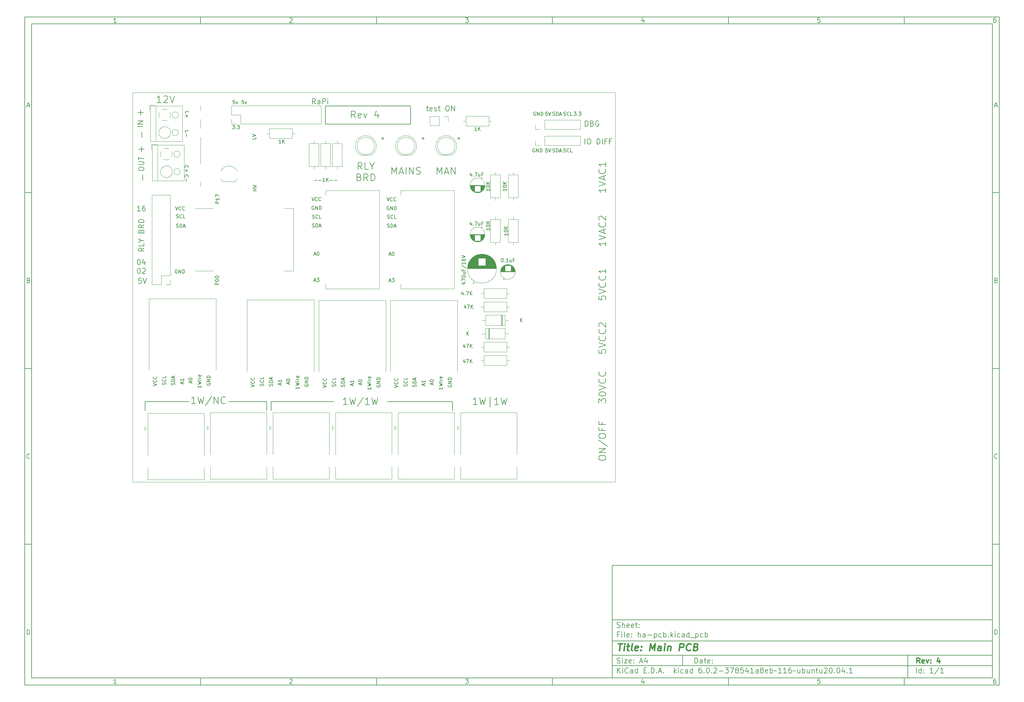
<source format=gbr>
%TF.GenerationSoftware,KiCad,Pcbnew,6.0.2-378541a8eb~116~ubuntu20.04.1*%
%TF.CreationDate,2022-03-11T14:48:04+02:00*%
%TF.ProjectId,ha-pcb,68612d70-6362-42e6-9b69-6361645f7063,4*%
%TF.SameCoordinates,Original*%
%TF.FileFunction,Legend,Top*%
%TF.FilePolarity,Positive*%
%FSLAX46Y46*%
G04 Gerber Fmt 4.6, Leading zero omitted, Abs format (unit mm)*
G04 Created by KiCad (PCBNEW 6.0.2-378541a8eb~116~ubuntu20.04.1) date 2022-03-11 14:48:04*
%MOMM*%
%LPD*%
G01*
G04 APERTURE LIST*
%ADD10C,0.100000*%
%ADD11C,0.150000*%
%ADD12C,0.300000*%
%ADD13C,0.400000*%
%ADD14C,0.153000*%
%TA.AperFunction,Profile*%
%ADD15C,0.100000*%
%TD*%
%ADD16C,0.120000*%
G04 APERTURE END LIST*
D10*
D11*
X177002200Y-166007200D02*
X177002200Y-198007200D01*
X285002200Y-198007200D01*
X285002200Y-166007200D01*
X177002200Y-166007200D01*
D10*
D11*
X10000000Y-10000000D02*
X10000000Y-200007200D01*
X287002200Y-200007200D01*
X287002200Y-10000000D01*
X10000000Y-10000000D01*
D10*
D11*
X12000000Y-12000000D02*
X12000000Y-198007200D01*
X285002200Y-198007200D01*
X285002200Y-12000000D01*
X12000000Y-12000000D01*
D10*
D11*
X60000000Y-12000000D02*
X60000000Y-10000000D01*
D10*
D11*
X110000000Y-12000000D02*
X110000000Y-10000000D01*
D10*
D11*
X160000000Y-12000000D02*
X160000000Y-10000000D01*
D10*
D11*
X210000000Y-12000000D02*
X210000000Y-10000000D01*
D10*
D11*
X260000000Y-12000000D02*
X260000000Y-10000000D01*
D10*
D11*
X36065476Y-11588095D02*
X35322619Y-11588095D01*
X35694047Y-11588095D02*
X35694047Y-10288095D01*
X35570238Y-10473809D01*
X35446428Y-10597619D01*
X35322619Y-10659523D01*
D10*
D11*
X85322619Y-10411904D02*
X85384523Y-10350000D01*
X85508333Y-10288095D01*
X85817857Y-10288095D01*
X85941666Y-10350000D01*
X86003571Y-10411904D01*
X86065476Y-10535714D01*
X86065476Y-10659523D01*
X86003571Y-10845238D01*
X85260714Y-11588095D01*
X86065476Y-11588095D01*
D10*
D11*
X135260714Y-10288095D02*
X136065476Y-10288095D01*
X135632142Y-10783333D01*
X135817857Y-10783333D01*
X135941666Y-10845238D01*
X136003571Y-10907142D01*
X136065476Y-11030952D01*
X136065476Y-11340476D01*
X136003571Y-11464285D01*
X135941666Y-11526190D01*
X135817857Y-11588095D01*
X135446428Y-11588095D01*
X135322619Y-11526190D01*
X135260714Y-11464285D01*
D10*
D11*
X185941666Y-10721428D02*
X185941666Y-11588095D01*
X185632142Y-10226190D02*
X185322619Y-11154761D01*
X186127380Y-11154761D01*
D10*
D11*
X236003571Y-10288095D02*
X235384523Y-10288095D01*
X235322619Y-10907142D01*
X235384523Y-10845238D01*
X235508333Y-10783333D01*
X235817857Y-10783333D01*
X235941666Y-10845238D01*
X236003571Y-10907142D01*
X236065476Y-11030952D01*
X236065476Y-11340476D01*
X236003571Y-11464285D01*
X235941666Y-11526190D01*
X235817857Y-11588095D01*
X235508333Y-11588095D01*
X235384523Y-11526190D01*
X235322619Y-11464285D01*
D10*
D11*
X285941666Y-10288095D02*
X285694047Y-10288095D01*
X285570238Y-10350000D01*
X285508333Y-10411904D01*
X285384523Y-10597619D01*
X285322619Y-10845238D01*
X285322619Y-11340476D01*
X285384523Y-11464285D01*
X285446428Y-11526190D01*
X285570238Y-11588095D01*
X285817857Y-11588095D01*
X285941666Y-11526190D01*
X286003571Y-11464285D01*
X286065476Y-11340476D01*
X286065476Y-11030952D01*
X286003571Y-10907142D01*
X285941666Y-10845238D01*
X285817857Y-10783333D01*
X285570238Y-10783333D01*
X285446428Y-10845238D01*
X285384523Y-10907142D01*
X285322619Y-11030952D01*
D10*
D11*
X60000000Y-198007200D02*
X60000000Y-200007200D01*
D10*
D11*
X110000000Y-198007200D02*
X110000000Y-200007200D01*
D10*
D11*
X160000000Y-198007200D02*
X160000000Y-200007200D01*
D10*
D11*
X210000000Y-198007200D02*
X210000000Y-200007200D01*
D10*
D11*
X260000000Y-198007200D02*
X260000000Y-200007200D01*
D10*
D11*
X36065476Y-199595295D02*
X35322619Y-199595295D01*
X35694047Y-199595295D02*
X35694047Y-198295295D01*
X35570238Y-198481009D01*
X35446428Y-198604819D01*
X35322619Y-198666723D01*
D10*
D11*
X85322619Y-198419104D02*
X85384523Y-198357200D01*
X85508333Y-198295295D01*
X85817857Y-198295295D01*
X85941666Y-198357200D01*
X86003571Y-198419104D01*
X86065476Y-198542914D01*
X86065476Y-198666723D01*
X86003571Y-198852438D01*
X85260714Y-199595295D01*
X86065476Y-199595295D01*
D10*
D11*
X135260714Y-198295295D02*
X136065476Y-198295295D01*
X135632142Y-198790533D01*
X135817857Y-198790533D01*
X135941666Y-198852438D01*
X136003571Y-198914342D01*
X136065476Y-199038152D01*
X136065476Y-199347676D01*
X136003571Y-199471485D01*
X135941666Y-199533390D01*
X135817857Y-199595295D01*
X135446428Y-199595295D01*
X135322619Y-199533390D01*
X135260714Y-199471485D01*
D10*
D11*
X185941666Y-198728628D02*
X185941666Y-199595295D01*
X185632142Y-198233390D02*
X185322619Y-199161961D01*
X186127380Y-199161961D01*
D10*
D11*
X236003571Y-198295295D02*
X235384523Y-198295295D01*
X235322619Y-198914342D01*
X235384523Y-198852438D01*
X235508333Y-198790533D01*
X235817857Y-198790533D01*
X235941666Y-198852438D01*
X236003571Y-198914342D01*
X236065476Y-199038152D01*
X236065476Y-199347676D01*
X236003571Y-199471485D01*
X235941666Y-199533390D01*
X235817857Y-199595295D01*
X235508333Y-199595295D01*
X235384523Y-199533390D01*
X235322619Y-199471485D01*
D10*
D11*
X285941666Y-198295295D02*
X285694047Y-198295295D01*
X285570238Y-198357200D01*
X285508333Y-198419104D01*
X285384523Y-198604819D01*
X285322619Y-198852438D01*
X285322619Y-199347676D01*
X285384523Y-199471485D01*
X285446428Y-199533390D01*
X285570238Y-199595295D01*
X285817857Y-199595295D01*
X285941666Y-199533390D01*
X286003571Y-199471485D01*
X286065476Y-199347676D01*
X286065476Y-199038152D01*
X286003571Y-198914342D01*
X285941666Y-198852438D01*
X285817857Y-198790533D01*
X285570238Y-198790533D01*
X285446428Y-198852438D01*
X285384523Y-198914342D01*
X285322619Y-199038152D01*
D10*
D11*
X10000000Y-60000000D02*
X12000000Y-60000000D01*
D10*
D11*
X10000000Y-110000000D02*
X12000000Y-110000000D01*
D10*
D11*
X10000000Y-160000000D02*
X12000000Y-160000000D01*
D10*
D11*
X10690476Y-35216666D02*
X11309523Y-35216666D01*
X10566666Y-35588095D02*
X11000000Y-34288095D01*
X11433333Y-35588095D01*
D10*
D11*
X11092857Y-84907142D02*
X11278571Y-84969047D01*
X11340476Y-85030952D01*
X11402380Y-85154761D01*
X11402380Y-85340476D01*
X11340476Y-85464285D01*
X11278571Y-85526190D01*
X11154761Y-85588095D01*
X10659523Y-85588095D01*
X10659523Y-84288095D01*
X11092857Y-84288095D01*
X11216666Y-84350000D01*
X11278571Y-84411904D01*
X11340476Y-84535714D01*
X11340476Y-84659523D01*
X11278571Y-84783333D01*
X11216666Y-84845238D01*
X11092857Y-84907142D01*
X10659523Y-84907142D01*
D10*
D11*
X11402380Y-135464285D02*
X11340476Y-135526190D01*
X11154761Y-135588095D01*
X11030952Y-135588095D01*
X10845238Y-135526190D01*
X10721428Y-135402380D01*
X10659523Y-135278571D01*
X10597619Y-135030952D01*
X10597619Y-134845238D01*
X10659523Y-134597619D01*
X10721428Y-134473809D01*
X10845238Y-134350000D01*
X11030952Y-134288095D01*
X11154761Y-134288095D01*
X11340476Y-134350000D01*
X11402380Y-134411904D01*
D10*
D11*
X10659523Y-185588095D02*
X10659523Y-184288095D01*
X10969047Y-184288095D01*
X11154761Y-184350000D01*
X11278571Y-184473809D01*
X11340476Y-184597619D01*
X11402380Y-184845238D01*
X11402380Y-185030952D01*
X11340476Y-185278571D01*
X11278571Y-185402380D01*
X11154761Y-185526190D01*
X10969047Y-185588095D01*
X10659523Y-185588095D01*
D10*
D11*
X287002200Y-60000000D02*
X285002200Y-60000000D01*
D10*
D11*
X287002200Y-110000000D02*
X285002200Y-110000000D01*
D10*
D11*
X287002200Y-160000000D02*
X285002200Y-160000000D01*
D10*
D11*
X285692676Y-35216666D02*
X286311723Y-35216666D01*
X285568866Y-35588095D02*
X286002200Y-34288095D01*
X286435533Y-35588095D01*
D10*
D11*
X286095057Y-84907142D02*
X286280771Y-84969047D01*
X286342676Y-85030952D01*
X286404580Y-85154761D01*
X286404580Y-85340476D01*
X286342676Y-85464285D01*
X286280771Y-85526190D01*
X286156961Y-85588095D01*
X285661723Y-85588095D01*
X285661723Y-84288095D01*
X286095057Y-84288095D01*
X286218866Y-84350000D01*
X286280771Y-84411904D01*
X286342676Y-84535714D01*
X286342676Y-84659523D01*
X286280771Y-84783333D01*
X286218866Y-84845238D01*
X286095057Y-84907142D01*
X285661723Y-84907142D01*
D10*
D11*
X286404580Y-135464285D02*
X286342676Y-135526190D01*
X286156961Y-135588095D01*
X286033152Y-135588095D01*
X285847438Y-135526190D01*
X285723628Y-135402380D01*
X285661723Y-135278571D01*
X285599819Y-135030952D01*
X285599819Y-134845238D01*
X285661723Y-134597619D01*
X285723628Y-134473809D01*
X285847438Y-134350000D01*
X286033152Y-134288095D01*
X286156961Y-134288095D01*
X286342676Y-134350000D01*
X286404580Y-134411904D01*
D10*
D11*
X285661723Y-185588095D02*
X285661723Y-184288095D01*
X285971247Y-184288095D01*
X286156961Y-184350000D01*
X286280771Y-184473809D01*
X286342676Y-184597619D01*
X286404580Y-184845238D01*
X286404580Y-185030952D01*
X286342676Y-185278571D01*
X286280771Y-185402380D01*
X286156961Y-185526190D01*
X285971247Y-185588095D01*
X285661723Y-185588095D01*
D10*
D11*
X200434342Y-193785771D02*
X200434342Y-192285771D01*
X200791485Y-192285771D01*
X201005771Y-192357200D01*
X201148628Y-192500057D01*
X201220057Y-192642914D01*
X201291485Y-192928628D01*
X201291485Y-193142914D01*
X201220057Y-193428628D01*
X201148628Y-193571485D01*
X201005771Y-193714342D01*
X200791485Y-193785771D01*
X200434342Y-193785771D01*
X202577200Y-193785771D02*
X202577200Y-193000057D01*
X202505771Y-192857200D01*
X202362914Y-192785771D01*
X202077200Y-192785771D01*
X201934342Y-192857200D01*
X202577200Y-193714342D02*
X202434342Y-193785771D01*
X202077200Y-193785771D01*
X201934342Y-193714342D01*
X201862914Y-193571485D01*
X201862914Y-193428628D01*
X201934342Y-193285771D01*
X202077200Y-193214342D01*
X202434342Y-193214342D01*
X202577200Y-193142914D01*
X203077200Y-192785771D02*
X203648628Y-192785771D01*
X203291485Y-192285771D02*
X203291485Y-193571485D01*
X203362914Y-193714342D01*
X203505771Y-193785771D01*
X203648628Y-193785771D01*
X204720057Y-193714342D02*
X204577200Y-193785771D01*
X204291485Y-193785771D01*
X204148628Y-193714342D01*
X204077200Y-193571485D01*
X204077200Y-193000057D01*
X204148628Y-192857200D01*
X204291485Y-192785771D01*
X204577200Y-192785771D01*
X204720057Y-192857200D01*
X204791485Y-193000057D01*
X204791485Y-193142914D01*
X204077200Y-193285771D01*
X205434342Y-193642914D02*
X205505771Y-193714342D01*
X205434342Y-193785771D01*
X205362914Y-193714342D01*
X205434342Y-193642914D01*
X205434342Y-193785771D01*
X205434342Y-192857200D02*
X205505771Y-192928628D01*
X205434342Y-193000057D01*
X205362914Y-192928628D01*
X205434342Y-192857200D01*
X205434342Y-193000057D01*
D10*
D11*
X177002200Y-194507200D02*
X285002200Y-194507200D01*
D10*
D11*
X178434342Y-196585771D02*
X178434342Y-195085771D01*
X179291485Y-196585771D02*
X178648628Y-195728628D01*
X179291485Y-195085771D02*
X178434342Y-195942914D01*
X179934342Y-196585771D02*
X179934342Y-195585771D01*
X179934342Y-195085771D02*
X179862914Y-195157200D01*
X179934342Y-195228628D01*
X180005771Y-195157200D01*
X179934342Y-195085771D01*
X179934342Y-195228628D01*
X181505771Y-196442914D02*
X181434342Y-196514342D01*
X181220057Y-196585771D01*
X181077200Y-196585771D01*
X180862914Y-196514342D01*
X180720057Y-196371485D01*
X180648628Y-196228628D01*
X180577200Y-195942914D01*
X180577200Y-195728628D01*
X180648628Y-195442914D01*
X180720057Y-195300057D01*
X180862914Y-195157200D01*
X181077200Y-195085771D01*
X181220057Y-195085771D01*
X181434342Y-195157200D01*
X181505771Y-195228628D01*
X182791485Y-196585771D02*
X182791485Y-195800057D01*
X182720057Y-195657200D01*
X182577200Y-195585771D01*
X182291485Y-195585771D01*
X182148628Y-195657200D01*
X182791485Y-196514342D02*
X182648628Y-196585771D01*
X182291485Y-196585771D01*
X182148628Y-196514342D01*
X182077200Y-196371485D01*
X182077200Y-196228628D01*
X182148628Y-196085771D01*
X182291485Y-196014342D01*
X182648628Y-196014342D01*
X182791485Y-195942914D01*
X184148628Y-196585771D02*
X184148628Y-195085771D01*
X184148628Y-196514342D02*
X184005771Y-196585771D01*
X183720057Y-196585771D01*
X183577200Y-196514342D01*
X183505771Y-196442914D01*
X183434342Y-196300057D01*
X183434342Y-195871485D01*
X183505771Y-195728628D01*
X183577200Y-195657200D01*
X183720057Y-195585771D01*
X184005771Y-195585771D01*
X184148628Y-195657200D01*
X186005771Y-195800057D02*
X186505771Y-195800057D01*
X186720057Y-196585771D02*
X186005771Y-196585771D01*
X186005771Y-195085771D01*
X186720057Y-195085771D01*
X187362914Y-196442914D02*
X187434342Y-196514342D01*
X187362914Y-196585771D01*
X187291485Y-196514342D01*
X187362914Y-196442914D01*
X187362914Y-196585771D01*
X188077200Y-196585771D02*
X188077200Y-195085771D01*
X188434342Y-195085771D01*
X188648628Y-195157200D01*
X188791485Y-195300057D01*
X188862914Y-195442914D01*
X188934342Y-195728628D01*
X188934342Y-195942914D01*
X188862914Y-196228628D01*
X188791485Y-196371485D01*
X188648628Y-196514342D01*
X188434342Y-196585771D01*
X188077200Y-196585771D01*
X189577200Y-196442914D02*
X189648628Y-196514342D01*
X189577200Y-196585771D01*
X189505771Y-196514342D01*
X189577200Y-196442914D01*
X189577200Y-196585771D01*
X190220057Y-196157200D02*
X190934342Y-196157200D01*
X190077200Y-196585771D02*
X190577200Y-195085771D01*
X191077200Y-196585771D01*
X191577200Y-196442914D02*
X191648628Y-196514342D01*
X191577200Y-196585771D01*
X191505771Y-196514342D01*
X191577200Y-196442914D01*
X191577200Y-196585771D01*
X194577200Y-196585771D02*
X194577200Y-195085771D01*
X194720057Y-196014342D02*
X195148628Y-196585771D01*
X195148628Y-195585771D02*
X194577200Y-196157200D01*
X195791485Y-196585771D02*
X195791485Y-195585771D01*
X195791485Y-195085771D02*
X195720057Y-195157200D01*
X195791485Y-195228628D01*
X195862914Y-195157200D01*
X195791485Y-195085771D01*
X195791485Y-195228628D01*
X197148628Y-196514342D02*
X197005771Y-196585771D01*
X196720057Y-196585771D01*
X196577200Y-196514342D01*
X196505771Y-196442914D01*
X196434342Y-196300057D01*
X196434342Y-195871485D01*
X196505771Y-195728628D01*
X196577200Y-195657200D01*
X196720057Y-195585771D01*
X197005771Y-195585771D01*
X197148628Y-195657200D01*
X198434342Y-196585771D02*
X198434342Y-195800057D01*
X198362914Y-195657200D01*
X198220057Y-195585771D01*
X197934342Y-195585771D01*
X197791485Y-195657200D01*
X198434342Y-196514342D02*
X198291485Y-196585771D01*
X197934342Y-196585771D01*
X197791485Y-196514342D01*
X197720057Y-196371485D01*
X197720057Y-196228628D01*
X197791485Y-196085771D01*
X197934342Y-196014342D01*
X198291485Y-196014342D01*
X198434342Y-195942914D01*
X199791485Y-196585771D02*
X199791485Y-195085771D01*
X199791485Y-196514342D02*
X199648628Y-196585771D01*
X199362914Y-196585771D01*
X199220057Y-196514342D01*
X199148628Y-196442914D01*
X199077200Y-196300057D01*
X199077200Y-195871485D01*
X199148628Y-195728628D01*
X199220057Y-195657200D01*
X199362914Y-195585771D01*
X199648628Y-195585771D01*
X199791485Y-195657200D01*
X202291485Y-195085771D02*
X202005771Y-195085771D01*
X201862914Y-195157200D01*
X201791485Y-195228628D01*
X201648628Y-195442914D01*
X201577200Y-195728628D01*
X201577200Y-196300057D01*
X201648628Y-196442914D01*
X201720057Y-196514342D01*
X201862914Y-196585771D01*
X202148628Y-196585771D01*
X202291485Y-196514342D01*
X202362914Y-196442914D01*
X202434342Y-196300057D01*
X202434342Y-195942914D01*
X202362914Y-195800057D01*
X202291485Y-195728628D01*
X202148628Y-195657200D01*
X201862914Y-195657200D01*
X201720057Y-195728628D01*
X201648628Y-195800057D01*
X201577200Y-195942914D01*
X203077200Y-196442914D02*
X203148628Y-196514342D01*
X203077200Y-196585771D01*
X203005771Y-196514342D01*
X203077200Y-196442914D01*
X203077200Y-196585771D01*
X204077200Y-195085771D02*
X204220057Y-195085771D01*
X204362914Y-195157200D01*
X204434342Y-195228628D01*
X204505771Y-195371485D01*
X204577200Y-195657200D01*
X204577200Y-196014342D01*
X204505771Y-196300057D01*
X204434342Y-196442914D01*
X204362914Y-196514342D01*
X204220057Y-196585771D01*
X204077200Y-196585771D01*
X203934342Y-196514342D01*
X203862914Y-196442914D01*
X203791485Y-196300057D01*
X203720057Y-196014342D01*
X203720057Y-195657200D01*
X203791485Y-195371485D01*
X203862914Y-195228628D01*
X203934342Y-195157200D01*
X204077200Y-195085771D01*
X205220057Y-196442914D02*
X205291485Y-196514342D01*
X205220057Y-196585771D01*
X205148628Y-196514342D01*
X205220057Y-196442914D01*
X205220057Y-196585771D01*
X205862914Y-195228628D02*
X205934342Y-195157200D01*
X206077200Y-195085771D01*
X206434342Y-195085771D01*
X206577200Y-195157200D01*
X206648628Y-195228628D01*
X206720057Y-195371485D01*
X206720057Y-195514342D01*
X206648628Y-195728628D01*
X205791485Y-196585771D01*
X206720057Y-196585771D01*
X207362914Y-196014342D02*
X208505771Y-196014342D01*
X209077200Y-195085771D02*
X210005771Y-195085771D01*
X209505771Y-195657200D01*
X209720057Y-195657200D01*
X209862914Y-195728628D01*
X209934342Y-195800057D01*
X210005771Y-195942914D01*
X210005771Y-196300057D01*
X209934342Y-196442914D01*
X209862914Y-196514342D01*
X209720057Y-196585771D01*
X209291485Y-196585771D01*
X209148628Y-196514342D01*
X209077200Y-196442914D01*
X210505771Y-195085771D02*
X211505771Y-195085771D01*
X210862914Y-196585771D01*
X212291485Y-195728628D02*
X212148628Y-195657200D01*
X212077200Y-195585771D01*
X212005771Y-195442914D01*
X212005771Y-195371485D01*
X212077200Y-195228628D01*
X212148628Y-195157200D01*
X212291485Y-195085771D01*
X212577200Y-195085771D01*
X212720057Y-195157200D01*
X212791485Y-195228628D01*
X212862914Y-195371485D01*
X212862914Y-195442914D01*
X212791485Y-195585771D01*
X212720057Y-195657200D01*
X212577200Y-195728628D01*
X212291485Y-195728628D01*
X212148628Y-195800057D01*
X212077200Y-195871485D01*
X212005771Y-196014342D01*
X212005771Y-196300057D01*
X212077200Y-196442914D01*
X212148628Y-196514342D01*
X212291485Y-196585771D01*
X212577200Y-196585771D01*
X212720057Y-196514342D01*
X212791485Y-196442914D01*
X212862914Y-196300057D01*
X212862914Y-196014342D01*
X212791485Y-195871485D01*
X212720057Y-195800057D01*
X212577200Y-195728628D01*
X214220057Y-195085771D02*
X213505771Y-195085771D01*
X213434342Y-195800057D01*
X213505771Y-195728628D01*
X213648628Y-195657200D01*
X214005771Y-195657200D01*
X214148628Y-195728628D01*
X214220057Y-195800057D01*
X214291485Y-195942914D01*
X214291485Y-196300057D01*
X214220057Y-196442914D01*
X214148628Y-196514342D01*
X214005771Y-196585771D01*
X213648628Y-196585771D01*
X213505771Y-196514342D01*
X213434342Y-196442914D01*
X215577200Y-195585771D02*
X215577200Y-196585771D01*
X215220057Y-195014342D02*
X214862914Y-196085771D01*
X215791485Y-196085771D01*
X217148628Y-196585771D02*
X216291485Y-196585771D01*
X216720057Y-196585771D02*
X216720057Y-195085771D01*
X216577200Y-195300057D01*
X216434342Y-195442914D01*
X216291485Y-195514342D01*
X218434342Y-196585771D02*
X218434342Y-195800057D01*
X218362914Y-195657200D01*
X218220057Y-195585771D01*
X217934342Y-195585771D01*
X217791485Y-195657200D01*
X218434342Y-196514342D02*
X218291485Y-196585771D01*
X217934342Y-196585771D01*
X217791485Y-196514342D01*
X217720057Y-196371485D01*
X217720057Y-196228628D01*
X217791485Y-196085771D01*
X217934342Y-196014342D01*
X218291485Y-196014342D01*
X218434342Y-195942914D01*
X219362914Y-195728628D02*
X219220057Y-195657200D01*
X219148628Y-195585771D01*
X219077200Y-195442914D01*
X219077200Y-195371485D01*
X219148628Y-195228628D01*
X219220057Y-195157200D01*
X219362914Y-195085771D01*
X219648628Y-195085771D01*
X219791485Y-195157200D01*
X219862914Y-195228628D01*
X219934342Y-195371485D01*
X219934342Y-195442914D01*
X219862914Y-195585771D01*
X219791485Y-195657200D01*
X219648628Y-195728628D01*
X219362914Y-195728628D01*
X219220057Y-195800057D01*
X219148628Y-195871485D01*
X219077200Y-196014342D01*
X219077200Y-196300057D01*
X219148628Y-196442914D01*
X219220057Y-196514342D01*
X219362914Y-196585771D01*
X219648628Y-196585771D01*
X219791485Y-196514342D01*
X219862914Y-196442914D01*
X219934342Y-196300057D01*
X219934342Y-196014342D01*
X219862914Y-195871485D01*
X219791485Y-195800057D01*
X219648628Y-195728628D01*
X221148628Y-196514342D02*
X221005771Y-196585771D01*
X220720057Y-196585771D01*
X220577200Y-196514342D01*
X220505771Y-196371485D01*
X220505771Y-195800057D01*
X220577200Y-195657200D01*
X220720057Y-195585771D01*
X221005771Y-195585771D01*
X221148628Y-195657200D01*
X221220057Y-195800057D01*
X221220057Y-195942914D01*
X220505771Y-196085771D01*
X221862914Y-196585771D02*
X221862914Y-195085771D01*
X221862914Y-195657200D02*
X222005771Y-195585771D01*
X222291485Y-195585771D01*
X222434342Y-195657200D01*
X222505771Y-195728628D01*
X222577200Y-195871485D01*
X222577200Y-196300057D01*
X222505771Y-196442914D01*
X222434342Y-196514342D01*
X222291485Y-196585771D01*
X222005771Y-196585771D01*
X221862914Y-196514342D01*
X223005771Y-196014342D02*
X223077200Y-195942914D01*
X223220057Y-195871485D01*
X223505771Y-196014342D01*
X223648628Y-195942914D01*
X223720057Y-195871485D01*
X225077200Y-196585771D02*
X224220057Y-196585771D01*
X224648628Y-196585771D02*
X224648628Y-195085771D01*
X224505771Y-195300057D01*
X224362914Y-195442914D01*
X224220057Y-195514342D01*
X226505771Y-196585771D02*
X225648628Y-196585771D01*
X226077200Y-196585771D02*
X226077200Y-195085771D01*
X225934342Y-195300057D01*
X225791485Y-195442914D01*
X225648628Y-195514342D01*
X227791485Y-195085771D02*
X227505771Y-195085771D01*
X227362914Y-195157200D01*
X227291485Y-195228628D01*
X227148628Y-195442914D01*
X227077199Y-195728628D01*
X227077199Y-196300057D01*
X227148628Y-196442914D01*
X227220057Y-196514342D01*
X227362914Y-196585771D01*
X227648628Y-196585771D01*
X227791485Y-196514342D01*
X227862914Y-196442914D01*
X227934342Y-196300057D01*
X227934342Y-195942914D01*
X227862914Y-195800057D01*
X227791485Y-195728628D01*
X227648628Y-195657200D01*
X227362914Y-195657200D01*
X227220057Y-195728628D01*
X227148628Y-195800057D01*
X227077199Y-195942914D01*
X228362914Y-196014342D02*
X228434342Y-195942914D01*
X228577199Y-195871485D01*
X228862914Y-196014342D01*
X229005771Y-195942914D01*
X229077199Y-195871485D01*
X230291485Y-195585771D02*
X230291485Y-196585771D01*
X229648628Y-195585771D02*
X229648628Y-196371485D01*
X229720057Y-196514342D01*
X229862914Y-196585771D01*
X230077199Y-196585771D01*
X230220057Y-196514342D01*
X230291485Y-196442914D01*
X231005771Y-196585771D02*
X231005771Y-195085771D01*
X231005771Y-195657200D02*
X231148628Y-195585771D01*
X231434342Y-195585771D01*
X231577199Y-195657200D01*
X231648628Y-195728628D01*
X231720057Y-195871485D01*
X231720057Y-196300057D01*
X231648628Y-196442914D01*
X231577199Y-196514342D01*
X231434342Y-196585771D01*
X231148628Y-196585771D01*
X231005771Y-196514342D01*
X233005771Y-195585771D02*
X233005771Y-196585771D01*
X232362914Y-195585771D02*
X232362914Y-196371485D01*
X232434342Y-196514342D01*
X232577200Y-196585771D01*
X232791485Y-196585771D01*
X232934342Y-196514342D01*
X233005771Y-196442914D01*
X233720057Y-195585771D02*
X233720057Y-196585771D01*
X233720057Y-195728628D02*
X233791485Y-195657200D01*
X233934342Y-195585771D01*
X234148628Y-195585771D01*
X234291485Y-195657200D01*
X234362914Y-195800057D01*
X234362914Y-196585771D01*
X234862914Y-195585771D02*
X235434342Y-195585771D01*
X235077200Y-195085771D02*
X235077200Y-196371485D01*
X235148628Y-196514342D01*
X235291485Y-196585771D01*
X235434342Y-196585771D01*
X236577200Y-195585771D02*
X236577200Y-196585771D01*
X235934342Y-195585771D02*
X235934342Y-196371485D01*
X236005771Y-196514342D01*
X236148628Y-196585771D01*
X236362914Y-196585771D01*
X236505771Y-196514342D01*
X236577200Y-196442914D01*
X237220057Y-195228628D02*
X237291485Y-195157200D01*
X237434342Y-195085771D01*
X237791485Y-195085771D01*
X237934342Y-195157200D01*
X238005771Y-195228628D01*
X238077200Y-195371485D01*
X238077200Y-195514342D01*
X238005771Y-195728628D01*
X237148628Y-196585771D01*
X238077200Y-196585771D01*
X239005771Y-195085771D02*
X239148628Y-195085771D01*
X239291485Y-195157200D01*
X239362914Y-195228628D01*
X239434342Y-195371485D01*
X239505771Y-195657200D01*
X239505771Y-196014342D01*
X239434342Y-196300057D01*
X239362914Y-196442914D01*
X239291485Y-196514342D01*
X239148628Y-196585771D01*
X239005771Y-196585771D01*
X238862914Y-196514342D01*
X238791485Y-196442914D01*
X238720057Y-196300057D01*
X238648628Y-196014342D01*
X238648628Y-195657200D01*
X238720057Y-195371485D01*
X238791485Y-195228628D01*
X238862914Y-195157200D01*
X239005771Y-195085771D01*
X240148628Y-196442914D02*
X240220057Y-196514342D01*
X240148628Y-196585771D01*
X240077199Y-196514342D01*
X240148628Y-196442914D01*
X240148628Y-196585771D01*
X241148628Y-195085771D02*
X241291485Y-195085771D01*
X241434342Y-195157200D01*
X241505771Y-195228628D01*
X241577200Y-195371485D01*
X241648628Y-195657200D01*
X241648628Y-196014342D01*
X241577200Y-196300057D01*
X241505771Y-196442914D01*
X241434342Y-196514342D01*
X241291485Y-196585771D01*
X241148628Y-196585771D01*
X241005771Y-196514342D01*
X240934342Y-196442914D01*
X240862914Y-196300057D01*
X240791485Y-196014342D01*
X240791485Y-195657200D01*
X240862914Y-195371485D01*
X240934342Y-195228628D01*
X241005771Y-195157200D01*
X241148628Y-195085771D01*
X242934342Y-195585771D02*
X242934342Y-196585771D01*
X242577199Y-195014342D02*
X242220057Y-196085771D01*
X243148628Y-196085771D01*
X243720057Y-196442914D02*
X243791485Y-196514342D01*
X243720057Y-196585771D01*
X243648628Y-196514342D01*
X243720057Y-196442914D01*
X243720057Y-196585771D01*
X245220057Y-196585771D02*
X244362914Y-196585771D01*
X244791485Y-196585771D02*
X244791485Y-195085771D01*
X244648628Y-195300057D01*
X244505771Y-195442914D01*
X244362914Y-195514342D01*
D10*
D11*
X177002200Y-191507200D02*
X285002200Y-191507200D01*
D10*
D12*
X264411485Y-193785771D02*
X263911485Y-193071485D01*
X263554342Y-193785771D02*
X263554342Y-192285771D01*
X264125771Y-192285771D01*
X264268628Y-192357200D01*
X264340057Y-192428628D01*
X264411485Y-192571485D01*
X264411485Y-192785771D01*
X264340057Y-192928628D01*
X264268628Y-193000057D01*
X264125771Y-193071485D01*
X263554342Y-193071485D01*
X265625771Y-193714342D02*
X265482914Y-193785771D01*
X265197200Y-193785771D01*
X265054342Y-193714342D01*
X264982914Y-193571485D01*
X264982914Y-193000057D01*
X265054342Y-192857200D01*
X265197200Y-192785771D01*
X265482914Y-192785771D01*
X265625771Y-192857200D01*
X265697200Y-193000057D01*
X265697200Y-193142914D01*
X264982914Y-193285771D01*
X266197200Y-192785771D02*
X266554342Y-193785771D01*
X266911485Y-192785771D01*
X267482914Y-193642914D02*
X267554342Y-193714342D01*
X267482914Y-193785771D01*
X267411485Y-193714342D01*
X267482914Y-193642914D01*
X267482914Y-193785771D01*
X267482914Y-192857200D02*
X267554342Y-192928628D01*
X267482914Y-193000057D01*
X267411485Y-192928628D01*
X267482914Y-192857200D01*
X267482914Y-193000057D01*
X269982914Y-192785771D02*
X269982914Y-193785771D01*
X269625771Y-192214342D02*
X269268628Y-193285771D01*
X270197200Y-193285771D01*
D10*
D11*
X178362914Y-193714342D02*
X178577200Y-193785771D01*
X178934342Y-193785771D01*
X179077200Y-193714342D01*
X179148628Y-193642914D01*
X179220057Y-193500057D01*
X179220057Y-193357200D01*
X179148628Y-193214342D01*
X179077200Y-193142914D01*
X178934342Y-193071485D01*
X178648628Y-193000057D01*
X178505771Y-192928628D01*
X178434342Y-192857200D01*
X178362914Y-192714342D01*
X178362914Y-192571485D01*
X178434342Y-192428628D01*
X178505771Y-192357200D01*
X178648628Y-192285771D01*
X179005771Y-192285771D01*
X179220057Y-192357200D01*
X179862914Y-193785771D02*
X179862914Y-192785771D01*
X179862914Y-192285771D02*
X179791485Y-192357200D01*
X179862914Y-192428628D01*
X179934342Y-192357200D01*
X179862914Y-192285771D01*
X179862914Y-192428628D01*
X180434342Y-192785771D02*
X181220057Y-192785771D01*
X180434342Y-193785771D01*
X181220057Y-193785771D01*
X182362914Y-193714342D02*
X182220057Y-193785771D01*
X181934342Y-193785771D01*
X181791485Y-193714342D01*
X181720057Y-193571485D01*
X181720057Y-193000057D01*
X181791485Y-192857200D01*
X181934342Y-192785771D01*
X182220057Y-192785771D01*
X182362914Y-192857200D01*
X182434342Y-193000057D01*
X182434342Y-193142914D01*
X181720057Y-193285771D01*
X183077200Y-193642914D02*
X183148628Y-193714342D01*
X183077200Y-193785771D01*
X183005771Y-193714342D01*
X183077200Y-193642914D01*
X183077200Y-193785771D01*
X183077200Y-192857200D02*
X183148628Y-192928628D01*
X183077200Y-193000057D01*
X183005771Y-192928628D01*
X183077200Y-192857200D01*
X183077200Y-193000057D01*
X184862914Y-193357200D02*
X185577200Y-193357200D01*
X184720057Y-193785771D02*
X185220057Y-192285771D01*
X185720057Y-193785771D01*
X186862914Y-192785771D02*
X186862914Y-193785771D01*
X186505771Y-192214342D02*
X186148628Y-193285771D01*
X187077200Y-193285771D01*
D10*
D11*
X263434342Y-196585771D02*
X263434342Y-195085771D01*
X264791485Y-196585771D02*
X264791485Y-195085771D01*
X264791485Y-196514342D02*
X264648628Y-196585771D01*
X264362914Y-196585771D01*
X264220057Y-196514342D01*
X264148628Y-196442914D01*
X264077200Y-196300057D01*
X264077200Y-195871485D01*
X264148628Y-195728628D01*
X264220057Y-195657200D01*
X264362914Y-195585771D01*
X264648628Y-195585771D01*
X264791485Y-195657200D01*
X265505771Y-196442914D02*
X265577200Y-196514342D01*
X265505771Y-196585771D01*
X265434342Y-196514342D01*
X265505771Y-196442914D01*
X265505771Y-196585771D01*
X265505771Y-195657200D02*
X265577200Y-195728628D01*
X265505771Y-195800057D01*
X265434342Y-195728628D01*
X265505771Y-195657200D01*
X265505771Y-195800057D01*
X268148628Y-196585771D02*
X267291485Y-196585771D01*
X267720057Y-196585771D02*
X267720057Y-195085771D01*
X267577200Y-195300057D01*
X267434342Y-195442914D01*
X267291485Y-195514342D01*
X269862914Y-195014342D02*
X268577200Y-196942914D01*
X271148628Y-196585771D02*
X270291485Y-196585771D01*
X270720057Y-196585771D02*
X270720057Y-195085771D01*
X270577200Y-195300057D01*
X270434342Y-195442914D01*
X270291485Y-195514342D01*
D10*
D11*
X177002200Y-187507200D02*
X285002200Y-187507200D01*
D10*
D13*
X178714580Y-188211961D02*
X179857438Y-188211961D01*
X179036009Y-190211961D02*
X179286009Y-188211961D01*
X180274104Y-190211961D02*
X180440771Y-188878628D01*
X180524104Y-188211961D02*
X180416961Y-188307200D01*
X180500295Y-188402438D01*
X180607438Y-188307200D01*
X180524104Y-188211961D01*
X180500295Y-188402438D01*
X181107438Y-188878628D02*
X181869342Y-188878628D01*
X181476485Y-188211961D02*
X181262200Y-189926247D01*
X181333628Y-190116723D01*
X181512200Y-190211961D01*
X181702676Y-190211961D01*
X182655057Y-190211961D02*
X182476485Y-190116723D01*
X182405057Y-189926247D01*
X182619342Y-188211961D01*
X184190771Y-190116723D02*
X183988390Y-190211961D01*
X183607438Y-190211961D01*
X183428866Y-190116723D01*
X183357438Y-189926247D01*
X183452676Y-189164342D01*
X183571723Y-188973866D01*
X183774104Y-188878628D01*
X184155057Y-188878628D01*
X184333628Y-188973866D01*
X184405057Y-189164342D01*
X184381247Y-189354819D01*
X183405057Y-189545295D01*
X185155057Y-190021485D02*
X185238390Y-190116723D01*
X185131247Y-190211961D01*
X185047914Y-190116723D01*
X185155057Y-190021485D01*
X185131247Y-190211961D01*
X185286009Y-188973866D02*
X185369342Y-189069104D01*
X185262200Y-189164342D01*
X185178866Y-189069104D01*
X185286009Y-188973866D01*
X185262200Y-189164342D01*
X187607438Y-190211961D02*
X187857438Y-188211961D01*
X188345533Y-189640533D01*
X189190771Y-188211961D01*
X188940771Y-190211961D01*
X190750295Y-190211961D02*
X190881247Y-189164342D01*
X190809819Y-188973866D01*
X190631247Y-188878628D01*
X190250295Y-188878628D01*
X190047914Y-188973866D01*
X190762200Y-190116723D02*
X190559819Y-190211961D01*
X190083628Y-190211961D01*
X189905057Y-190116723D01*
X189833628Y-189926247D01*
X189857438Y-189735771D01*
X189976485Y-189545295D01*
X190178866Y-189450057D01*
X190655057Y-189450057D01*
X190857438Y-189354819D01*
X191702676Y-190211961D02*
X191869342Y-188878628D01*
X191952676Y-188211961D02*
X191845533Y-188307200D01*
X191928866Y-188402438D01*
X192036009Y-188307200D01*
X191952676Y-188211961D01*
X191928866Y-188402438D01*
X192821723Y-188878628D02*
X192655057Y-190211961D01*
X192797914Y-189069104D02*
X192905057Y-188973866D01*
X193107438Y-188878628D01*
X193393152Y-188878628D01*
X193571723Y-188973866D01*
X193643152Y-189164342D01*
X193512200Y-190211961D01*
X195988390Y-190211961D02*
X196238390Y-188211961D01*
X197000295Y-188211961D01*
X197178866Y-188307200D01*
X197262200Y-188402438D01*
X197333628Y-188592914D01*
X197297914Y-188878628D01*
X197178866Y-189069104D01*
X197071723Y-189164342D01*
X196869342Y-189259580D01*
X196107438Y-189259580D01*
X199155057Y-190021485D02*
X199047914Y-190116723D01*
X198750295Y-190211961D01*
X198559819Y-190211961D01*
X198286009Y-190116723D01*
X198119342Y-189926247D01*
X198047914Y-189735771D01*
X198000295Y-189354819D01*
X198036009Y-189069104D01*
X198178866Y-188688152D01*
X198297914Y-188497676D01*
X198512200Y-188307200D01*
X198809819Y-188211961D01*
X199000295Y-188211961D01*
X199274104Y-188307200D01*
X199357438Y-188402438D01*
X200786009Y-189164342D02*
X201059819Y-189259580D01*
X201143152Y-189354819D01*
X201214580Y-189545295D01*
X201178866Y-189831009D01*
X201059819Y-190021485D01*
X200952676Y-190116723D01*
X200750295Y-190211961D01*
X199988390Y-190211961D01*
X200238390Y-188211961D01*
X200905057Y-188211961D01*
X201083628Y-188307200D01*
X201166961Y-188402438D01*
X201238390Y-188592914D01*
X201214580Y-188783390D01*
X201095533Y-188973866D01*
X200988390Y-189069104D01*
X200786009Y-189164342D01*
X200119342Y-189164342D01*
D10*
D11*
X178934342Y-185600057D02*
X178434342Y-185600057D01*
X178434342Y-186385771D02*
X178434342Y-184885771D01*
X179148628Y-184885771D01*
X179720057Y-186385771D02*
X179720057Y-185385771D01*
X179720057Y-184885771D02*
X179648628Y-184957200D01*
X179720057Y-185028628D01*
X179791485Y-184957200D01*
X179720057Y-184885771D01*
X179720057Y-185028628D01*
X180648628Y-186385771D02*
X180505771Y-186314342D01*
X180434342Y-186171485D01*
X180434342Y-184885771D01*
X181791485Y-186314342D02*
X181648628Y-186385771D01*
X181362914Y-186385771D01*
X181220057Y-186314342D01*
X181148628Y-186171485D01*
X181148628Y-185600057D01*
X181220057Y-185457200D01*
X181362914Y-185385771D01*
X181648628Y-185385771D01*
X181791485Y-185457200D01*
X181862914Y-185600057D01*
X181862914Y-185742914D01*
X181148628Y-185885771D01*
X182505771Y-186242914D02*
X182577200Y-186314342D01*
X182505771Y-186385771D01*
X182434342Y-186314342D01*
X182505771Y-186242914D01*
X182505771Y-186385771D01*
X182505771Y-185457200D02*
X182577200Y-185528628D01*
X182505771Y-185600057D01*
X182434342Y-185528628D01*
X182505771Y-185457200D01*
X182505771Y-185600057D01*
X184362914Y-186385771D02*
X184362914Y-184885771D01*
X185005771Y-186385771D02*
X185005771Y-185600057D01*
X184934342Y-185457200D01*
X184791485Y-185385771D01*
X184577200Y-185385771D01*
X184434342Y-185457200D01*
X184362914Y-185528628D01*
X186362914Y-186385771D02*
X186362914Y-185600057D01*
X186291485Y-185457200D01*
X186148628Y-185385771D01*
X185862914Y-185385771D01*
X185720057Y-185457200D01*
X186362914Y-186314342D02*
X186220057Y-186385771D01*
X185862914Y-186385771D01*
X185720057Y-186314342D01*
X185648628Y-186171485D01*
X185648628Y-186028628D01*
X185720057Y-185885771D01*
X185862914Y-185814342D01*
X186220057Y-185814342D01*
X186362914Y-185742914D01*
X187077200Y-185814342D02*
X188220057Y-185814342D01*
X188934342Y-185385771D02*
X188934342Y-186885771D01*
X188934342Y-185457200D02*
X189077200Y-185385771D01*
X189362914Y-185385771D01*
X189505771Y-185457200D01*
X189577200Y-185528628D01*
X189648628Y-185671485D01*
X189648628Y-186100057D01*
X189577200Y-186242914D01*
X189505771Y-186314342D01*
X189362914Y-186385771D01*
X189077200Y-186385771D01*
X188934342Y-186314342D01*
X190934342Y-186314342D02*
X190791485Y-186385771D01*
X190505771Y-186385771D01*
X190362914Y-186314342D01*
X190291485Y-186242914D01*
X190220057Y-186100057D01*
X190220057Y-185671485D01*
X190291485Y-185528628D01*
X190362914Y-185457200D01*
X190505771Y-185385771D01*
X190791485Y-185385771D01*
X190934342Y-185457200D01*
X191577200Y-186385771D02*
X191577200Y-184885771D01*
X191577200Y-185457200D02*
X191720057Y-185385771D01*
X192005771Y-185385771D01*
X192148628Y-185457200D01*
X192220057Y-185528628D01*
X192291485Y-185671485D01*
X192291485Y-186100057D01*
X192220057Y-186242914D01*
X192148628Y-186314342D01*
X192005771Y-186385771D01*
X191720057Y-186385771D01*
X191577200Y-186314342D01*
X192934342Y-186242914D02*
X193005771Y-186314342D01*
X192934342Y-186385771D01*
X192862914Y-186314342D01*
X192934342Y-186242914D01*
X192934342Y-186385771D01*
X193648628Y-186385771D02*
X193648628Y-184885771D01*
X193791485Y-185814342D02*
X194220057Y-186385771D01*
X194220057Y-185385771D02*
X193648628Y-185957200D01*
X194862914Y-186385771D02*
X194862914Y-185385771D01*
X194862914Y-184885771D02*
X194791485Y-184957200D01*
X194862914Y-185028628D01*
X194934342Y-184957200D01*
X194862914Y-184885771D01*
X194862914Y-185028628D01*
X196220057Y-186314342D02*
X196077200Y-186385771D01*
X195791485Y-186385771D01*
X195648628Y-186314342D01*
X195577200Y-186242914D01*
X195505771Y-186100057D01*
X195505771Y-185671485D01*
X195577200Y-185528628D01*
X195648628Y-185457200D01*
X195791485Y-185385771D01*
X196077200Y-185385771D01*
X196220057Y-185457200D01*
X197505771Y-186385771D02*
X197505771Y-185600057D01*
X197434342Y-185457200D01*
X197291485Y-185385771D01*
X197005771Y-185385771D01*
X196862914Y-185457200D01*
X197505771Y-186314342D02*
X197362914Y-186385771D01*
X197005771Y-186385771D01*
X196862914Y-186314342D01*
X196791485Y-186171485D01*
X196791485Y-186028628D01*
X196862914Y-185885771D01*
X197005771Y-185814342D01*
X197362914Y-185814342D01*
X197505771Y-185742914D01*
X198862914Y-186385771D02*
X198862914Y-184885771D01*
X198862914Y-186314342D02*
X198720057Y-186385771D01*
X198434342Y-186385771D01*
X198291485Y-186314342D01*
X198220057Y-186242914D01*
X198148628Y-186100057D01*
X198148628Y-185671485D01*
X198220057Y-185528628D01*
X198291485Y-185457200D01*
X198434342Y-185385771D01*
X198720057Y-185385771D01*
X198862914Y-185457200D01*
X199220057Y-186528628D02*
X200362914Y-186528628D01*
X200720057Y-185385771D02*
X200720057Y-186885771D01*
X200720057Y-185457200D02*
X200862914Y-185385771D01*
X201148628Y-185385771D01*
X201291485Y-185457200D01*
X201362914Y-185528628D01*
X201434342Y-185671485D01*
X201434342Y-186100057D01*
X201362914Y-186242914D01*
X201291485Y-186314342D01*
X201148628Y-186385771D01*
X200862914Y-186385771D01*
X200720057Y-186314342D01*
X202720057Y-186314342D02*
X202577200Y-186385771D01*
X202291485Y-186385771D01*
X202148628Y-186314342D01*
X202077200Y-186242914D01*
X202005771Y-186100057D01*
X202005771Y-185671485D01*
X202077200Y-185528628D01*
X202148628Y-185457200D01*
X202291485Y-185385771D01*
X202577200Y-185385771D01*
X202720057Y-185457200D01*
X203362914Y-186385771D02*
X203362914Y-184885771D01*
X203362914Y-185457200D02*
X203505771Y-185385771D01*
X203791485Y-185385771D01*
X203934342Y-185457200D01*
X204005771Y-185528628D01*
X204077200Y-185671485D01*
X204077200Y-186100057D01*
X204005771Y-186242914D01*
X203934342Y-186314342D01*
X203791485Y-186385771D01*
X203505771Y-186385771D01*
X203362914Y-186314342D01*
D10*
D11*
X177002200Y-181507200D02*
X285002200Y-181507200D01*
D10*
D11*
X178362914Y-183614342D02*
X178577200Y-183685771D01*
X178934342Y-183685771D01*
X179077200Y-183614342D01*
X179148628Y-183542914D01*
X179220057Y-183400057D01*
X179220057Y-183257200D01*
X179148628Y-183114342D01*
X179077200Y-183042914D01*
X178934342Y-182971485D01*
X178648628Y-182900057D01*
X178505771Y-182828628D01*
X178434342Y-182757200D01*
X178362914Y-182614342D01*
X178362914Y-182471485D01*
X178434342Y-182328628D01*
X178505771Y-182257200D01*
X178648628Y-182185771D01*
X179005771Y-182185771D01*
X179220057Y-182257200D01*
X179862914Y-183685771D02*
X179862914Y-182185771D01*
X180505771Y-183685771D02*
X180505771Y-182900057D01*
X180434342Y-182757200D01*
X180291485Y-182685771D01*
X180077200Y-182685771D01*
X179934342Y-182757200D01*
X179862914Y-182828628D01*
X181791485Y-183614342D02*
X181648628Y-183685771D01*
X181362914Y-183685771D01*
X181220057Y-183614342D01*
X181148628Y-183471485D01*
X181148628Y-182900057D01*
X181220057Y-182757200D01*
X181362914Y-182685771D01*
X181648628Y-182685771D01*
X181791485Y-182757200D01*
X181862914Y-182900057D01*
X181862914Y-183042914D01*
X181148628Y-183185771D01*
X183077200Y-183614342D02*
X182934342Y-183685771D01*
X182648628Y-183685771D01*
X182505771Y-183614342D01*
X182434342Y-183471485D01*
X182434342Y-182900057D01*
X182505771Y-182757200D01*
X182648628Y-182685771D01*
X182934342Y-182685771D01*
X183077200Y-182757200D01*
X183148628Y-182900057D01*
X183148628Y-183042914D01*
X182434342Y-183185771D01*
X183577200Y-182685771D02*
X184148628Y-182685771D01*
X183791485Y-182185771D02*
X183791485Y-183471485D01*
X183862914Y-183614342D01*
X184005771Y-183685771D01*
X184148628Y-183685771D01*
X184648628Y-183542914D02*
X184720057Y-183614342D01*
X184648628Y-183685771D01*
X184577200Y-183614342D01*
X184648628Y-183542914D01*
X184648628Y-183685771D01*
X184648628Y-182757200D02*
X184720057Y-182828628D01*
X184648628Y-182900057D01*
X184577200Y-182828628D01*
X184648628Y-182757200D01*
X184648628Y-182900057D01*
D10*
D12*
D10*
D11*
D10*
D11*
D10*
D11*
D10*
D11*
D10*
D11*
X197002200Y-191507200D02*
X197002200Y-194507200D01*
D10*
D11*
X261002200Y-191507200D02*
X261002200Y-198007200D01*
D14*
X131572000Y-121920000D02*
X131572000Y-119380000D01*
X44196000Y-119380000D02*
X44196000Y-121920000D01*
X78740000Y-121920000D02*
X78740000Y-119380000D01*
D11*
X95476500Y-35306000D02*
X119661500Y-35306000D01*
X119661500Y-35306000D02*
X119661500Y-40506000D01*
X119661500Y-40506000D02*
X95476500Y-40506000D01*
X95476500Y-40506000D02*
X95476500Y-35306000D01*
D14*
X80010000Y-119380000D02*
X80010000Y-121920000D01*
X80010000Y-119380000D02*
X97790000Y-119380000D01*
X68072000Y-119380000D02*
X78740000Y-119380000D01*
X113030000Y-119380000D02*
X131572000Y-119380000D01*
X44196000Y-119380000D02*
X56642000Y-119380000D01*
D15*
X40640000Y-31496000D02*
X177800000Y-31496000D01*
X177800000Y-31496000D02*
X177800000Y-142240000D01*
X177800000Y-142240000D02*
X40640000Y-142240000D01*
X40640000Y-142240000D02*
X40640000Y-31496000D01*
D11*
X173148761Y-89439333D02*
X173148761Y-90391714D01*
X174101142Y-90486952D01*
X174005904Y-90391714D01*
X173910666Y-90201238D01*
X173910666Y-89725047D01*
X174005904Y-89534571D01*
X174101142Y-89439333D01*
X174291619Y-89344095D01*
X174767809Y-89344095D01*
X174958285Y-89439333D01*
X175053523Y-89534571D01*
X175148761Y-89725047D01*
X175148761Y-90201238D01*
X175053523Y-90391714D01*
X174958285Y-90486952D01*
X173148761Y-88772666D02*
X175148761Y-88106000D01*
X173148761Y-87439333D01*
X174958285Y-85629809D02*
X175053523Y-85725047D01*
X175148761Y-86010761D01*
X175148761Y-86201238D01*
X175053523Y-86486952D01*
X174863047Y-86677428D01*
X174672571Y-86772666D01*
X174291619Y-86867904D01*
X174005904Y-86867904D01*
X173624952Y-86772666D01*
X173434476Y-86677428D01*
X173244000Y-86486952D01*
X173148761Y-86201238D01*
X173148761Y-86010761D01*
X173244000Y-85725047D01*
X173339238Y-85629809D01*
X174958285Y-83629809D02*
X175053523Y-83725047D01*
X175148761Y-84010761D01*
X175148761Y-84201238D01*
X175053523Y-84486952D01*
X174863047Y-84677428D01*
X174672571Y-84772666D01*
X174291619Y-84867904D01*
X174005904Y-84867904D01*
X173624952Y-84772666D01*
X173434476Y-84677428D01*
X173244000Y-84486952D01*
X173148761Y-84201238D01*
X173148761Y-84010761D01*
X173244000Y-83725047D01*
X173339238Y-83629809D01*
X175148761Y-81725047D02*
X175148761Y-82867904D01*
X175148761Y-82296476D02*
X173148761Y-82296476D01*
X173434476Y-82486952D01*
X173624952Y-82677428D01*
X173720190Y-82867904D01*
X92658571Y-34714571D02*
X92158571Y-34000285D01*
X91801428Y-34714571D02*
X91801428Y-33214571D01*
X92372857Y-33214571D01*
X92515714Y-33286000D01*
X92587142Y-33357428D01*
X92658571Y-33500285D01*
X92658571Y-33714571D01*
X92587142Y-33857428D01*
X92515714Y-33928857D01*
X92372857Y-34000285D01*
X91801428Y-34000285D01*
X93944285Y-34714571D02*
X93944285Y-33928857D01*
X93872857Y-33786000D01*
X93730000Y-33714571D01*
X93444285Y-33714571D01*
X93301428Y-33786000D01*
X93944285Y-34643142D02*
X93801428Y-34714571D01*
X93444285Y-34714571D01*
X93301428Y-34643142D01*
X93230000Y-34500285D01*
X93230000Y-34357428D01*
X93301428Y-34214571D01*
X93444285Y-34143142D01*
X93801428Y-34143142D01*
X93944285Y-34071714D01*
X94658571Y-34714571D02*
X94658571Y-33214571D01*
X95230000Y-33214571D01*
X95372857Y-33286000D01*
X95444285Y-33357428D01*
X95515714Y-33500285D01*
X95515714Y-33714571D01*
X95444285Y-33857428D01*
X95372857Y-33928857D01*
X95230000Y-34000285D01*
X94658571Y-34000285D01*
X96158571Y-34714571D02*
X96158571Y-33714571D01*
X96158571Y-33214571D02*
X96087142Y-33286000D01*
X96158571Y-33357428D01*
X96230000Y-33286000D01*
X96158571Y-33214571D01*
X96158571Y-33357428D01*
X43148285Y-84268571D02*
X42434000Y-84268571D01*
X42362571Y-84982857D01*
X42434000Y-84911428D01*
X42576857Y-84840000D01*
X42934000Y-84840000D01*
X43076857Y-84911428D01*
X43148285Y-84982857D01*
X43219714Y-85125714D01*
X43219714Y-85482857D01*
X43148285Y-85625714D01*
X43076857Y-85697142D01*
X42934000Y-85768571D01*
X42576857Y-85768571D01*
X42434000Y-85697142D01*
X42362571Y-85625714D01*
X43648285Y-84268571D02*
X44148285Y-85768571D01*
X44648285Y-84268571D01*
X138620952Y-120284761D02*
X137478095Y-120284761D01*
X138049523Y-120284761D02*
X138049523Y-118284761D01*
X137859047Y-118570476D01*
X137668571Y-118760952D01*
X137478095Y-118856190D01*
X139287619Y-118284761D02*
X139763809Y-120284761D01*
X140144761Y-118856190D01*
X140525714Y-120284761D01*
X141001904Y-118284761D01*
X142240000Y-120951428D02*
X142240000Y-118094285D01*
X144716190Y-120284761D02*
X143573333Y-120284761D01*
X144144761Y-120284761D02*
X144144761Y-118284761D01*
X143954285Y-118570476D01*
X143763809Y-118760952D01*
X143573333Y-118856190D01*
X145382857Y-118284761D02*
X145859047Y-120284761D01*
X146240000Y-118856190D01*
X146620952Y-120284761D01*
X147097142Y-118284761D01*
X103965714Y-38750761D02*
X103299047Y-37798380D01*
X102822857Y-38750761D02*
X102822857Y-36750761D01*
X103584761Y-36750761D01*
X103775238Y-36846000D01*
X103870476Y-36941238D01*
X103965714Y-37131714D01*
X103965714Y-37417428D01*
X103870476Y-37607904D01*
X103775238Y-37703142D01*
X103584761Y-37798380D01*
X102822857Y-37798380D01*
X105584761Y-38655523D02*
X105394285Y-38750761D01*
X105013333Y-38750761D01*
X104822857Y-38655523D01*
X104727619Y-38465047D01*
X104727619Y-37703142D01*
X104822857Y-37512666D01*
X105013333Y-37417428D01*
X105394285Y-37417428D01*
X105584761Y-37512666D01*
X105680000Y-37703142D01*
X105680000Y-37893619D01*
X104727619Y-38084095D01*
X106346666Y-37417428D02*
X106822857Y-38750761D01*
X107299047Y-37417428D01*
X110441904Y-37417428D02*
X110441904Y-38750761D01*
X109965714Y-36655523D02*
X109489523Y-38084095D01*
X110727619Y-38084095D01*
X43604571Y-41171714D02*
X42104571Y-41171714D01*
X43604571Y-40457428D02*
X42104571Y-40457428D01*
X43604571Y-39600285D01*
X42104571Y-39600285D01*
X160075714Y-37996761D02*
X160218571Y-38044380D01*
X160456666Y-38044380D01*
X160551904Y-37996761D01*
X160599523Y-37949142D01*
X160647142Y-37853904D01*
X160647142Y-37758666D01*
X160599523Y-37663428D01*
X160551904Y-37615809D01*
X160456666Y-37568190D01*
X160266190Y-37520571D01*
X160170952Y-37472952D01*
X160123333Y-37425333D01*
X160075714Y-37330095D01*
X160075714Y-37234857D01*
X160123333Y-37139619D01*
X160170952Y-37092000D01*
X160266190Y-37044380D01*
X160504285Y-37044380D01*
X160647142Y-37092000D01*
X161075714Y-38044380D02*
X161075714Y-37044380D01*
X161313809Y-37044380D01*
X161456666Y-37092000D01*
X161551904Y-37187238D01*
X161599523Y-37282476D01*
X161647142Y-37472952D01*
X161647142Y-37615809D01*
X161599523Y-37806285D01*
X161551904Y-37901523D01*
X161456666Y-37996761D01*
X161313809Y-38044380D01*
X161075714Y-38044380D01*
X162028095Y-37758666D02*
X162504285Y-37758666D01*
X161932857Y-38044380D02*
X162266190Y-37044380D01*
X162599523Y-38044380D01*
X42394285Y-81474571D02*
X42537142Y-81474571D01*
X42680000Y-81546000D01*
X42751428Y-81617428D01*
X42822857Y-81760285D01*
X42894285Y-82046000D01*
X42894285Y-82403142D01*
X42822857Y-82688857D01*
X42751428Y-82831714D01*
X42680000Y-82903142D01*
X42537142Y-82974571D01*
X42394285Y-82974571D01*
X42251428Y-82903142D01*
X42180000Y-82831714D01*
X42108571Y-82688857D01*
X42037142Y-82403142D01*
X42037142Y-82046000D01*
X42108571Y-81760285D01*
X42180000Y-81617428D01*
X42251428Y-81546000D01*
X42394285Y-81474571D01*
X43465714Y-81617428D02*
X43537142Y-81546000D01*
X43680000Y-81474571D01*
X44037142Y-81474571D01*
X44180000Y-81546000D01*
X44251428Y-81617428D01*
X44322857Y-81760285D01*
X44322857Y-81903142D01*
X44251428Y-82117428D01*
X43394285Y-82974571D01*
X44322857Y-82974571D01*
X132969047Y-44521428D02*
X133730952Y-44521428D01*
X133350000Y-44902380D02*
X133350000Y-44140476D01*
X169303142Y-41064571D02*
X169303142Y-39564571D01*
X169660285Y-39564571D01*
X169874571Y-39636000D01*
X170017428Y-39778857D01*
X170088857Y-39921714D01*
X170160285Y-40207428D01*
X170160285Y-40421714D01*
X170088857Y-40707428D01*
X170017428Y-40850285D01*
X169874571Y-40993142D01*
X169660285Y-41064571D01*
X169303142Y-41064571D01*
X171303142Y-40278857D02*
X171517428Y-40350285D01*
X171588857Y-40421714D01*
X171660285Y-40564571D01*
X171660285Y-40778857D01*
X171588857Y-40921714D01*
X171517428Y-40993142D01*
X171374571Y-41064571D01*
X170803142Y-41064571D01*
X170803142Y-39564571D01*
X171303142Y-39564571D01*
X171446000Y-39636000D01*
X171517428Y-39707428D01*
X171588857Y-39850285D01*
X171588857Y-39993142D01*
X171517428Y-40136000D01*
X171446000Y-40207428D01*
X171303142Y-40278857D01*
X170803142Y-40278857D01*
X173088857Y-39636000D02*
X172946000Y-39564571D01*
X172731714Y-39564571D01*
X172517428Y-39636000D01*
X172374571Y-39778857D01*
X172303142Y-39921714D01*
X172231714Y-40207428D01*
X172231714Y-40421714D01*
X172303142Y-40707428D01*
X172374571Y-40850285D01*
X172517428Y-40993142D01*
X172731714Y-41064571D01*
X172874571Y-41064571D01*
X173088857Y-40993142D01*
X173160285Y-40921714D01*
X173160285Y-40421714D01*
X172874571Y-40421714D01*
X169224000Y-46144571D02*
X169224000Y-44644571D01*
X170224000Y-44644571D02*
X170509714Y-44644571D01*
X170652571Y-44716000D01*
X170795428Y-44858857D01*
X170866857Y-45144571D01*
X170866857Y-45644571D01*
X170795428Y-45930285D01*
X170652571Y-46073142D01*
X170509714Y-46144571D01*
X170224000Y-46144571D01*
X170081142Y-46073142D01*
X169938285Y-45930285D01*
X169866857Y-45644571D01*
X169866857Y-45144571D01*
X169938285Y-44858857D01*
X170081142Y-44716000D01*
X170224000Y-44644571D01*
X172652571Y-46144571D02*
X172652571Y-44644571D01*
X173009714Y-44644571D01*
X173224000Y-44716000D01*
X173366857Y-44858857D01*
X173438285Y-45001714D01*
X173509714Y-45287428D01*
X173509714Y-45501714D01*
X173438285Y-45787428D01*
X173366857Y-45930285D01*
X173224000Y-46073142D01*
X173009714Y-46144571D01*
X172652571Y-46144571D01*
X174152571Y-46144571D02*
X174152571Y-44644571D01*
X175366857Y-45358857D02*
X174866857Y-45358857D01*
X174866857Y-46144571D02*
X174866857Y-44644571D01*
X175581142Y-44644571D01*
X176652571Y-45358857D02*
X176152571Y-45358857D01*
X176152571Y-46144571D02*
X176152571Y-44644571D01*
X176866857Y-44644571D01*
X101695714Y-120284761D02*
X100552857Y-120284761D01*
X101124285Y-120284761D02*
X101124285Y-118284761D01*
X100933809Y-118570476D01*
X100743333Y-118760952D01*
X100552857Y-118856190D01*
X102362380Y-118284761D02*
X102838571Y-120284761D01*
X103219523Y-118856190D01*
X103600476Y-120284761D01*
X104076666Y-118284761D01*
X106267142Y-118189523D02*
X104552857Y-120760952D01*
X107981428Y-120284761D02*
X106838571Y-120284761D01*
X107410000Y-120284761D02*
X107410000Y-118284761D01*
X107219523Y-118570476D01*
X107029047Y-118760952D01*
X106838571Y-118856190D01*
X108648095Y-118284761D02*
X109124285Y-120284761D01*
X109505238Y-118856190D01*
X109886190Y-120284761D01*
X110362380Y-118284761D01*
X42418095Y-47640857D02*
X43941904Y-47640857D01*
X43180000Y-48402761D02*
X43180000Y-46878952D01*
X92289714Y-56459428D02*
X93051619Y-56459428D01*
X93527809Y-56459428D02*
X94289714Y-56459428D01*
X95289714Y-56840380D02*
X94718285Y-56840380D01*
X95004000Y-56840380D02*
X95004000Y-55840380D01*
X94908761Y-55983238D01*
X94813523Y-56078476D01*
X94718285Y-56126095D01*
X95718285Y-56840380D02*
X95718285Y-55840380D01*
X96289714Y-56840380D02*
X95861142Y-56268952D01*
X96289714Y-55840380D02*
X95718285Y-56411809D01*
X96718285Y-56459428D02*
X97480190Y-56459428D01*
X97956380Y-56459428D02*
X98718285Y-56459428D01*
X160075714Y-48410761D02*
X160218571Y-48458380D01*
X160456666Y-48458380D01*
X160551904Y-48410761D01*
X160599523Y-48363142D01*
X160647142Y-48267904D01*
X160647142Y-48172666D01*
X160599523Y-48077428D01*
X160551904Y-48029809D01*
X160456666Y-47982190D01*
X160266190Y-47934571D01*
X160170952Y-47886952D01*
X160123333Y-47839333D01*
X160075714Y-47744095D01*
X160075714Y-47648857D01*
X160123333Y-47553619D01*
X160170952Y-47506000D01*
X160266190Y-47458380D01*
X160504285Y-47458380D01*
X160647142Y-47506000D01*
X161075714Y-48458380D02*
X161075714Y-47458380D01*
X161313809Y-47458380D01*
X161456666Y-47506000D01*
X161551904Y-47601238D01*
X161599523Y-47696476D01*
X161647142Y-47886952D01*
X161647142Y-48029809D01*
X161599523Y-48220285D01*
X161551904Y-48315523D01*
X161456666Y-48410761D01*
X161313809Y-48458380D01*
X161075714Y-48458380D01*
X162028095Y-48172666D02*
X162504285Y-48172666D01*
X161932857Y-48458380D02*
X162266190Y-47458380D01*
X162599523Y-48458380D01*
X158559523Y-47458380D02*
X158083333Y-47458380D01*
X158035714Y-47934571D01*
X158083333Y-47886952D01*
X158178571Y-47839333D01*
X158416666Y-47839333D01*
X158511904Y-47886952D01*
X158559523Y-47934571D01*
X158607142Y-48029809D01*
X158607142Y-48267904D01*
X158559523Y-48363142D01*
X158511904Y-48410761D01*
X158416666Y-48458380D01*
X158178571Y-48458380D01*
X158083333Y-48410761D01*
X158035714Y-48363142D01*
X158892857Y-47458380D02*
X159226190Y-48458380D01*
X159559523Y-47458380D01*
X158559523Y-37044380D02*
X158083333Y-37044380D01*
X158035714Y-37520571D01*
X158083333Y-37472952D01*
X158178571Y-37425333D01*
X158416666Y-37425333D01*
X158511904Y-37472952D01*
X158559523Y-37520571D01*
X158607142Y-37615809D01*
X158607142Y-37853904D01*
X158559523Y-37949142D01*
X158511904Y-37996761D01*
X158416666Y-38044380D01*
X158178571Y-38044380D01*
X158083333Y-37996761D01*
X158035714Y-37949142D01*
X158892857Y-37044380D02*
X159226190Y-38044380D01*
X159559523Y-37044380D01*
X163147523Y-48410761D02*
X163290380Y-48458380D01*
X163528476Y-48458380D01*
X163623714Y-48410761D01*
X163671333Y-48363142D01*
X163718952Y-48267904D01*
X163718952Y-48172666D01*
X163671333Y-48077428D01*
X163623714Y-48029809D01*
X163528476Y-47982190D01*
X163338000Y-47934571D01*
X163242761Y-47886952D01*
X163195142Y-47839333D01*
X163147523Y-47744095D01*
X163147523Y-47648857D01*
X163195142Y-47553619D01*
X163242761Y-47506000D01*
X163338000Y-47458380D01*
X163576095Y-47458380D01*
X163718952Y-47506000D01*
X164718952Y-48363142D02*
X164671333Y-48410761D01*
X164528476Y-48458380D01*
X164433238Y-48458380D01*
X164290380Y-48410761D01*
X164195142Y-48315523D01*
X164147523Y-48220285D01*
X164099904Y-48029809D01*
X164099904Y-47886952D01*
X164147523Y-47696476D01*
X164195142Y-47601238D01*
X164290380Y-47506000D01*
X164433238Y-47458380D01*
X164528476Y-47458380D01*
X164671333Y-47506000D01*
X164718952Y-47553619D01*
X165623714Y-48458380D02*
X165147523Y-48458380D01*
X165147523Y-47458380D01*
X43576857Y-56387904D02*
X43576857Y-54864095D01*
X48799904Y-34432761D02*
X47657047Y-34432761D01*
X48228476Y-34432761D02*
X48228476Y-32432761D01*
X48038000Y-32718476D01*
X47847523Y-32908952D01*
X47657047Y-33004190D01*
X49561809Y-32623238D02*
X49657047Y-32528000D01*
X49847523Y-32432761D01*
X50323714Y-32432761D01*
X50514190Y-32528000D01*
X50609428Y-32623238D01*
X50704666Y-32813714D01*
X50704666Y-33004190D01*
X50609428Y-33289904D01*
X49466571Y-34432761D01*
X50704666Y-34432761D01*
X51276095Y-32432761D02*
X51942761Y-34432761D01*
X52609428Y-32432761D01*
X127222571Y-54752761D02*
X127222571Y-52752761D01*
X127889238Y-54181333D01*
X128555904Y-52752761D01*
X128555904Y-54752761D01*
X129413047Y-54181333D02*
X130365428Y-54181333D01*
X129222571Y-54752761D02*
X129889238Y-52752761D01*
X130555904Y-54752761D01*
X131222571Y-54752761D02*
X131222571Y-52752761D01*
X132365428Y-54752761D01*
X132365428Y-52752761D01*
X175148761Y-73961238D02*
X175148761Y-75104095D01*
X175148761Y-74532666D02*
X173148761Y-74532666D01*
X173434476Y-74723142D01*
X173624952Y-74913619D01*
X173720190Y-75104095D01*
X173148761Y-73389809D02*
X175148761Y-72723142D01*
X173148761Y-72056476D01*
X174577333Y-71485047D02*
X174577333Y-70532666D01*
X175148761Y-71675523D02*
X173148761Y-71008857D01*
X175148761Y-70342190D01*
X174958285Y-68532666D02*
X175053523Y-68627904D01*
X175148761Y-68913619D01*
X175148761Y-69104095D01*
X175053523Y-69389809D01*
X174863047Y-69580285D01*
X174672571Y-69675523D01*
X174291619Y-69770761D01*
X174005904Y-69770761D01*
X173624952Y-69675523D01*
X173434476Y-69580285D01*
X173244000Y-69389809D01*
X173148761Y-69104095D01*
X173148761Y-68913619D01*
X173244000Y-68627904D01*
X173339238Y-68532666D01*
X173339238Y-67770761D02*
X173244000Y-67675523D01*
X173148761Y-67485047D01*
X173148761Y-67008857D01*
X173244000Y-66818380D01*
X173339238Y-66723142D01*
X173529714Y-66627904D01*
X173720190Y-66627904D01*
X174005904Y-66723142D01*
X175148761Y-67866000D01*
X175148761Y-66627904D01*
X163147523Y-37996761D02*
X163290380Y-38044380D01*
X163528476Y-38044380D01*
X163623714Y-37996761D01*
X163671333Y-37949142D01*
X163718952Y-37853904D01*
X163718952Y-37758666D01*
X163671333Y-37663428D01*
X163623714Y-37615809D01*
X163528476Y-37568190D01*
X163338000Y-37520571D01*
X163242761Y-37472952D01*
X163195142Y-37425333D01*
X163147523Y-37330095D01*
X163147523Y-37234857D01*
X163195142Y-37139619D01*
X163242761Y-37092000D01*
X163338000Y-37044380D01*
X163576095Y-37044380D01*
X163718952Y-37092000D01*
X164718952Y-37949142D02*
X164671333Y-37996761D01*
X164528476Y-38044380D01*
X164433238Y-38044380D01*
X164290380Y-37996761D01*
X164195142Y-37901523D01*
X164147523Y-37806285D01*
X164099904Y-37615809D01*
X164099904Y-37472952D01*
X164147523Y-37282476D01*
X164195142Y-37187238D01*
X164290380Y-37092000D01*
X164433238Y-37044380D01*
X164528476Y-37044380D01*
X164671333Y-37092000D01*
X164718952Y-37139619D01*
X165623714Y-38044380D02*
X165147523Y-38044380D01*
X165147523Y-37044380D01*
X69056380Y-40854380D02*
X69675428Y-40854380D01*
X69342095Y-41235333D01*
X69484952Y-41235333D01*
X69580190Y-41282952D01*
X69627809Y-41330571D01*
X69675428Y-41425809D01*
X69675428Y-41663904D01*
X69627809Y-41759142D01*
X69580190Y-41806761D01*
X69484952Y-41854380D01*
X69199238Y-41854380D01*
X69104000Y-41806761D01*
X69056380Y-41759142D01*
X70104000Y-41759142D02*
X70151619Y-41806761D01*
X70104000Y-41854380D01*
X70056380Y-41806761D01*
X70104000Y-41759142D01*
X70104000Y-41854380D01*
X70484952Y-40854380D02*
X71104000Y-40854380D01*
X70770666Y-41235333D01*
X70913523Y-41235333D01*
X71008761Y-41282952D01*
X71056380Y-41330571D01*
X71104000Y-41425809D01*
X71104000Y-41663904D01*
X71056380Y-41759142D01*
X71008761Y-41806761D01*
X70913523Y-41854380D01*
X70627809Y-41854380D01*
X70532571Y-41806761D01*
X70484952Y-41759142D01*
X72247142Y-33742380D02*
X71770952Y-33742380D01*
X71723333Y-34218571D01*
X71770952Y-34170952D01*
X71866190Y-34123333D01*
X72104285Y-34123333D01*
X72199523Y-34170952D01*
X72247142Y-34218571D01*
X72294761Y-34313809D01*
X72294761Y-34551904D01*
X72247142Y-34647142D01*
X72199523Y-34694761D01*
X72104285Y-34742380D01*
X71866190Y-34742380D01*
X71770952Y-34694761D01*
X71723333Y-34647142D01*
X72628095Y-34075714D02*
X72866190Y-34742380D01*
X73104285Y-34075714D01*
X173148761Y-135603619D02*
X173148761Y-135222666D01*
X173244000Y-135032190D01*
X173434476Y-134841714D01*
X173815428Y-134746476D01*
X174482095Y-134746476D01*
X174863047Y-134841714D01*
X175053523Y-135032190D01*
X175148761Y-135222666D01*
X175148761Y-135603619D01*
X175053523Y-135794095D01*
X174863047Y-135984571D01*
X174482095Y-136079809D01*
X173815428Y-136079809D01*
X173434476Y-135984571D01*
X173244000Y-135794095D01*
X173148761Y-135603619D01*
X175148761Y-133889333D02*
X173148761Y-133889333D01*
X175148761Y-132746476D01*
X173148761Y-132746476D01*
X173053523Y-130365523D02*
X175624952Y-132079809D01*
X173148761Y-129317904D02*
X173148761Y-128936952D01*
X173244000Y-128746476D01*
X173434476Y-128556000D01*
X173815428Y-128460761D01*
X174482095Y-128460761D01*
X174863047Y-128556000D01*
X175053523Y-128746476D01*
X175148761Y-128936952D01*
X175148761Y-129317904D01*
X175053523Y-129508380D01*
X174863047Y-129698857D01*
X174482095Y-129794095D01*
X173815428Y-129794095D01*
X173434476Y-129698857D01*
X173244000Y-129508380D01*
X173148761Y-129317904D01*
X174101142Y-126936952D02*
X174101142Y-127603619D01*
X175148761Y-127603619D02*
X173148761Y-127603619D01*
X173148761Y-126651238D01*
X174101142Y-125222666D02*
X174101142Y-125889333D01*
X175148761Y-125889333D02*
X173148761Y-125889333D01*
X173148761Y-124936952D01*
X42394285Y-78934571D02*
X42537142Y-78934571D01*
X42680000Y-79006000D01*
X42751428Y-79077428D01*
X42822857Y-79220285D01*
X42894285Y-79506000D01*
X42894285Y-79863142D01*
X42822857Y-80148857D01*
X42751428Y-80291714D01*
X42680000Y-80363142D01*
X42537142Y-80434571D01*
X42394285Y-80434571D01*
X42251428Y-80363142D01*
X42180000Y-80291714D01*
X42108571Y-80148857D01*
X42037142Y-79863142D01*
X42037142Y-79506000D01*
X42108571Y-79220285D01*
X42180000Y-79077428D01*
X42251428Y-79006000D01*
X42394285Y-78934571D01*
X44180000Y-79434571D02*
X44180000Y-80434571D01*
X43822857Y-78863142D02*
X43465714Y-79934571D01*
X44394285Y-79934571D01*
X173148761Y-104679333D02*
X173148761Y-105631714D01*
X174101142Y-105726952D01*
X174005904Y-105631714D01*
X173910666Y-105441238D01*
X173910666Y-104965047D01*
X174005904Y-104774571D01*
X174101142Y-104679333D01*
X174291619Y-104584095D01*
X174767809Y-104584095D01*
X174958285Y-104679333D01*
X175053523Y-104774571D01*
X175148761Y-104965047D01*
X175148761Y-105441238D01*
X175053523Y-105631714D01*
X174958285Y-105726952D01*
X173148761Y-104012666D02*
X175148761Y-103346000D01*
X173148761Y-102679333D01*
X174958285Y-100869809D02*
X175053523Y-100965047D01*
X175148761Y-101250761D01*
X175148761Y-101441238D01*
X175053523Y-101726952D01*
X174863047Y-101917428D01*
X174672571Y-102012666D01*
X174291619Y-102107904D01*
X174005904Y-102107904D01*
X173624952Y-102012666D01*
X173434476Y-101917428D01*
X173244000Y-101726952D01*
X173148761Y-101441238D01*
X173148761Y-101250761D01*
X173244000Y-100965047D01*
X173339238Y-100869809D01*
X174958285Y-98869809D02*
X175053523Y-98965047D01*
X175148761Y-99250761D01*
X175148761Y-99441238D01*
X175053523Y-99726952D01*
X174863047Y-99917428D01*
X174672571Y-100012666D01*
X174291619Y-100107904D01*
X174005904Y-100107904D01*
X173624952Y-100012666D01*
X173434476Y-99917428D01*
X173244000Y-99726952D01*
X173148761Y-99441238D01*
X173148761Y-99250761D01*
X173244000Y-98965047D01*
X173339238Y-98869809D01*
X173339238Y-98107904D02*
X173244000Y-98012666D01*
X173148761Y-97822190D01*
X173148761Y-97346000D01*
X173244000Y-97155523D01*
X173339238Y-97060285D01*
X173529714Y-96965047D01*
X173720190Y-96965047D01*
X174005904Y-97060285D01*
X175148761Y-98203142D01*
X175148761Y-96965047D01*
X154940095Y-47506000D02*
X154844857Y-47458380D01*
X154702000Y-47458380D01*
X154559142Y-47506000D01*
X154463904Y-47601238D01*
X154416285Y-47696476D01*
X154368666Y-47886952D01*
X154368666Y-48029809D01*
X154416285Y-48220285D01*
X154463904Y-48315523D01*
X154559142Y-48410761D01*
X154702000Y-48458380D01*
X154797238Y-48458380D01*
X154940095Y-48410761D01*
X154987714Y-48363142D01*
X154987714Y-48029809D01*
X154797238Y-48029809D01*
X155416285Y-48458380D02*
X155416285Y-47458380D01*
X155987714Y-48458380D01*
X155987714Y-47458380D01*
X156463904Y-48458380D02*
X156463904Y-47458380D01*
X156702000Y-47458380D01*
X156844857Y-47506000D01*
X156940095Y-47601238D01*
X156987714Y-47696476D01*
X157035333Y-47886952D01*
X157035333Y-48029809D01*
X156987714Y-48220285D01*
X156940095Y-48315523D01*
X156844857Y-48410761D01*
X156702000Y-48458380D01*
X156463904Y-48458380D01*
X173148761Y-119792190D02*
X173148761Y-118554095D01*
X173910666Y-119220761D01*
X173910666Y-118935047D01*
X174005904Y-118744571D01*
X174101142Y-118649333D01*
X174291619Y-118554095D01*
X174767809Y-118554095D01*
X174958285Y-118649333D01*
X175053523Y-118744571D01*
X175148761Y-118935047D01*
X175148761Y-119506476D01*
X175053523Y-119696952D01*
X174958285Y-119792190D01*
X173148761Y-117316000D02*
X173148761Y-117125523D01*
X173244000Y-116935047D01*
X173339238Y-116839809D01*
X173529714Y-116744571D01*
X173910666Y-116649333D01*
X174386857Y-116649333D01*
X174767809Y-116744571D01*
X174958285Y-116839809D01*
X175053523Y-116935047D01*
X175148761Y-117125523D01*
X175148761Y-117316000D01*
X175053523Y-117506476D01*
X174958285Y-117601714D01*
X174767809Y-117696952D01*
X174386857Y-117792190D01*
X173910666Y-117792190D01*
X173529714Y-117696952D01*
X173339238Y-117601714D01*
X173244000Y-117506476D01*
X173148761Y-117316000D01*
X173148761Y-116077904D02*
X175148761Y-115411238D01*
X173148761Y-114744571D01*
X174958285Y-112935047D02*
X175053523Y-113030285D01*
X175148761Y-113316000D01*
X175148761Y-113506476D01*
X175053523Y-113792190D01*
X174863047Y-113982666D01*
X174672571Y-114077904D01*
X174291619Y-114173142D01*
X174005904Y-114173142D01*
X173624952Y-114077904D01*
X173434476Y-113982666D01*
X173244000Y-113792190D01*
X173148761Y-113506476D01*
X173148761Y-113316000D01*
X173244000Y-113030285D01*
X173339238Y-112935047D01*
X174958285Y-110935047D02*
X175053523Y-111030285D01*
X175148761Y-111316000D01*
X175148761Y-111506476D01*
X175053523Y-111792190D01*
X174863047Y-111982666D01*
X174672571Y-112077904D01*
X174291619Y-112173142D01*
X174005904Y-112173142D01*
X173624952Y-112077904D01*
X173434476Y-111982666D01*
X173244000Y-111792190D01*
X173148761Y-111506476D01*
X173148761Y-111316000D01*
X173244000Y-111030285D01*
X173339238Y-110935047D01*
X111379047Y-44521428D02*
X112140952Y-44521428D01*
X111760000Y-44902380D02*
X111760000Y-44140476D01*
X42164095Y-37226857D02*
X43687904Y-37226857D01*
X42926000Y-37988761D02*
X42926000Y-36464952D01*
X122809047Y-44521428D02*
X123570952Y-44521428D01*
X123190000Y-44902380D02*
X123190000Y-44140476D01*
X43322857Y-44195904D02*
X43322857Y-42672095D01*
X42894285Y-65194571D02*
X42037142Y-65194571D01*
X42465714Y-65194571D02*
X42465714Y-63694571D01*
X42322857Y-63908857D01*
X42180000Y-64051714D01*
X42037142Y-64123142D01*
X44180000Y-63694571D02*
X43894285Y-63694571D01*
X43751428Y-63766000D01*
X43680000Y-63837428D01*
X43537142Y-64051714D01*
X43465714Y-64337428D01*
X43465714Y-64908857D01*
X43537142Y-65051714D01*
X43608571Y-65123142D01*
X43751428Y-65194571D01*
X44037142Y-65194571D01*
X44180000Y-65123142D01*
X44251428Y-65051714D01*
X44322857Y-64908857D01*
X44322857Y-64551714D01*
X44251428Y-64408857D01*
X44180000Y-64337428D01*
X44037142Y-64266000D01*
X43751428Y-64266000D01*
X43608571Y-64337428D01*
X43537142Y-64408857D01*
X43465714Y-64551714D01*
X166084380Y-37044380D02*
X166703428Y-37044380D01*
X166370095Y-37425333D01*
X166512952Y-37425333D01*
X166608190Y-37472952D01*
X166655809Y-37520571D01*
X166703428Y-37615809D01*
X166703428Y-37853904D01*
X166655809Y-37949142D01*
X166608190Y-37996761D01*
X166512952Y-38044380D01*
X166227238Y-38044380D01*
X166132000Y-37996761D01*
X166084380Y-37949142D01*
X167132000Y-37949142D02*
X167179619Y-37996761D01*
X167132000Y-38044380D01*
X167084380Y-37996761D01*
X167132000Y-37949142D01*
X167132000Y-38044380D01*
X167512952Y-37044380D02*
X168132000Y-37044380D01*
X167798666Y-37425333D01*
X167941523Y-37425333D01*
X168036761Y-37472952D01*
X168084380Y-37520571D01*
X168132000Y-37615809D01*
X168132000Y-37853904D01*
X168084380Y-37949142D01*
X168036761Y-37996761D01*
X167941523Y-38044380D01*
X167655809Y-38044380D01*
X167560571Y-37996761D01*
X167512952Y-37949142D01*
X43858571Y-75743142D02*
X43144285Y-76243142D01*
X43858571Y-76600285D02*
X42358571Y-76600285D01*
X42358571Y-76028857D01*
X42430000Y-75886000D01*
X42501428Y-75814571D01*
X42644285Y-75743142D01*
X42858571Y-75743142D01*
X43001428Y-75814571D01*
X43072857Y-75886000D01*
X43144285Y-76028857D01*
X43144285Y-76600285D01*
X43858571Y-74386000D02*
X43858571Y-75100285D01*
X42358571Y-75100285D01*
X43144285Y-73600285D02*
X43858571Y-73600285D01*
X42358571Y-74100285D02*
X43144285Y-73600285D01*
X42358571Y-73100285D01*
X43072857Y-70957428D02*
X43144285Y-70743142D01*
X43215714Y-70671714D01*
X43358571Y-70600285D01*
X43572857Y-70600285D01*
X43715714Y-70671714D01*
X43787142Y-70743142D01*
X43858571Y-70886000D01*
X43858571Y-71457428D01*
X42358571Y-71457428D01*
X42358571Y-70957428D01*
X42430000Y-70814571D01*
X42501428Y-70743142D01*
X42644285Y-70671714D01*
X42787142Y-70671714D01*
X42930000Y-70743142D01*
X43001428Y-70814571D01*
X43072857Y-70957428D01*
X43072857Y-71457428D01*
X43858571Y-69100285D02*
X43144285Y-69600285D01*
X43858571Y-69957428D02*
X42358571Y-69957428D01*
X42358571Y-69386000D01*
X42430000Y-69243142D01*
X42501428Y-69171714D01*
X42644285Y-69100285D01*
X42858571Y-69100285D01*
X43001428Y-69171714D01*
X43072857Y-69243142D01*
X43144285Y-69386000D01*
X43144285Y-69957428D01*
X43858571Y-68457428D02*
X42358571Y-68457428D01*
X42358571Y-68100285D01*
X42430000Y-67886000D01*
X42572857Y-67743142D01*
X42715714Y-67671714D01*
X43001428Y-67600285D01*
X43215714Y-67600285D01*
X43501428Y-67671714D01*
X43644285Y-67743142D01*
X43787142Y-67886000D01*
X43858571Y-68100285D01*
X43858571Y-68457428D01*
X114364000Y-54752761D02*
X114364000Y-52752761D01*
X115030666Y-54181333D01*
X115697333Y-52752761D01*
X115697333Y-54752761D01*
X116554476Y-54181333D02*
X117506857Y-54181333D01*
X116364000Y-54752761D02*
X117030666Y-52752761D01*
X117697333Y-54752761D01*
X118364000Y-54752761D02*
X118364000Y-52752761D01*
X119316380Y-54752761D02*
X119316380Y-52752761D01*
X120459238Y-54752761D01*
X120459238Y-52752761D01*
X121316380Y-54657523D02*
X121602095Y-54752761D01*
X122078285Y-54752761D01*
X122268761Y-54657523D01*
X122364000Y-54562285D01*
X122459238Y-54371809D01*
X122459238Y-54181333D01*
X122364000Y-53990857D01*
X122268761Y-53895619D01*
X122078285Y-53800380D01*
X121697333Y-53705142D01*
X121506857Y-53609904D01*
X121411619Y-53514666D01*
X121316380Y-53324190D01*
X121316380Y-53133714D01*
X121411619Y-52943238D01*
X121506857Y-52848000D01*
X121697333Y-52752761D01*
X122173523Y-52752761D01*
X122459238Y-52848000D01*
X124162857Y-35746571D02*
X124734285Y-35746571D01*
X124377142Y-35246571D02*
X124377142Y-36532285D01*
X124448571Y-36675142D01*
X124591428Y-36746571D01*
X124734285Y-36746571D01*
X125805714Y-36675142D02*
X125662857Y-36746571D01*
X125377142Y-36746571D01*
X125234285Y-36675142D01*
X125162857Y-36532285D01*
X125162857Y-35960857D01*
X125234285Y-35818000D01*
X125377142Y-35746571D01*
X125662857Y-35746571D01*
X125805714Y-35818000D01*
X125877142Y-35960857D01*
X125877142Y-36103714D01*
X125162857Y-36246571D01*
X126448571Y-36675142D02*
X126591428Y-36746571D01*
X126877142Y-36746571D01*
X127020000Y-36675142D01*
X127091428Y-36532285D01*
X127091428Y-36460857D01*
X127020000Y-36318000D01*
X126877142Y-36246571D01*
X126662857Y-36246571D01*
X126520000Y-36175142D01*
X126448571Y-36032285D01*
X126448571Y-35960857D01*
X126520000Y-35818000D01*
X126662857Y-35746571D01*
X126877142Y-35746571D01*
X127020000Y-35818000D01*
X127520000Y-35746571D02*
X128091428Y-35746571D01*
X127734285Y-35246571D02*
X127734285Y-36532285D01*
X127805714Y-36675142D01*
X127948571Y-36746571D01*
X128091428Y-36746571D01*
X130020000Y-35246571D02*
X130305714Y-35246571D01*
X130448571Y-35318000D01*
X130591428Y-35460857D01*
X130662857Y-35746571D01*
X130662857Y-36246571D01*
X130591428Y-36532285D01*
X130448571Y-36675142D01*
X130305714Y-36746571D01*
X130020000Y-36746571D01*
X129877142Y-36675142D01*
X129734285Y-36532285D01*
X129662857Y-36246571D01*
X129662857Y-35746571D01*
X129734285Y-35460857D01*
X129877142Y-35318000D01*
X130020000Y-35246571D01*
X131305714Y-36746571D02*
X131305714Y-35246571D01*
X132162857Y-36746571D01*
X132162857Y-35246571D01*
X155194095Y-37092000D02*
X155098857Y-37044380D01*
X154956000Y-37044380D01*
X154813142Y-37092000D01*
X154717904Y-37187238D01*
X154670285Y-37282476D01*
X154622666Y-37472952D01*
X154622666Y-37615809D01*
X154670285Y-37806285D01*
X154717904Y-37901523D01*
X154813142Y-37996761D01*
X154956000Y-38044380D01*
X155051238Y-38044380D01*
X155194095Y-37996761D01*
X155241714Y-37949142D01*
X155241714Y-37615809D01*
X155051238Y-37615809D01*
X155670285Y-38044380D02*
X155670285Y-37044380D01*
X156241714Y-38044380D01*
X156241714Y-37044380D01*
X156717904Y-38044380D02*
X156717904Y-37044380D01*
X156956000Y-37044380D01*
X157098857Y-37092000D01*
X157194095Y-37187238D01*
X157241714Y-37282476D01*
X157289333Y-37472952D01*
X157289333Y-37615809D01*
X157241714Y-37806285D01*
X157194095Y-37901523D01*
X157098857Y-37996761D01*
X156956000Y-38044380D01*
X156717904Y-38044380D01*
X58563333Y-120030761D02*
X57420476Y-120030761D01*
X57991904Y-120030761D02*
X57991904Y-118030761D01*
X57801428Y-118316476D01*
X57610952Y-118506952D01*
X57420476Y-118602190D01*
X59230000Y-118030761D02*
X59706190Y-120030761D01*
X60087142Y-118602190D01*
X60468095Y-120030761D01*
X60944285Y-118030761D01*
X63134761Y-117935523D02*
X61420476Y-120506952D01*
X63801428Y-120030761D02*
X63801428Y-118030761D01*
X64944285Y-120030761D01*
X64944285Y-118030761D01*
X67039523Y-119840285D02*
X66944285Y-119935523D01*
X66658571Y-120030761D01*
X66468095Y-120030761D01*
X66182380Y-119935523D01*
X65991904Y-119745047D01*
X65896666Y-119554571D01*
X65801428Y-119173619D01*
X65801428Y-118887904D01*
X65896666Y-118506952D01*
X65991904Y-118316476D01*
X66182380Y-118126000D01*
X66468095Y-118030761D01*
X66658571Y-118030761D01*
X66944285Y-118126000D01*
X67039523Y-118221238D01*
X175148761Y-58721238D02*
X175148761Y-59864095D01*
X175148761Y-59292666D02*
X173148761Y-59292666D01*
X173434476Y-59483142D01*
X173624952Y-59673619D01*
X173720190Y-59864095D01*
X173148761Y-58149809D02*
X175148761Y-57483142D01*
X173148761Y-56816476D01*
X174577333Y-56245047D02*
X174577333Y-55292666D01*
X175148761Y-56435523D02*
X173148761Y-55768857D01*
X175148761Y-55102190D01*
X174958285Y-53292666D02*
X175053523Y-53387904D01*
X175148761Y-53673619D01*
X175148761Y-53864095D01*
X175053523Y-54149809D01*
X174863047Y-54340285D01*
X174672571Y-54435523D01*
X174291619Y-54530761D01*
X174005904Y-54530761D01*
X173624952Y-54435523D01*
X173434476Y-54340285D01*
X173244000Y-54149809D01*
X173148761Y-53864095D01*
X173148761Y-53673619D01*
X173244000Y-53387904D01*
X173339238Y-53292666D01*
X175148761Y-51387904D02*
X175148761Y-52530761D01*
X175148761Y-51959333D02*
X173148761Y-51959333D01*
X173434476Y-52149809D01*
X173624952Y-52340285D01*
X173720190Y-52530761D01*
X42358571Y-53316000D02*
X42358571Y-53030285D01*
X42430000Y-52887428D01*
X42572857Y-52744571D01*
X42858571Y-52673142D01*
X43358571Y-52673142D01*
X43644285Y-52744571D01*
X43787142Y-52887428D01*
X43858571Y-53030285D01*
X43858571Y-53316000D01*
X43787142Y-53458857D01*
X43644285Y-53601714D01*
X43358571Y-53673142D01*
X42858571Y-53673142D01*
X42572857Y-53601714D01*
X42430000Y-53458857D01*
X42358571Y-53316000D01*
X42358571Y-52030285D02*
X43572857Y-52030285D01*
X43715714Y-51958857D01*
X43787142Y-51887428D01*
X43858571Y-51744571D01*
X43858571Y-51458857D01*
X43787142Y-51316000D01*
X43715714Y-51244571D01*
X43572857Y-51173142D01*
X42358571Y-51173142D01*
X42358571Y-50673142D02*
X42358571Y-49816000D01*
X43858571Y-50244571D02*
X42358571Y-50244571D01*
X105886380Y-53396761D02*
X105219714Y-52444380D01*
X104743523Y-53396761D02*
X104743523Y-51396761D01*
X105505428Y-51396761D01*
X105695904Y-51492000D01*
X105791142Y-51587238D01*
X105886380Y-51777714D01*
X105886380Y-52063428D01*
X105791142Y-52253904D01*
X105695904Y-52349142D01*
X105505428Y-52444380D01*
X104743523Y-52444380D01*
X107695904Y-53396761D02*
X106743523Y-53396761D01*
X106743523Y-51396761D01*
X108743523Y-52444380D02*
X108743523Y-53396761D01*
X108076857Y-51396761D02*
X108743523Y-52444380D01*
X109410190Y-51396761D01*
X105076857Y-55569142D02*
X105362571Y-55664380D01*
X105457809Y-55759619D01*
X105553047Y-55950095D01*
X105553047Y-56235809D01*
X105457809Y-56426285D01*
X105362571Y-56521523D01*
X105172095Y-56616761D01*
X104410190Y-56616761D01*
X104410190Y-54616761D01*
X105076857Y-54616761D01*
X105267333Y-54712000D01*
X105362571Y-54807238D01*
X105457809Y-54997714D01*
X105457809Y-55188190D01*
X105362571Y-55378666D01*
X105267333Y-55473904D01*
X105076857Y-55569142D01*
X104410190Y-55569142D01*
X107553047Y-56616761D02*
X106886380Y-55664380D01*
X106410190Y-56616761D02*
X106410190Y-54616761D01*
X107172095Y-54616761D01*
X107362571Y-54712000D01*
X107457809Y-54807238D01*
X107553047Y-54997714D01*
X107553047Y-55283428D01*
X107457809Y-55473904D01*
X107362571Y-55569142D01*
X107172095Y-55664380D01*
X106410190Y-55664380D01*
X108410190Y-56616761D02*
X108410190Y-54616761D01*
X108886380Y-54616761D01*
X109172095Y-54712000D01*
X109362571Y-54902476D01*
X109457809Y-55092952D01*
X109553047Y-55473904D01*
X109553047Y-55759619D01*
X109457809Y-56140571D01*
X109362571Y-56331047D01*
X109172095Y-56521523D01*
X108886380Y-56616761D01*
X108410190Y-56616761D01*
X69707142Y-33742380D02*
X69230952Y-33742380D01*
X69183333Y-34218571D01*
X69230952Y-34170952D01*
X69326190Y-34123333D01*
X69564285Y-34123333D01*
X69659523Y-34170952D01*
X69707142Y-34218571D01*
X69754761Y-34313809D01*
X69754761Y-34551904D01*
X69707142Y-34647142D01*
X69659523Y-34694761D01*
X69564285Y-34742380D01*
X69326190Y-34742380D01*
X69230952Y-34694761D01*
X69183333Y-34647142D01*
X70088095Y-34075714D02*
X70326190Y-34742380D01*
X70564285Y-34075714D01*
%TO.C,C4*%
X134558114Y-85538819D02*
X135224780Y-85538819D01*
X134177161Y-85776914D02*
X134891447Y-86015009D01*
X134891447Y-85395961D01*
X134224780Y-85110247D02*
X134224780Y-84443580D01*
X135224780Y-84872152D01*
X134224780Y-83872152D02*
X134224780Y-83776914D01*
X134272400Y-83681676D01*
X134320019Y-83634057D01*
X134415257Y-83586438D01*
X134605733Y-83538819D01*
X134843828Y-83538819D01*
X135034304Y-83586438D01*
X135129542Y-83634057D01*
X135177161Y-83681676D01*
X135224780Y-83776914D01*
X135224780Y-83872152D01*
X135177161Y-83967390D01*
X135129542Y-84015009D01*
X135034304Y-84062628D01*
X134843828Y-84110247D01*
X134605733Y-84110247D01*
X134415257Y-84062628D01*
X134320019Y-84015009D01*
X134272400Y-83967390D01*
X134224780Y-83872152D01*
X134558114Y-82681676D02*
X135224780Y-82681676D01*
X134558114Y-83110247D02*
X135081923Y-83110247D01*
X135177161Y-83062628D01*
X135224780Y-82967390D01*
X135224780Y-82824533D01*
X135177161Y-82729295D01*
X135129542Y-82681676D01*
X134700971Y-81872152D02*
X134700971Y-82205485D01*
X135224780Y-82205485D02*
X134224780Y-82205485D01*
X134224780Y-81729295D01*
X134177161Y-80634057D02*
X135462876Y-81491200D01*
X135224780Y-79776914D02*
X135224780Y-80348342D01*
X135224780Y-80062628D02*
X134224780Y-80062628D01*
X134367638Y-80157866D01*
X134462876Y-80253104D01*
X134510495Y-80348342D01*
X134224780Y-78919771D02*
X134224780Y-79110247D01*
X134272400Y-79205485D01*
X134320019Y-79253104D01*
X134462876Y-79348342D01*
X134653352Y-79395961D01*
X135034304Y-79395961D01*
X135129542Y-79348342D01*
X135177161Y-79300723D01*
X135224780Y-79205485D01*
X135224780Y-79015009D01*
X135177161Y-78919771D01*
X135129542Y-78872152D01*
X135034304Y-78824533D01*
X134796209Y-78824533D01*
X134700971Y-78872152D01*
X134653352Y-78919771D01*
X134605733Y-79015009D01*
X134605733Y-79205485D01*
X134653352Y-79300723D01*
X134700971Y-79348342D01*
X134796209Y-79395961D01*
X134224780Y-78538819D02*
X135224780Y-78205485D01*
X134224780Y-77872152D01*
%TO.C,U3*%
X53095714Y-69829961D02*
X53238571Y-69877580D01*
X53476666Y-69877580D01*
X53571904Y-69829961D01*
X53619523Y-69782342D01*
X53667142Y-69687104D01*
X53667142Y-69591866D01*
X53619523Y-69496628D01*
X53571904Y-69449009D01*
X53476666Y-69401390D01*
X53286190Y-69353771D01*
X53190952Y-69306152D01*
X53143333Y-69258533D01*
X53095714Y-69163295D01*
X53095714Y-69068057D01*
X53143333Y-68972819D01*
X53190952Y-68925200D01*
X53286190Y-68877580D01*
X53524285Y-68877580D01*
X53667142Y-68925200D01*
X54095714Y-69877580D02*
X54095714Y-68877580D01*
X54333809Y-68877580D01*
X54476666Y-68925200D01*
X54571904Y-69020438D01*
X54619523Y-69115676D01*
X54667142Y-69306152D01*
X54667142Y-69449009D01*
X54619523Y-69639485D01*
X54571904Y-69734723D01*
X54476666Y-69829961D01*
X54333809Y-69877580D01*
X54095714Y-69877580D01*
X55048095Y-69591866D02*
X55524285Y-69591866D01*
X54952857Y-69877580D02*
X55286190Y-68877580D01*
X55619523Y-69877580D01*
X65162380Y-86139485D02*
X64162380Y-86139485D01*
X64162380Y-85758533D01*
X64210000Y-85663295D01*
X64257619Y-85615676D01*
X64352857Y-85568057D01*
X64495714Y-85568057D01*
X64590952Y-85615676D01*
X64638571Y-85663295D01*
X64686190Y-85758533D01*
X64686190Y-86139485D01*
X64162380Y-84949009D02*
X64162380Y-84853771D01*
X64210000Y-84758533D01*
X64257619Y-84710914D01*
X64352857Y-84663295D01*
X64543333Y-84615676D01*
X64781428Y-84615676D01*
X64971904Y-84663295D01*
X65067142Y-84710914D01*
X65114761Y-84758533D01*
X65162380Y-84853771D01*
X65162380Y-84949009D01*
X65114761Y-85044247D01*
X65067142Y-85091866D01*
X64971904Y-85139485D01*
X64781428Y-85187104D01*
X64543333Y-85187104D01*
X64352857Y-85139485D01*
X64257619Y-85091866D01*
X64210000Y-85044247D01*
X64162380Y-84949009D01*
X64162380Y-83996628D02*
X64162380Y-83901390D01*
X64210000Y-83806152D01*
X64257619Y-83758533D01*
X64352857Y-83710914D01*
X64543333Y-83663295D01*
X64781428Y-83663295D01*
X64971904Y-83710914D01*
X65067142Y-83758533D01*
X65114761Y-83806152D01*
X65162380Y-83901390D01*
X65162380Y-83996628D01*
X65114761Y-84091866D01*
X65067142Y-84139485D01*
X64971904Y-84187104D01*
X64781428Y-84234723D01*
X64543333Y-84234723D01*
X64352857Y-84187104D01*
X64257619Y-84139485D01*
X64210000Y-84091866D01*
X64162380Y-83996628D01*
X52876666Y-63977580D02*
X53210000Y-64977580D01*
X53543333Y-63977580D01*
X54448095Y-64882342D02*
X54400476Y-64929961D01*
X54257619Y-64977580D01*
X54162380Y-64977580D01*
X54019523Y-64929961D01*
X53924285Y-64834723D01*
X53876666Y-64739485D01*
X53829047Y-64549009D01*
X53829047Y-64406152D01*
X53876666Y-64215676D01*
X53924285Y-64120438D01*
X54019523Y-64025200D01*
X54162380Y-63977580D01*
X54257619Y-63977580D01*
X54400476Y-64025200D01*
X54448095Y-64072819D01*
X55448095Y-64882342D02*
X55400476Y-64929961D01*
X55257619Y-64977580D01*
X55162380Y-64977580D01*
X55019523Y-64929961D01*
X54924285Y-64834723D01*
X54876666Y-64739485D01*
X54829047Y-64549009D01*
X54829047Y-64406152D01*
X54876666Y-64215676D01*
X54924285Y-64120438D01*
X55019523Y-64025200D01*
X55162380Y-63977580D01*
X55257619Y-63977580D01*
X55400476Y-64025200D01*
X55448095Y-64072819D01*
X53119523Y-67129961D02*
X53262380Y-67177580D01*
X53500476Y-67177580D01*
X53595714Y-67129961D01*
X53643333Y-67082342D01*
X53690952Y-66987104D01*
X53690952Y-66891866D01*
X53643333Y-66796628D01*
X53595714Y-66749009D01*
X53500476Y-66701390D01*
X53310000Y-66653771D01*
X53214761Y-66606152D01*
X53167142Y-66558533D01*
X53119523Y-66463295D01*
X53119523Y-66368057D01*
X53167142Y-66272819D01*
X53214761Y-66225200D01*
X53310000Y-66177580D01*
X53548095Y-66177580D01*
X53690952Y-66225200D01*
X54690952Y-67082342D02*
X54643333Y-67129961D01*
X54500476Y-67177580D01*
X54405238Y-67177580D01*
X54262380Y-67129961D01*
X54167142Y-67034723D01*
X54119523Y-66939485D01*
X54071904Y-66749009D01*
X54071904Y-66606152D01*
X54119523Y-66415676D01*
X54167142Y-66320438D01*
X54262380Y-66225200D01*
X54405238Y-66177580D01*
X54500476Y-66177580D01*
X54643333Y-66225200D01*
X54690952Y-66272819D01*
X55595714Y-67177580D02*
X55119523Y-67177580D01*
X55119523Y-66177580D01*
X65262380Y-63039485D02*
X64262380Y-63039485D01*
X64262380Y-62658533D01*
X64310000Y-62563295D01*
X64357619Y-62515676D01*
X64452857Y-62468057D01*
X64595714Y-62468057D01*
X64690952Y-62515676D01*
X64738571Y-62563295D01*
X64786190Y-62658533D01*
X64786190Y-63039485D01*
X65262380Y-61515676D02*
X65262380Y-62087104D01*
X65262380Y-61801390D02*
X64262380Y-61801390D01*
X64405238Y-61896628D01*
X64500476Y-61991866D01*
X64548095Y-62087104D01*
X64262380Y-61182342D02*
X64262380Y-60515676D01*
X65262380Y-60944247D01*
X53348095Y-81925200D02*
X53252857Y-81877580D01*
X53110000Y-81877580D01*
X52967142Y-81925200D01*
X52871904Y-82020438D01*
X52824285Y-82115676D01*
X52776666Y-82306152D01*
X52776666Y-82449009D01*
X52824285Y-82639485D01*
X52871904Y-82734723D01*
X52967142Y-82829961D01*
X53110000Y-82877580D01*
X53205238Y-82877580D01*
X53348095Y-82829961D01*
X53395714Y-82782342D01*
X53395714Y-82449009D01*
X53205238Y-82449009D01*
X53824285Y-82877580D02*
X53824285Y-81877580D01*
X54395714Y-82877580D01*
X54395714Y-81877580D01*
X54871904Y-82877580D02*
X54871904Y-81877580D01*
X55110000Y-81877580D01*
X55252857Y-81925200D01*
X55348095Y-82020438D01*
X55395714Y-82115676D01*
X55443333Y-82306152D01*
X55443333Y-82449009D01*
X55395714Y-82639485D01*
X55348095Y-82734723D01*
X55252857Y-82829961D01*
X55110000Y-82877580D01*
X54871904Y-82877580D01*
%TO.C,U2*%
X75739380Y-44263047D02*
X75739380Y-44739238D01*
X74739380Y-44739238D01*
X74739380Y-44072571D02*
X75739380Y-43739238D01*
X74739380Y-43405904D01*
X75879380Y-59448285D02*
X74879380Y-59448285D01*
X75355571Y-59448285D02*
X75355571Y-58876857D01*
X75879380Y-58876857D02*
X74879380Y-58876857D01*
X74879380Y-58543523D02*
X75879380Y-58210190D01*
X74879380Y-57876857D01*
%TO.C,R8*%
X134612190Y-88431714D02*
X134612190Y-89098380D01*
X134374095Y-88050761D02*
X134136000Y-88765047D01*
X134755047Y-88765047D01*
X135136000Y-89003142D02*
X135183619Y-89050761D01*
X135136000Y-89098380D01*
X135088380Y-89050761D01*
X135136000Y-89003142D01*
X135136000Y-89098380D01*
X135516952Y-88098380D02*
X136183619Y-88098380D01*
X135755047Y-89098380D01*
X136564571Y-89098380D02*
X136564571Y-88098380D01*
X137136000Y-89098380D02*
X136707428Y-88526952D01*
X137136000Y-88098380D02*
X136564571Y-88669809D01*
%TO.C,C3*%
X145677142Y-78700380D02*
X145772380Y-78700380D01*
X145867619Y-78748000D01*
X145915238Y-78795619D01*
X145962857Y-78890857D01*
X146010476Y-79081333D01*
X146010476Y-79319428D01*
X145962857Y-79509904D01*
X145915238Y-79605142D01*
X145867619Y-79652761D01*
X145772380Y-79700380D01*
X145677142Y-79700380D01*
X145581904Y-79652761D01*
X145534285Y-79605142D01*
X145486666Y-79509904D01*
X145439047Y-79319428D01*
X145439047Y-79081333D01*
X145486666Y-78890857D01*
X145534285Y-78795619D01*
X145581904Y-78748000D01*
X145677142Y-78700380D01*
X146439047Y-79605142D02*
X146486666Y-79652761D01*
X146439047Y-79700380D01*
X146391428Y-79652761D01*
X146439047Y-79605142D01*
X146439047Y-79700380D01*
X147439047Y-79700380D02*
X146867619Y-79700380D01*
X147153333Y-79700380D02*
X147153333Y-78700380D01*
X147058095Y-78843238D01*
X146962857Y-78938476D01*
X146867619Y-78986095D01*
X148296190Y-79033714D02*
X148296190Y-79700380D01*
X147867619Y-79033714D02*
X147867619Y-79557523D01*
X147915238Y-79652761D01*
X148010476Y-79700380D01*
X148153333Y-79700380D01*
X148248571Y-79652761D01*
X148296190Y-79605142D01*
X149105714Y-79176571D02*
X148772380Y-79176571D01*
X148772380Y-79700380D02*
X148772380Y-78700380D01*
X149248571Y-78700380D01*
%TO.C,R6*%
X135104285Y-103417714D02*
X135104285Y-104084380D01*
X134866190Y-103036761D02*
X134628095Y-103751047D01*
X135247142Y-103751047D01*
X135532857Y-103084380D02*
X136199523Y-103084380D01*
X135770952Y-104084380D01*
X136580476Y-104084380D02*
X136580476Y-103084380D01*
X137151904Y-104084380D02*
X136723333Y-103512952D01*
X137151904Y-103084380D02*
X136580476Y-103655809D01*
%TO.C,D3*%
X150868095Y-96718380D02*
X150868095Y-95718380D01*
X151439523Y-96718380D02*
X151010952Y-96146952D01*
X151439523Y-95718380D02*
X150868095Y-96289809D01*
%TO.C,C1*%
X137025238Y-54649714D02*
X137025238Y-55316380D01*
X136787142Y-54268761D02*
X136549047Y-54983047D01*
X137168095Y-54983047D01*
X137549047Y-55221142D02*
X137596666Y-55268761D01*
X137549047Y-55316380D01*
X137501428Y-55268761D01*
X137549047Y-55221142D01*
X137549047Y-55316380D01*
X137930000Y-54316380D02*
X138596666Y-54316380D01*
X138168095Y-55316380D01*
X139406190Y-54649714D02*
X139406190Y-55316380D01*
X138977619Y-54649714D02*
X138977619Y-55173523D01*
X139025238Y-55268761D01*
X139120476Y-55316380D01*
X139263333Y-55316380D01*
X139358571Y-55268761D01*
X139406190Y-55221142D01*
X140215714Y-54792571D02*
X139882380Y-54792571D01*
X139882380Y-55316380D02*
X139882380Y-54316380D01*
X140358571Y-54316380D01*
%TO.C,R12*%
X82843714Y-45918380D02*
X82272285Y-45918380D01*
X82558000Y-45918380D02*
X82558000Y-44918380D01*
X82462761Y-45061238D01*
X82367523Y-45156476D01*
X82272285Y-45204095D01*
X83272285Y-45918380D02*
X83272285Y-44918380D01*
X83843714Y-45918380D02*
X83415142Y-45346952D01*
X83843714Y-44918380D02*
X83272285Y-45489809D01*
%TO.C,U8*%
X113101123Y-67310761D02*
X113243980Y-67358380D01*
X113482076Y-67358380D01*
X113577314Y-67310761D01*
X113624933Y-67263142D01*
X113672552Y-67167904D01*
X113672552Y-67072666D01*
X113624933Y-66977428D01*
X113577314Y-66929809D01*
X113482076Y-66882190D01*
X113291600Y-66834571D01*
X113196361Y-66786952D01*
X113148742Y-66739333D01*
X113101123Y-66644095D01*
X113101123Y-66548857D01*
X113148742Y-66453619D01*
X113196361Y-66406000D01*
X113291600Y-66358380D01*
X113529695Y-66358380D01*
X113672552Y-66406000D01*
X114672552Y-67263142D02*
X114624933Y-67310761D01*
X114482076Y-67358380D01*
X114386838Y-67358380D01*
X114243980Y-67310761D01*
X114148742Y-67215523D01*
X114101123Y-67120285D01*
X114053504Y-66929809D01*
X114053504Y-66786952D01*
X114101123Y-66596476D01*
X114148742Y-66501238D01*
X114243980Y-66406000D01*
X114386838Y-66358380D01*
X114482076Y-66358380D01*
X114624933Y-66406000D01*
X114672552Y-66453619D01*
X115577314Y-67358380D02*
X115101123Y-67358380D01*
X115101123Y-66358380D01*
X113577314Y-77572666D02*
X114053504Y-77572666D01*
X113482076Y-77858380D02*
X113815409Y-76858380D01*
X114148742Y-77858380D01*
X114672552Y-76858380D02*
X114767790Y-76858380D01*
X114863028Y-76906000D01*
X114910647Y-76953619D01*
X114958266Y-77048857D01*
X115005885Y-77239333D01*
X115005885Y-77477428D01*
X114958266Y-77667904D01*
X114910647Y-77763142D01*
X114863028Y-77810761D01*
X114767790Y-77858380D01*
X114672552Y-77858380D01*
X114577314Y-77810761D01*
X114529695Y-77763142D01*
X114482076Y-77667904D01*
X114434457Y-77477428D01*
X114434457Y-77239333D01*
X114482076Y-77048857D01*
X114529695Y-76953619D01*
X114577314Y-76906000D01*
X114672552Y-76858380D01*
X112958266Y-61358380D02*
X113291600Y-62358380D01*
X113624933Y-61358380D01*
X114529695Y-62263142D02*
X114482076Y-62310761D01*
X114339219Y-62358380D01*
X114243980Y-62358380D01*
X114101123Y-62310761D01*
X114005885Y-62215523D01*
X113958266Y-62120285D01*
X113910647Y-61929809D01*
X113910647Y-61786952D01*
X113958266Y-61596476D01*
X114005885Y-61501238D01*
X114101123Y-61406000D01*
X114243980Y-61358380D01*
X114339219Y-61358380D01*
X114482076Y-61406000D01*
X114529695Y-61453619D01*
X115529695Y-62263142D02*
X115482076Y-62310761D01*
X115339219Y-62358380D01*
X115243980Y-62358380D01*
X115101123Y-62310761D01*
X115005885Y-62215523D01*
X114958266Y-62120285D01*
X114910647Y-61929809D01*
X114910647Y-61786952D01*
X114958266Y-61596476D01*
X115005885Y-61501238D01*
X115101123Y-61406000D01*
X115243980Y-61358380D01*
X115339219Y-61358380D01*
X115482076Y-61406000D01*
X115529695Y-61453619D01*
X113077314Y-69810761D02*
X113220171Y-69858380D01*
X113458266Y-69858380D01*
X113553504Y-69810761D01*
X113601123Y-69763142D01*
X113648742Y-69667904D01*
X113648742Y-69572666D01*
X113601123Y-69477428D01*
X113553504Y-69429809D01*
X113458266Y-69382190D01*
X113267790Y-69334571D01*
X113172552Y-69286952D01*
X113124933Y-69239333D01*
X113077314Y-69144095D01*
X113077314Y-69048857D01*
X113124933Y-68953619D01*
X113172552Y-68906000D01*
X113267790Y-68858380D01*
X113505885Y-68858380D01*
X113648742Y-68906000D01*
X114077314Y-69858380D02*
X114077314Y-68858380D01*
X114315409Y-68858380D01*
X114458266Y-68906000D01*
X114553504Y-69001238D01*
X114601123Y-69096476D01*
X114648742Y-69286952D01*
X114648742Y-69429809D01*
X114601123Y-69620285D01*
X114553504Y-69715523D01*
X114458266Y-69810761D01*
X114315409Y-69858380D01*
X114077314Y-69858380D01*
X115029695Y-69572666D02*
X115505885Y-69572666D01*
X114934457Y-69858380D02*
X115267790Y-68858380D01*
X115601123Y-69858380D01*
X113529695Y-63906000D02*
X113434457Y-63858380D01*
X113291600Y-63858380D01*
X113148742Y-63906000D01*
X113053504Y-64001238D01*
X113005885Y-64096476D01*
X112958266Y-64286952D01*
X112958266Y-64429809D01*
X113005885Y-64620285D01*
X113053504Y-64715523D01*
X113148742Y-64810761D01*
X113291600Y-64858380D01*
X113386838Y-64858380D01*
X113529695Y-64810761D01*
X113577314Y-64763142D01*
X113577314Y-64429809D01*
X113386838Y-64429809D01*
X114005885Y-64858380D02*
X114005885Y-63858380D01*
X114577314Y-64858380D01*
X114577314Y-63858380D01*
X115053504Y-64858380D02*
X115053504Y-63858380D01*
X115291600Y-63858380D01*
X115434457Y-63906000D01*
X115529695Y-64001238D01*
X115577314Y-64096476D01*
X115624933Y-64286952D01*
X115624933Y-64429809D01*
X115577314Y-64620285D01*
X115529695Y-64715523D01*
X115434457Y-64810761D01*
X115291600Y-64858380D01*
X115053504Y-64858380D01*
X113577314Y-85072666D02*
X114053504Y-85072666D01*
X113482076Y-85358380D02*
X113815409Y-84358380D01*
X114148742Y-85358380D01*
X114386838Y-84358380D02*
X115005885Y-84358380D01*
X114672552Y-84739333D01*
X114815409Y-84739333D01*
X114910647Y-84786952D01*
X114958266Y-84834571D01*
X115005885Y-84929809D01*
X115005885Y-85167904D01*
X114958266Y-85263142D01*
X114910647Y-85310761D01*
X114815409Y-85358380D01*
X114529695Y-85358380D01*
X114434457Y-85310761D01*
X114386838Y-85263142D01*
%TO.C,U1*%
X55681619Y-37446476D02*
X55681619Y-36970285D01*
X56681619Y-36970285D01*
X56062571Y-37779809D02*
X56062571Y-38541714D01*
X55681619Y-38160761D02*
X56443523Y-38160761D01*
X55626857Y-52896476D02*
X55579238Y-52848857D01*
X55531619Y-52706000D01*
X55531619Y-52610761D01*
X55579238Y-52467904D01*
X55674476Y-52372666D01*
X55769714Y-52325047D01*
X55960190Y-52277428D01*
X56103047Y-52277428D01*
X56293523Y-52325047D01*
X56388761Y-52372666D01*
X56484000Y-52467904D01*
X56531619Y-52610761D01*
X56531619Y-52706000D01*
X56484000Y-52848857D01*
X56436380Y-52896476D01*
X55912571Y-53325047D02*
X55912571Y-54086952D01*
X55531619Y-53706000D02*
X56293523Y-53706000D01*
X55631619Y-42846476D02*
X55631619Y-42370285D01*
X56631619Y-42370285D01*
X56012571Y-43179809D02*
X56012571Y-43941714D01*
X55626857Y-55546476D02*
X55579238Y-55498857D01*
X55531619Y-55356000D01*
X55531619Y-55260761D01*
X55579238Y-55117904D01*
X55674476Y-55022666D01*
X55769714Y-54975047D01*
X55960190Y-54927428D01*
X56103047Y-54927428D01*
X56293523Y-54975047D01*
X56388761Y-55022666D01*
X56484000Y-55117904D01*
X56531619Y-55260761D01*
X56531619Y-55356000D01*
X56484000Y-55498857D01*
X56436380Y-55546476D01*
X55912571Y-55975047D02*
X55912571Y-56736952D01*
%TO.C,R13*%
X138469714Y-42362380D02*
X137898285Y-42362380D01*
X138184000Y-42362380D02*
X138184000Y-41362380D01*
X138088761Y-41505238D01*
X137993523Y-41600476D01*
X137898285Y-41648095D01*
X138898285Y-42362380D02*
X138898285Y-41362380D01*
X139469714Y-42362380D02*
X139041142Y-41790952D01*
X139469714Y-41362380D02*
X138898285Y-41933809D01*
%TO.C,U9*%
X91630666Y-61307580D02*
X91964000Y-62307580D01*
X92297333Y-61307580D01*
X93202095Y-62212342D02*
X93154476Y-62259961D01*
X93011619Y-62307580D01*
X92916380Y-62307580D01*
X92773523Y-62259961D01*
X92678285Y-62164723D01*
X92630666Y-62069485D01*
X92583047Y-61879009D01*
X92583047Y-61736152D01*
X92630666Y-61545676D01*
X92678285Y-61450438D01*
X92773523Y-61355200D01*
X92916380Y-61307580D01*
X93011619Y-61307580D01*
X93154476Y-61355200D01*
X93202095Y-61402819D01*
X94202095Y-62212342D02*
X94154476Y-62259961D01*
X94011619Y-62307580D01*
X93916380Y-62307580D01*
X93773523Y-62259961D01*
X93678285Y-62164723D01*
X93630666Y-62069485D01*
X93583047Y-61879009D01*
X93583047Y-61736152D01*
X93630666Y-61545676D01*
X93678285Y-61450438D01*
X93773523Y-61355200D01*
X93916380Y-61307580D01*
X94011619Y-61307580D01*
X94154476Y-61355200D01*
X94202095Y-61402819D01*
X91773523Y-67259961D02*
X91916380Y-67307580D01*
X92154476Y-67307580D01*
X92249714Y-67259961D01*
X92297333Y-67212342D01*
X92344952Y-67117104D01*
X92344952Y-67021866D01*
X92297333Y-66926628D01*
X92249714Y-66879009D01*
X92154476Y-66831390D01*
X91964000Y-66783771D01*
X91868761Y-66736152D01*
X91821142Y-66688533D01*
X91773523Y-66593295D01*
X91773523Y-66498057D01*
X91821142Y-66402819D01*
X91868761Y-66355200D01*
X91964000Y-66307580D01*
X92202095Y-66307580D01*
X92344952Y-66355200D01*
X93344952Y-67212342D02*
X93297333Y-67259961D01*
X93154476Y-67307580D01*
X93059238Y-67307580D01*
X92916380Y-67259961D01*
X92821142Y-67164723D01*
X92773523Y-67069485D01*
X92725904Y-66879009D01*
X92725904Y-66736152D01*
X92773523Y-66545676D01*
X92821142Y-66450438D01*
X92916380Y-66355200D01*
X93059238Y-66307580D01*
X93154476Y-66307580D01*
X93297333Y-66355200D01*
X93344952Y-66402819D01*
X94249714Y-67307580D02*
X93773523Y-67307580D01*
X93773523Y-66307580D01*
X92249714Y-77521866D02*
X92725904Y-77521866D01*
X92154476Y-77807580D02*
X92487809Y-76807580D01*
X92821142Y-77807580D01*
X93344952Y-76807580D02*
X93440190Y-76807580D01*
X93535428Y-76855200D01*
X93583047Y-76902819D01*
X93630666Y-76998057D01*
X93678285Y-77188533D01*
X93678285Y-77426628D01*
X93630666Y-77617104D01*
X93583047Y-77712342D01*
X93535428Y-77759961D01*
X93440190Y-77807580D01*
X93344952Y-77807580D01*
X93249714Y-77759961D01*
X93202095Y-77712342D01*
X93154476Y-77617104D01*
X93106857Y-77426628D01*
X93106857Y-77188533D01*
X93154476Y-76998057D01*
X93202095Y-76902819D01*
X93249714Y-76855200D01*
X93344952Y-76807580D01*
X92249714Y-85021866D02*
X92725904Y-85021866D01*
X92154476Y-85307580D02*
X92487809Y-84307580D01*
X92821142Y-85307580D01*
X93059238Y-84307580D02*
X93678285Y-84307580D01*
X93344952Y-84688533D01*
X93487809Y-84688533D01*
X93583047Y-84736152D01*
X93630666Y-84783771D01*
X93678285Y-84879009D01*
X93678285Y-85117104D01*
X93630666Y-85212342D01*
X93583047Y-85259961D01*
X93487809Y-85307580D01*
X93202095Y-85307580D01*
X93106857Y-85259961D01*
X93059238Y-85212342D01*
X92202095Y-63855200D02*
X92106857Y-63807580D01*
X91964000Y-63807580D01*
X91821142Y-63855200D01*
X91725904Y-63950438D01*
X91678285Y-64045676D01*
X91630666Y-64236152D01*
X91630666Y-64379009D01*
X91678285Y-64569485D01*
X91725904Y-64664723D01*
X91821142Y-64759961D01*
X91964000Y-64807580D01*
X92059238Y-64807580D01*
X92202095Y-64759961D01*
X92249714Y-64712342D01*
X92249714Y-64379009D01*
X92059238Y-64379009D01*
X92678285Y-64807580D02*
X92678285Y-63807580D01*
X93249714Y-64807580D01*
X93249714Y-63807580D01*
X93725904Y-64807580D02*
X93725904Y-63807580D01*
X93964000Y-63807580D01*
X94106857Y-63855200D01*
X94202095Y-63950438D01*
X94249714Y-64045676D01*
X94297333Y-64236152D01*
X94297333Y-64379009D01*
X94249714Y-64569485D01*
X94202095Y-64664723D01*
X94106857Y-64759961D01*
X93964000Y-64807580D01*
X93725904Y-64807580D01*
X91749714Y-69759961D02*
X91892571Y-69807580D01*
X92130666Y-69807580D01*
X92225904Y-69759961D01*
X92273523Y-69712342D01*
X92321142Y-69617104D01*
X92321142Y-69521866D01*
X92273523Y-69426628D01*
X92225904Y-69379009D01*
X92130666Y-69331390D01*
X91940190Y-69283771D01*
X91844952Y-69236152D01*
X91797333Y-69188533D01*
X91749714Y-69093295D01*
X91749714Y-68998057D01*
X91797333Y-68902819D01*
X91844952Y-68855200D01*
X91940190Y-68807580D01*
X92178285Y-68807580D01*
X92321142Y-68855200D01*
X92749714Y-69807580D02*
X92749714Y-68807580D01*
X92987809Y-68807580D01*
X93130666Y-68855200D01*
X93225904Y-68950438D01*
X93273523Y-69045676D01*
X93321142Y-69236152D01*
X93321142Y-69379009D01*
X93273523Y-69569485D01*
X93225904Y-69664723D01*
X93130666Y-69759961D01*
X92987809Y-69807580D01*
X92749714Y-69807580D01*
X93702095Y-69521866D02*
X94178285Y-69521866D01*
X93606857Y-69807580D02*
X93940190Y-68807580D01*
X94273523Y-69807580D01*
%TO.C,U11*%
X121218761Y-115154285D02*
X121266380Y-115011428D01*
X121266380Y-114773333D01*
X121218761Y-114678095D01*
X121171142Y-114630476D01*
X121075904Y-114582857D01*
X120980666Y-114582857D01*
X120885428Y-114630476D01*
X120837809Y-114678095D01*
X120790190Y-114773333D01*
X120742571Y-114963809D01*
X120694952Y-115059047D01*
X120647333Y-115106666D01*
X120552095Y-115154285D01*
X120456857Y-115154285D01*
X120361619Y-115106666D01*
X120314000Y-115059047D01*
X120266380Y-114963809D01*
X120266380Y-114725714D01*
X120314000Y-114582857D01*
X121266380Y-114154285D02*
X120266380Y-114154285D01*
X120266380Y-113916190D01*
X120314000Y-113773333D01*
X120409238Y-113678095D01*
X120504476Y-113630476D01*
X120694952Y-113582857D01*
X120837809Y-113582857D01*
X121028285Y-113630476D01*
X121123523Y-113678095D01*
X121218761Y-113773333D01*
X121266380Y-113916190D01*
X121266380Y-114154285D01*
X120980666Y-113201904D02*
X120980666Y-112725714D01*
X121266380Y-113297142D02*
X120266380Y-112963809D01*
X121266380Y-112630476D01*
X123490666Y-114814285D02*
X123490666Y-114338095D01*
X123776380Y-114909523D02*
X122776380Y-114576190D01*
X123776380Y-114242857D01*
X123776380Y-113385714D02*
X123776380Y-113957142D01*
X123776380Y-113671428D02*
X122776380Y-113671428D01*
X122919238Y-113766666D01*
X123014476Y-113861904D01*
X123062095Y-113957142D01*
X125870666Y-114604285D02*
X125870666Y-114128095D01*
X126156380Y-114699523D02*
X125156380Y-114366190D01*
X126156380Y-114032857D01*
X125156380Y-113509047D02*
X125156380Y-113413809D01*
X125204000Y-113318571D01*
X125251619Y-113270952D01*
X125346857Y-113223333D01*
X125537333Y-113175714D01*
X125775428Y-113175714D01*
X125965904Y-113223333D01*
X126061142Y-113270952D01*
X126108761Y-113318571D01*
X126156380Y-113413809D01*
X126156380Y-113509047D01*
X126108761Y-113604285D01*
X126061142Y-113651904D01*
X125965904Y-113699523D01*
X125775428Y-113747142D01*
X125537333Y-113747142D01*
X125346857Y-113699523D01*
X125251619Y-113651904D01*
X125204000Y-113604285D01*
X125156380Y-113509047D01*
X128756380Y-115361904D02*
X128756380Y-115933333D01*
X128756380Y-115647619D02*
X127756380Y-115647619D01*
X127899238Y-115742857D01*
X127994476Y-115838095D01*
X128042095Y-115933333D01*
X127756380Y-115028571D02*
X128756380Y-114790476D01*
X128042095Y-114600000D01*
X128756380Y-114409523D01*
X127756380Y-114171428D01*
X128756380Y-113790476D02*
X128089714Y-113790476D01*
X127756380Y-113790476D02*
X127804000Y-113838095D01*
X127851619Y-113790476D01*
X127804000Y-113742857D01*
X127756380Y-113790476D01*
X127851619Y-113790476D01*
X128756380Y-113314285D02*
X128089714Y-113314285D01*
X128280190Y-113314285D02*
X128184952Y-113266666D01*
X128137333Y-113219047D01*
X128089714Y-113123809D01*
X128089714Y-113028571D01*
X128708761Y-112314285D02*
X128756380Y-112409523D01*
X128756380Y-112600000D01*
X128708761Y-112695238D01*
X128613523Y-112742857D01*
X128232571Y-112742857D01*
X128137333Y-112695238D01*
X128089714Y-112600000D01*
X128089714Y-112409523D01*
X128137333Y-112314285D01*
X128232571Y-112266666D01*
X128327809Y-112266666D01*
X128423047Y-112742857D01*
X130414000Y-114701904D02*
X130366380Y-114797142D01*
X130366380Y-114940000D01*
X130414000Y-115082857D01*
X130509238Y-115178095D01*
X130604476Y-115225714D01*
X130794952Y-115273333D01*
X130937809Y-115273333D01*
X131128285Y-115225714D01*
X131223523Y-115178095D01*
X131318761Y-115082857D01*
X131366380Y-114940000D01*
X131366380Y-114844761D01*
X131318761Y-114701904D01*
X131271142Y-114654285D01*
X130937809Y-114654285D01*
X130937809Y-114844761D01*
X131366380Y-114225714D02*
X130366380Y-114225714D01*
X131366380Y-113654285D01*
X130366380Y-113654285D01*
X131366380Y-113178095D02*
X130366380Y-113178095D01*
X130366380Y-112940000D01*
X130414000Y-112797142D01*
X130509238Y-112701904D01*
X130604476Y-112654285D01*
X130794952Y-112606666D01*
X130937809Y-112606666D01*
X131128285Y-112654285D01*
X131223523Y-112701904D01*
X131318761Y-112797142D01*
X131366380Y-112940000D01*
X131366380Y-113178095D01*
X118688761Y-115080476D02*
X118736380Y-114937619D01*
X118736380Y-114699523D01*
X118688761Y-114604285D01*
X118641142Y-114556666D01*
X118545904Y-114509047D01*
X118450666Y-114509047D01*
X118355428Y-114556666D01*
X118307809Y-114604285D01*
X118260190Y-114699523D01*
X118212571Y-114890000D01*
X118164952Y-114985238D01*
X118117333Y-115032857D01*
X118022095Y-115080476D01*
X117926857Y-115080476D01*
X117831619Y-115032857D01*
X117784000Y-114985238D01*
X117736380Y-114890000D01*
X117736380Y-114651904D01*
X117784000Y-114509047D01*
X118641142Y-113509047D02*
X118688761Y-113556666D01*
X118736380Y-113699523D01*
X118736380Y-113794761D01*
X118688761Y-113937619D01*
X118593523Y-114032857D01*
X118498285Y-114080476D01*
X118307809Y-114128095D01*
X118164952Y-114128095D01*
X117974476Y-114080476D01*
X117879238Y-114032857D01*
X117784000Y-113937619D01*
X117736380Y-113794761D01*
X117736380Y-113699523D01*
X117784000Y-113556666D01*
X117831619Y-113509047D01*
X118736380Y-112604285D02*
X118736380Y-113080476D01*
X117736380Y-113080476D01*
X115106380Y-115403333D02*
X116106380Y-115070000D01*
X115106380Y-114736666D01*
X116011142Y-113831904D02*
X116058761Y-113879523D01*
X116106380Y-114022380D01*
X116106380Y-114117619D01*
X116058761Y-114260476D01*
X115963523Y-114355714D01*
X115868285Y-114403333D01*
X115677809Y-114450952D01*
X115534952Y-114450952D01*
X115344476Y-114403333D01*
X115249238Y-114355714D01*
X115154000Y-114260476D01*
X115106380Y-114117619D01*
X115106380Y-114022380D01*
X115154000Y-113879523D01*
X115201619Y-113831904D01*
X116011142Y-112831904D02*
X116058761Y-112879523D01*
X116106380Y-113022380D01*
X116106380Y-113117619D01*
X116058761Y-113260476D01*
X115963523Y-113355714D01*
X115868285Y-113403333D01*
X115677809Y-113450952D01*
X115534952Y-113450952D01*
X115344476Y-113403333D01*
X115249238Y-113355714D01*
X115154000Y-113260476D01*
X115106380Y-113117619D01*
X115106380Y-113022380D01*
X115154000Y-112879523D01*
X115201619Y-112831904D01*
%TO.C,U10*%
X98368761Y-115080476D02*
X98416380Y-114937619D01*
X98416380Y-114699523D01*
X98368761Y-114604285D01*
X98321142Y-114556666D01*
X98225904Y-114509047D01*
X98130666Y-114509047D01*
X98035428Y-114556666D01*
X97987809Y-114604285D01*
X97940190Y-114699523D01*
X97892571Y-114890000D01*
X97844952Y-114985238D01*
X97797333Y-115032857D01*
X97702095Y-115080476D01*
X97606857Y-115080476D01*
X97511619Y-115032857D01*
X97464000Y-114985238D01*
X97416380Y-114890000D01*
X97416380Y-114651904D01*
X97464000Y-114509047D01*
X98321142Y-113509047D02*
X98368761Y-113556666D01*
X98416380Y-113699523D01*
X98416380Y-113794761D01*
X98368761Y-113937619D01*
X98273523Y-114032857D01*
X98178285Y-114080476D01*
X97987809Y-114128095D01*
X97844952Y-114128095D01*
X97654476Y-114080476D01*
X97559238Y-114032857D01*
X97464000Y-113937619D01*
X97416380Y-113794761D01*
X97416380Y-113699523D01*
X97464000Y-113556666D01*
X97511619Y-113509047D01*
X98416380Y-112604285D02*
X98416380Y-113080476D01*
X97416380Y-113080476D01*
X110094000Y-114701904D02*
X110046380Y-114797142D01*
X110046380Y-114940000D01*
X110094000Y-115082857D01*
X110189238Y-115178095D01*
X110284476Y-115225714D01*
X110474952Y-115273333D01*
X110617809Y-115273333D01*
X110808285Y-115225714D01*
X110903523Y-115178095D01*
X110998761Y-115082857D01*
X111046380Y-114940000D01*
X111046380Y-114844761D01*
X110998761Y-114701904D01*
X110951142Y-114654285D01*
X110617809Y-114654285D01*
X110617809Y-114844761D01*
X111046380Y-114225714D02*
X110046380Y-114225714D01*
X111046380Y-113654285D01*
X110046380Y-113654285D01*
X111046380Y-113178095D02*
X110046380Y-113178095D01*
X110046380Y-112940000D01*
X110094000Y-112797142D01*
X110189238Y-112701904D01*
X110284476Y-112654285D01*
X110474952Y-112606666D01*
X110617809Y-112606666D01*
X110808285Y-112654285D01*
X110903523Y-112701904D01*
X110998761Y-112797142D01*
X111046380Y-112940000D01*
X111046380Y-113178095D01*
X105550666Y-114604285D02*
X105550666Y-114128095D01*
X105836380Y-114699523D02*
X104836380Y-114366190D01*
X105836380Y-114032857D01*
X104836380Y-113509047D02*
X104836380Y-113413809D01*
X104884000Y-113318571D01*
X104931619Y-113270952D01*
X105026857Y-113223333D01*
X105217333Y-113175714D01*
X105455428Y-113175714D01*
X105645904Y-113223333D01*
X105741142Y-113270952D01*
X105788761Y-113318571D01*
X105836380Y-113413809D01*
X105836380Y-113509047D01*
X105788761Y-113604285D01*
X105741142Y-113651904D01*
X105645904Y-113699523D01*
X105455428Y-113747142D01*
X105217333Y-113747142D01*
X105026857Y-113699523D01*
X104931619Y-113651904D01*
X104884000Y-113604285D01*
X104836380Y-113509047D01*
X103170666Y-114814285D02*
X103170666Y-114338095D01*
X103456380Y-114909523D02*
X102456380Y-114576190D01*
X103456380Y-114242857D01*
X103456380Y-113385714D02*
X103456380Y-113957142D01*
X103456380Y-113671428D02*
X102456380Y-113671428D01*
X102599238Y-113766666D01*
X102694476Y-113861904D01*
X102742095Y-113957142D01*
X100898761Y-115154285D02*
X100946380Y-115011428D01*
X100946380Y-114773333D01*
X100898761Y-114678095D01*
X100851142Y-114630476D01*
X100755904Y-114582857D01*
X100660666Y-114582857D01*
X100565428Y-114630476D01*
X100517809Y-114678095D01*
X100470190Y-114773333D01*
X100422571Y-114963809D01*
X100374952Y-115059047D01*
X100327333Y-115106666D01*
X100232095Y-115154285D01*
X100136857Y-115154285D01*
X100041619Y-115106666D01*
X99994000Y-115059047D01*
X99946380Y-114963809D01*
X99946380Y-114725714D01*
X99994000Y-114582857D01*
X100946380Y-114154285D02*
X99946380Y-114154285D01*
X99946380Y-113916190D01*
X99994000Y-113773333D01*
X100089238Y-113678095D01*
X100184476Y-113630476D01*
X100374952Y-113582857D01*
X100517809Y-113582857D01*
X100708285Y-113630476D01*
X100803523Y-113678095D01*
X100898761Y-113773333D01*
X100946380Y-113916190D01*
X100946380Y-114154285D01*
X100660666Y-113201904D02*
X100660666Y-112725714D01*
X100946380Y-113297142D02*
X99946380Y-112963809D01*
X100946380Y-112630476D01*
X108436380Y-115361904D02*
X108436380Y-115933333D01*
X108436380Y-115647619D02*
X107436380Y-115647619D01*
X107579238Y-115742857D01*
X107674476Y-115838095D01*
X107722095Y-115933333D01*
X107436380Y-115028571D02*
X108436380Y-114790476D01*
X107722095Y-114600000D01*
X108436380Y-114409523D01*
X107436380Y-114171428D01*
X108436380Y-113790476D02*
X107769714Y-113790476D01*
X107436380Y-113790476D02*
X107484000Y-113838095D01*
X107531619Y-113790476D01*
X107484000Y-113742857D01*
X107436380Y-113790476D01*
X107531619Y-113790476D01*
X108436380Y-113314285D02*
X107769714Y-113314285D01*
X107960190Y-113314285D02*
X107864952Y-113266666D01*
X107817333Y-113219047D01*
X107769714Y-113123809D01*
X107769714Y-113028571D01*
X108388761Y-112314285D02*
X108436380Y-112409523D01*
X108436380Y-112600000D01*
X108388761Y-112695238D01*
X108293523Y-112742857D01*
X107912571Y-112742857D01*
X107817333Y-112695238D01*
X107769714Y-112600000D01*
X107769714Y-112409523D01*
X107817333Y-112314285D01*
X107912571Y-112266666D01*
X108007809Y-112266666D01*
X108103047Y-112742857D01*
X94786380Y-115403333D02*
X95786380Y-115070000D01*
X94786380Y-114736666D01*
X95691142Y-113831904D02*
X95738761Y-113879523D01*
X95786380Y-114022380D01*
X95786380Y-114117619D01*
X95738761Y-114260476D01*
X95643523Y-114355714D01*
X95548285Y-114403333D01*
X95357809Y-114450952D01*
X95214952Y-114450952D01*
X95024476Y-114403333D01*
X94929238Y-114355714D01*
X94834000Y-114260476D01*
X94786380Y-114117619D01*
X94786380Y-114022380D01*
X94834000Y-113879523D01*
X94881619Y-113831904D01*
X95691142Y-112831904D02*
X95738761Y-112879523D01*
X95786380Y-113022380D01*
X95786380Y-113117619D01*
X95738761Y-113260476D01*
X95643523Y-113355714D01*
X95548285Y-113403333D01*
X95357809Y-113450952D01*
X95214952Y-113450952D01*
X95024476Y-113403333D01*
X94929238Y-113355714D01*
X94834000Y-113260476D01*
X94786380Y-113117619D01*
X94786380Y-113022380D01*
X94834000Y-112879523D01*
X94881619Y-112831904D01*
%TO.C,R4*%
X147264380Y-71556476D02*
X147264380Y-72127904D01*
X147264380Y-71842190D02*
X146264380Y-71842190D01*
X146407238Y-71937428D01*
X146502476Y-72032666D01*
X146550095Y-72127904D01*
X146264380Y-70937428D02*
X146264380Y-70842190D01*
X146312000Y-70746952D01*
X146359619Y-70699333D01*
X146454857Y-70651714D01*
X146645333Y-70604095D01*
X146883428Y-70604095D01*
X147073904Y-70651714D01*
X147169142Y-70699333D01*
X147216761Y-70746952D01*
X147264380Y-70842190D01*
X147264380Y-70937428D01*
X147216761Y-71032666D01*
X147169142Y-71080285D01*
X147073904Y-71127904D01*
X146883428Y-71175523D01*
X146645333Y-71175523D01*
X146454857Y-71127904D01*
X146359619Y-71080285D01*
X146312000Y-71032666D01*
X146264380Y-70937428D01*
X147264380Y-70175523D02*
X146264380Y-70175523D01*
X147264380Y-69604095D02*
X146692952Y-70032666D01*
X146264380Y-69604095D02*
X146835809Y-70175523D01*
%TO.C,R7*%
X135358285Y-92241714D02*
X135358285Y-92908380D01*
X135120190Y-91860761D02*
X134882095Y-92575047D01*
X135501142Y-92575047D01*
X135786857Y-91908380D02*
X136453523Y-91908380D01*
X136024952Y-92908380D01*
X136834476Y-92908380D02*
X136834476Y-91908380D01*
X137405904Y-92908380D02*
X136977333Y-92336952D01*
X137405904Y-91908380D02*
X136834476Y-92479809D01*
%TO.C,R2*%
X142184380Y-58856476D02*
X142184380Y-59427904D01*
X142184380Y-59142190D02*
X141184380Y-59142190D01*
X141327238Y-59237428D01*
X141422476Y-59332666D01*
X141470095Y-59427904D01*
X141184380Y-58237428D02*
X141184380Y-58142190D01*
X141232000Y-58046952D01*
X141279619Y-57999333D01*
X141374857Y-57951714D01*
X141565333Y-57904095D01*
X141803428Y-57904095D01*
X141993904Y-57951714D01*
X142089142Y-57999333D01*
X142136761Y-58046952D01*
X142184380Y-58142190D01*
X142184380Y-58237428D01*
X142136761Y-58332666D01*
X142089142Y-58380285D01*
X141993904Y-58427904D01*
X141803428Y-58475523D01*
X141565333Y-58475523D01*
X141374857Y-58427904D01*
X141279619Y-58380285D01*
X141232000Y-58332666D01*
X141184380Y-58237428D01*
X142184380Y-57475523D02*
X141184380Y-57475523D01*
X142184380Y-56904095D02*
X141612952Y-57332666D01*
X141184380Y-56904095D02*
X141755809Y-57475523D01*
%TO.C,C2*%
X137025238Y-68619714D02*
X137025238Y-69286380D01*
X136787142Y-68238761D02*
X136549047Y-68953047D01*
X137168095Y-68953047D01*
X137549047Y-69191142D02*
X137596666Y-69238761D01*
X137549047Y-69286380D01*
X137501428Y-69238761D01*
X137549047Y-69191142D01*
X137549047Y-69286380D01*
X137930000Y-68286380D02*
X138596666Y-68286380D01*
X138168095Y-69286380D01*
X139406190Y-68619714D02*
X139406190Y-69286380D01*
X138977619Y-68619714D02*
X138977619Y-69143523D01*
X139025238Y-69238761D01*
X139120476Y-69286380D01*
X139263333Y-69286380D01*
X139358571Y-69238761D01*
X139406190Y-69191142D01*
X140215714Y-68762571D02*
X139882380Y-68762571D01*
X139882380Y-69286380D02*
X139882380Y-68286380D01*
X140358571Y-68286380D01*
%TO.C,U4*%
X54910666Y-114306285D02*
X54910666Y-113830095D01*
X55196380Y-114401523D02*
X54196380Y-114068190D01*
X55196380Y-113734857D01*
X55196380Y-112877714D02*
X55196380Y-113449142D01*
X55196380Y-113163428D02*
X54196380Y-113163428D01*
X54339238Y-113258666D01*
X54434476Y-113353904D01*
X54482095Y-113449142D01*
X57290666Y-114096285D02*
X57290666Y-113620095D01*
X57576380Y-114191523D02*
X56576380Y-113858190D01*
X57576380Y-113524857D01*
X56576380Y-113001047D02*
X56576380Y-112905809D01*
X56624000Y-112810571D01*
X56671619Y-112762952D01*
X56766857Y-112715333D01*
X56957333Y-112667714D01*
X57195428Y-112667714D01*
X57385904Y-112715333D01*
X57481142Y-112762952D01*
X57528761Y-112810571D01*
X57576380Y-112905809D01*
X57576380Y-113001047D01*
X57528761Y-113096285D01*
X57481142Y-113143904D01*
X57385904Y-113191523D01*
X57195428Y-113239142D01*
X56957333Y-113239142D01*
X56766857Y-113191523D01*
X56671619Y-113143904D01*
X56624000Y-113096285D01*
X56576380Y-113001047D01*
X50108761Y-114572476D02*
X50156380Y-114429619D01*
X50156380Y-114191523D01*
X50108761Y-114096285D01*
X50061142Y-114048666D01*
X49965904Y-114001047D01*
X49870666Y-114001047D01*
X49775428Y-114048666D01*
X49727809Y-114096285D01*
X49680190Y-114191523D01*
X49632571Y-114382000D01*
X49584952Y-114477238D01*
X49537333Y-114524857D01*
X49442095Y-114572476D01*
X49346857Y-114572476D01*
X49251619Y-114524857D01*
X49204000Y-114477238D01*
X49156380Y-114382000D01*
X49156380Y-114143904D01*
X49204000Y-114001047D01*
X50061142Y-113001047D02*
X50108761Y-113048666D01*
X50156380Y-113191523D01*
X50156380Y-113286761D01*
X50108761Y-113429619D01*
X50013523Y-113524857D01*
X49918285Y-113572476D01*
X49727809Y-113620095D01*
X49584952Y-113620095D01*
X49394476Y-113572476D01*
X49299238Y-113524857D01*
X49204000Y-113429619D01*
X49156380Y-113286761D01*
X49156380Y-113191523D01*
X49204000Y-113048666D01*
X49251619Y-113001047D01*
X50156380Y-112096285D02*
X50156380Y-112572476D01*
X49156380Y-112572476D01*
X60176380Y-114853904D02*
X60176380Y-115425333D01*
X60176380Y-115139619D02*
X59176380Y-115139619D01*
X59319238Y-115234857D01*
X59414476Y-115330095D01*
X59462095Y-115425333D01*
X59176380Y-114520571D02*
X60176380Y-114282476D01*
X59462095Y-114092000D01*
X60176380Y-113901523D01*
X59176380Y-113663428D01*
X60176380Y-113282476D02*
X59509714Y-113282476D01*
X59176380Y-113282476D02*
X59224000Y-113330095D01*
X59271619Y-113282476D01*
X59224000Y-113234857D01*
X59176380Y-113282476D01*
X59271619Y-113282476D01*
X60176380Y-112806285D02*
X59509714Y-112806285D01*
X59700190Y-112806285D02*
X59604952Y-112758666D01*
X59557333Y-112711047D01*
X59509714Y-112615809D01*
X59509714Y-112520571D01*
X60128761Y-111806285D02*
X60176380Y-111901523D01*
X60176380Y-112092000D01*
X60128761Y-112187238D01*
X60033523Y-112234857D01*
X59652571Y-112234857D01*
X59557333Y-112187238D01*
X59509714Y-112092000D01*
X59509714Y-111901523D01*
X59557333Y-111806285D01*
X59652571Y-111758666D01*
X59747809Y-111758666D01*
X59843047Y-112234857D01*
X52638761Y-114646285D02*
X52686380Y-114503428D01*
X52686380Y-114265333D01*
X52638761Y-114170095D01*
X52591142Y-114122476D01*
X52495904Y-114074857D01*
X52400666Y-114074857D01*
X52305428Y-114122476D01*
X52257809Y-114170095D01*
X52210190Y-114265333D01*
X52162571Y-114455809D01*
X52114952Y-114551047D01*
X52067333Y-114598666D01*
X51972095Y-114646285D01*
X51876857Y-114646285D01*
X51781619Y-114598666D01*
X51734000Y-114551047D01*
X51686380Y-114455809D01*
X51686380Y-114217714D01*
X51734000Y-114074857D01*
X52686380Y-113646285D02*
X51686380Y-113646285D01*
X51686380Y-113408190D01*
X51734000Y-113265333D01*
X51829238Y-113170095D01*
X51924476Y-113122476D01*
X52114952Y-113074857D01*
X52257809Y-113074857D01*
X52448285Y-113122476D01*
X52543523Y-113170095D01*
X52638761Y-113265333D01*
X52686380Y-113408190D01*
X52686380Y-113646285D01*
X52400666Y-112693904D02*
X52400666Y-112217714D01*
X52686380Y-112789142D02*
X51686380Y-112455809D01*
X52686380Y-112122476D01*
X61834000Y-114193904D02*
X61786380Y-114289142D01*
X61786380Y-114432000D01*
X61834000Y-114574857D01*
X61929238Y-114670095D01*
X62024476Y-114717714D01*
X62214952Y-114765333D01*
X62357809Y-114765333D01*
X62548285Y-114717714D01*
X62643523Y-114670095D01*
X62738761Y-114574857D01*
X62786380Y-114432000D01*
X62786380Y-114336761D01*
X62738761Y-114193904D01*
X62691142Y-114146285D01*
X62357809Y-114146285D01*
X62357809Y-114336761D01*
X62786380Y-113717714D02*
X61786380Y-113717714D01*
X62786380Y-113146285D01*
X61786380Y-113146285D01*
X62786380Y-112670095D02*
X61786380Y-112670095D01*
X61786380Y-112432000D01*
X61834000Y-112289142D01*
X61929238Y-112193904D01*
X62024476Y-112146285D01*
X62214952Y-112098666D01*
X62357809Y-112098666D01*
X62548285Y-112146285D01*
X62643523Y-112193904D01*
X62738761Y-112289142D01*
X62786380Y-112432000D01*
X62786380Y-112670095D01*
X46526380Y-114895333D02*
X47526380Y-114562000D01*
X46526380Y-114228666D01*
X47431142Y-113323904D02*
X47478761Y-113371523D01*
X47526380Y-113514380D01*
X47526380Y-113609619D01*
X47478761Y-113752476D01*
X47383523Y-113847714D01*
X47288285Y-113895333D01*
X47097809Y-113942952D01*
X46954952Y-113942952D01*
X46764476Y-113895333D01*
X46669238Y-113847714D01*
X46574000Y-113752476D01*
X46526380Y-113609619D01*
X46526380Y-113514380D01*
X46574000Y-113371523D01*
X46621619Y-113323904D01*
X47431142Y-112323904D02*
X47478761Y-112371523D01*
X47526380Y-112514380D01*
X47526380Y-112609619D01*
X47478761Y-112752476D01*
X47383523Y-112847714D01*
X47288285Y-112895333D01*
X47097809Y-112942952D01*
X46954952Y-112942952D01*
X46764476Y-112895333D01*
X46669238Y-112847714D01*
X46574000Y-112752476D01*
X46526380Y-112609619D01*
X46526380Y-112514380D01*
X46574000Y-112371523D01*
X46621619Y-112323904D01*
%TO.C,R9*%
X135104285Y-107735714D02*
X135104285Y-108402380D01*
X134866190Y-107354761D02*
X134628095Y-108069047D01*
X135247142Y-108069047D01*
X135532857Y-107402380D02*
X136199523Y-107402380D01*
X135770952Y-108402380D01*
X136580476Y-108402380D02*
X136580476Y-107402380D01*
X137151904Y-108402380D02*
X136723333Y-107830952D01*
X137151904Y-107402380D02*
X136580476Y-107973809D01*
%TO.C,U7*%
X74314380Y-115227333D02*
X75314380Y-114894000D01*
X74314380Y-114560666D01*
X75219142Y-113655904D02*
X75266761Y-113703523D01*
X75314380Y-113846380D01*
X75314380Y-113941619D01*
X75266761Y-114084476D01*
X75171523Y-114179714D01*
X75076285Y-114227333D01*
X74885809Y-114274952D01*
X74742952Y-114274952D01*
X74552476Y-114227333D01*
X74457238Y-114179714D01*
X74362000Y-114084476D01*
X74314380Y-113941619D01*
X74314380Y-113846380D01*
X74362000Y-113703523D01*
X74409619Y-113655904D01*
X75219142Y-112655904D02*
X75266761Y-112703523D01*
X75314380Y-112846380D01*
X75314380Y-112941619D01*
X75266761Y-113084476D01*
X75171523Y-113179714D01*
X75076285Y-113227333D01*
X74885809Y-113274952D01*
X74742952Y-113274952D01*
X74552476Y-113227333D01*
X74457238Y-113179714D01*
X74362000Y-113084476D01*
X74314380Y-112941619D01*
X74314380Y-112846380D01*
X74362000Y-112703523D01*
X74409619Y-112655904D01*
X85078666Y-114428285D02*
X85078666Y-113952095D01*
X85364380Y-114523523D02*
X84364380Y-114190190D01*
X85364380Y-113856857D01*
X84364380Y-113333047D02*
X84364380Y-113237809D01*
X84412000Y-113142571D01*
X84459619Y-113094952D01*
X84554857Y-113047333D01*
X84745333Y-112999714D01*
X84983428Y-112999714D01*
X85173904Y-113047333D01*
X85269142Y-113094952D01*
X85316761Y-113142571D01*
X85364380Y-113237809D01*
X85364380Y-113333047D01*
X85316761Y-113428285D01*
X85269142Y-113475904D01*
X85173904Y-113523523D01*
X84983428Y-113571142D01*
X84745333Y-113571142D01*
X84554857Y-113523523D01*
X84459619Y-113475904D01*
X84412000Y-113428285D01*
X84364380Y-113333047D01*
X77896761Y-114904476D02*
X77944380Y-114761619D01*
X77944380Y-114523523D01*
X77896761Y-114428285D01*
X77849142Y-114380666D01*
X77753904Y-114333047D01*
X77658666Y-114333047D01*
X77563428Y-114380666D01*
X77515809Y-114428285D01*
X77468190Y-114523523D01*
X77420571Y-114714000D01*
X77372952Y-114809238D01*
X77325333Y-114856857D01*
X77230095Y-114904476D01*
X77134857Y-114904476D01*
X77039619Y-114856857D01*
X76992000Y-114809238D01*
X76944380Y-114714000D01*
X76944380Y-114475904D01*
X76992000Y-114333047D01*
X77849142Y-113333047D02*
X77896761Y-113380666D01*
X77944380Y-113523523D01*
X77944380Y-113618761D01*
X77896761Y-113761619D01*
X77801523Y-113856857D01*
X77706285Y-113904476D01*
X77515809Y-113952095D01*
X77372952Y-113952095D01*
X77182476Y-113904476D01*
X77087238Y-113856857D01*
X76992000Y-113761619D01*
X76944380Y-113618761D01*
X76944380Y-113523523D01*
X76992000Y-113380666D01*
X77039619Y-113333047D01*
X77944380Y-112428285D02*
X77944380Y-112904476D01*
X76944380Y-112904476D01*
X89622000Y-114525904D02*
X89574380Y-114621142D01*
X89574380Y-114764000D01*
X89622000Y-114906857D01*
X89717238Y-115002095D01*
X89812476Y-115049714D01*
X90002952Y-115097333D01*
X90145809Y-115097333D01*
X90336285Y-115049714D01*
X90431523Y-115002095D01*
X90526761Y-114906857D01*
X90574380Y-114764000D01*
X90574380Y-114668761D01*
X90526761Y-114525904D01*
X90479142Y-114478285D01*
X90145809Y-114478285D01*
X90145809Y-114668761D01*
X90574380Y-114049714D02*
X89574380Y-114049714D01*
X90574380Y-113478285D01*
X89574380Y-113478285D01*
X90574380Y-113002095D02*
X89574380Y-113002095D01*
X89574380Y-112764000D01*
X89622000Y-112621142D01*
X89717238Y-112525904D01*
X89812476Y-112478285D01*
X90002952Y-112430666D01*
X90145809Y-112430666D01*
X90336285Y-112478285D01*
X90431523Y-112525904D01*
X90526761Y-112621142D01*
X90574380Y-112764000D01*
X90574380Y-113002095D01*
X80426761Y-114978285D02*
X80474380Y-114835428D01*
X80474380Y-114597333D01*
X80426761Y-114502095D01*
X80379142Y-114454476D01*
X80283904Y-114406857D01*
X80188666Y-114406857D01*
X80093428Y-114454476D01*
X80045809Y-114502095D01*
X79998190Y-114597333D01*
X79950571Y-114787809D01*
X79902952Y-114883047D01*
X79855333Y-114930666D01*
X79760095Y-114978285D01*
X79664857Y-114978285D01*
X79569619Y-114930666D01*
X79522000Y-114883047D01*
X79474380Y-114787809D01*
X79474380Y-114549714D01*
X79522000Y-114406857D01*
X80474380Y-113978285D02*
X79474380Y-113978285D01*
X79474380Y-113740190D01*
X79522000Y-113597333D01*
X79617238Y-113502095D01*
X79712476Y-113454476D01*
X79902952Y-113406857D01*
X80045809Y-113406857D01*
X80236285Y-113454476D01*
X80331523Y-113502095D01*
X80426761Y-113597333D01*
X80474380Y-113740190D01*
X80474380Y-113978285D01*
X80188666Y-113025904D02*
X80188666Y-112549714D01*
X80474380Y-113121142D02*
X79474380Y-112787809D01*
X80474380Y-112454476D01*
X82698666Y-114638285D02*
X82698666Y-114162095D01*
X82984380Y-114733523D02*
X81984380Y-114400190D01*
X82984380Y-114066857D01*
X82984380Y-113209714D02*
X82984380Y-113781142D01*
X82984380Y-113495428D02*
X81984380Y-113495428D01*
X82127238Y-113590666D01*
X82222476Y-113685904D01*
X82270095Y-113781142D01*
X87964380Y-115185904D02*
X87964380Y-115757333D01*
X87964380Y-115471619D02*
X86964380Y-115471619D01*
X87107238Y-115566857D01*
X87202476Y-115662095D01*
X87250095Y-115757333D01*
X86964380Y-114852571D02*
X87964380Y-114614476D01*
X87250095Y-114424000D01*
X87964380Y-114233523D01*
X86964380Y-113995428D01*
X87964380Y-113614476D02*
X87297714Y-113614476D01*
X86964380Y-113614476D02*
X87012000Y-113662095D01*
X87059619Y-113614476D01*
X87012000Y-113566857D01*
X86964380Y-113614476D01*
X87059619Y-113614476D01*
X87964380Y-113138285D02*
X87297714Y-113138285D01*
X87488190Y-113138285D02*
X87392952Y-113090666D01*
X87345333Y-113043047D01*
X87297714Y-112947809D01*
X87297714Y-112852571D01*
X87916761Y-112138285D02*
X87964380Y-112233523D01*
X87964380Y-112424000D01*
X87916761Y-112519238D01*
X87821523Y-112566857D01*
X87440571Y-112566857D01*
X87345333Y-112519238D01*
X87297714Y-112424000D01*
X87297714Y-112233523D01*
X87345333Y-112138285D01*
X87440571Y-112090666D01*
X87535809Y-112090666D01*
X87631047Y-112566857D01*
%TO.C,D2*%
X135628095Y-100528380D02*
X135628095Y-99528380D01*
X136199523Y-100528380D02*
X135770952Y-99956952D01*
X136199523Y-99528380D02*
X135628095Y-100099809D01*
%TO.C,R5*%
X142184380Y-70032476D02*
X142184380Y-70603904D01*
X142184380Y-70318190D02*
X141184380Y-70318190D01*
X141327238Y-70413428D01*
X141422476Y-70508666D01*
X141470095Y-70603904D01*
X141184380Y-69413428D02*
X141184380Y-69318190D01*
X141232000Y-69222952D01*
X141279619Y-69175333D01*
X141374857Y-69127714D01*
X141565333Y-69080095D01*
X141803428Y-69080095D01*
X141993904Y-69127714D01*
X142089142Y-69175333D01*
X142136761Y-69222952D01*
X142184380Y-69318190D01*
X142184380Y-69413428D01*
X142136761Y-69508666D01*
X142089142Y-69556285D01*
X141993904Y-69603904D01*
X141803428Y-69651523D01*
X141565333Y-69651523D01*
X141374857Y-69603904D01*
X141279619Y-69556285D01*
X141232000Y-69508666D01*
X141184380Y-69413428D01*
X142184380Y-68651523D02*
X141184380Y-68651523D01*
X142184380Y-68080095D02*
X141612952Y-68508666D01*
X141184380Y-68080095D02*
X141755809Y-68651523D01*
%TO.C,R3*%
X146926380Y-58856476D02*
X146926380Y-59427904D01*
X146926380Y-59142190D02*
X145926380Y-59142190D01*
X146069238Y-59237428D01*
X146164476Y-59332666D01*
X146212095Y-59427904D01*
X145926380Y-58237428D02*
X145926380Y-58142190D01*
X145974000Y-58046952D01*
X146021619Y-57999333D01*
X146116857Y-57951714D01*
X146307333Y-57904095D01*
X146545428Y-57904095D01*
X146735904Y-57951714D01*
X146831142Y-57999333D01*
X146878761Y-58046952D01*
X146926380Y-58142190D01*
X146926380Y-58237428D01*
X146878761Y-58332666D01*
X146831142Y-58380285D01*
X146735904Y-58427904D01*
X146545428Y-58475523D01*
X146307333Y-58475523D01*
X146116857Y-58427904D01*
X146021619Y-58380285D01*
X145974000Y-58332666D01*
X145926380Y-58237428D01*
X146926380Y-57475523D02*
X145926380Y-57475523D01*
X146926380Y-56904095D02*
X146354952Y-57332666D01*
X145926380Y-56904095D02*
X146497809Y-57475523D01*
D16*
%TO.C,JP1*%
X127762000Y-38294000D02*
X127762000Y-40954000D01*
X127762000Y-40954000D02*
X125162000Y-40954000D01*
X130362000Y-38294000D02*
X130362000Y-39624000D01*
X127762000Y-38294000D02*
X125162000Y-38294000D01*
X125162000Y-38294000D02*
X125162000Y-40954000D01*
X129032000Y-38294000D02*
X130362000Y-38294000D01*
%TO.C,R10*%
X96874000Y-46006000D02*
X94134000Y-46006000D01*
X95504000Y-53316000D02*
X95504000Y-52546000D01*
X95504000Y-45236000D02*
X95504000Y-46006000D01*
X94134000Y-46006000D02*
X94134000Y-52546000D01*
X96874000Y-52546000D02*
X96874000Y-46006000D01*
X94134000Y-52546000D02*
X96874000Y-52546000D01*
%TO.C,J2*%
X48576000Y-41876000D02*
X48518000Y-41817000D01*
X54852000Y-35326000D02*
X54852000Y-45446000D01*
X45732000Y-35326000D02*
X45732000Y-45446000D01*
X47232000Y-35086000D02*
X45492000Y-35086000D01*
X45492000Y-35086000D02*
X45492000Y-36586000D01*
X48816000Y-41706000D02*
X48723000Y-41612000D01*
X54852000Y-35326000D02*
X45732000Y-35326000D01*
X47292000Y-35326000D02*
X47292000Y-45446000D01*
X51067000Y-43956000D02*
X51008000Y-43897000D01*
X54852000Y-45446000D02*
X45732000Y-45446000D01*
X50861000Y-44161000D02*
X50768000Y-44067000D01*
X50581000Y-36402000D02*
G75*
G03*
X49002911Y-36402047I-789000J-1483995D01*
G01*
X48308000Y-37097000D02*
G75*
G03*
X48111550Y-37915383I1483995J-788998D01*
G01*
X48112000Y-37886000D02*
G75*
G03*
X48308648Y-38674712I1679991J-2D01*
G01*
X49003000Y-39370000D02*
G75*
G03*
X50581089Y-39369953I789000J1483995D01*
G01*
X51276000Y-38675000D02*
G75*
G03*
X51275953Y-37096911I-1483995J789000D01*
G01*
X53692000Y-37886000D02*
G75*
G03*
X53692000Y-37886000I-900000J0D01*
G01*
X53692000Y-42886000D02*
G75*
G03*
X53692000Y-42886000I-900000J0D01*
G01*
X51472000Y-42886000D02*
G75*
G03*
X51472000Y-42886000I-1680000J0D01*
G01*
%TO.C,J1*%
X44990500Y-138150000D02*
X44990500Y-141590000D01*
X44114500Y-126492000D02*
X44114500Y-127508000D01*
X61010500Y-122720000D02*
X44990500Y-122720000D01*
X44622500Y-127000000D02*
X44114500Y-126492000D01*
X44990500Y-122720000D02*
X44990500Y-134650000D01*
X44114500Y-127508000D02*
X44622500Y-127000000D01*
X61010500Y-141590000D02*
X44990500Y-141590000D01*
X61010500Y-122720000D02*
X61010500Y-134650000D01*
X61010500Y-138150000D02*
X61010500Y-141590000D01*
%TO.C,D4*%
X116819000Y-49296000D02*
X119909000Y-49296000D01*
X119908830Y-49296000D02*
G75*
G03*
X118363538Y-43746000I-1544830J2560000D01*
G01*
X118364462Y-43746000D02*
G75*
G03*
X116819170Y-49296000I-462J-2990000D01*
G01*
X120864000Y-46736000D02*
G75*
G03*
X120864000Y-46736000I-2500000J0D01*
G01*
%TO.C,C4*%
X139186000Y-77537380D02*
X140722000Y-77537380D01*
X136348000Y-79657380D02*
X138914000Y-79657380D01*
X136214000Y-79937380D02*
X138914000Y-79937380D01*
X140994000Y-78737380D02*
X142899000Y-78737380D01*
X135944000Y-80817380D02*
X143964000Y-80817380D01*
X140994000Y-79297380D02*
X143346000Y-79297380D01*
X140994000Y-79537380D02*
X143494000Y-79537380D01*
X136765000Y-79017380D02*
X138914000Y-79017380D01*
X140994000Y-79097380D02*
X143204000Y-79097380D01*
X140994000Y-79897380D02*
X143676000Y-79897380D01*
X135997000Y-80577380D02*
X138914000Y-80577380D01*
X136370000Y-79617380D02*
X138914000Y-79617380D01*
X136052000Y-80377380D02*
X138914000Y-80377380D01*
X140994000Y-78937380D02*
X143078000Y-78937380D01*
X140994000Y-79377380D02*
X143398000Y-79377380D01*
X140994000Y-78817380D02*
X142973000Y-78817380D01*
X140994000Y-79817380D02*
X143640000Y-79817380D01*
X135906000Y-81058380D02*
X144002000Y-81058380D01*
X135930000Y-80898380D02*
X143978000Y-80898380D01*
X135952000Y-80777380D02*
X143956000Y-80777380D01*
X136864000Y-78897380D02*
X138914000Y-78897380D01*
X136616000Y-79217380D02*
X138914000Y-79217380D01*
X137170000Y-78577380D02*
X142738000Y-78577380D01*
X140994000Y-78977380D02*
X143110000Y-78977380D01*
X135889000Y-81218380D02*
X144019000Y-81218380D01*
X136007000Y-80537380D02*
X138914000Y-80537380D01*
X137398000Y-78377380D02*
X142510000Y-78377380D01*
X138141000Y-77897380D02*
X141767000Y-77897380D01*
X138725000Y-77657380D02*
X141183000Y-77657380D01*
X135880000Y-81338380D02*
X144028000Y-81338380D01*
X137213000Y-78537380D02*
X142695000Y-78537380D01*
X136149000Y-80097380D02*
X138914000Y-80097380D01*
X140994000Y-78697380D02*
X142861000Y-78697380D01*
X137047000Y-78697380D02*
X138914000Y-78697380D01*
X140994000Y-80617380D02*
X143921000Y-80617380D01*
X140994000Y-80177380D02*
X143789000Y-80177380D01*
X140994000Y-79017380D02*
X143143000Y-79017380D01*
X136562000Y-79297380D02*
X138914000Y-79297380D01*
X135886000Y-81258380D02*
X144022000Y-81258380D01*
X135874000Y-81538380D02*
X144034000Y-81538380D01*
X135902000Y-81098380D02*
X144006000Y-81098380D01*
X138501000Y-77737380D02*
X141407000Y-77737380D01*
X136029000Y-80457380D02*
X138914000Y-80457380D01*
X135987000Y-80617380D02*
X138914000Y-80617380D01*
X140994000Y-80137380D02*
X143775000Y-80137380D01*
X135897000Y-81138380D02*
X144011000Y-81138380D01*
X135878000Y-81378380D02*
X144030000Y-81378380D01*
X136830000Y-78937380D02*
X138914000Y-78937380D01*
X136899000Y-78857380D02*
X138914000Y-78857380D01*
X140994000Y-80537380D02*
X143901000Y-80537380D01*
X140994000Y-79857380D02*
X143658000Y-79857380D01*
X137303000Y-78457380D02*
X142605000Y-78457380D01*
X137257000Y-78497380D02*
X142651000Y-78497380D01*
X136437000Y-79497380D02*
X138914000Y-79497380D01*
X136704000Y-79097380D02*
X138914000Y-79097380D01*
X140994000Y-79057380D02*
X143174000Y-79057380D01*
X136040000Y-80417380D02*
X138914000Y-80417380D01*
X137554000Y-78257380D02*
X142354000Y-78257380D01*
X140994000Y-80337380D02*
X143843000Y-80337380D01*
X140994000Y-78777380D02*
X142937000Y-78777380D01*
X136392000Y-79577380D02*
X138914000Y-79577380D01*
X140994000Y-78857380D02*
X143009000Y-78857380D01*
X136018000Y-80497380D02*
X138914000Y-80497380D01*
X136536000Y-79337380D02*
X138914000Y-79337380D01*
X137239000Y-85588078D02*
X138039000Y-85588078D01*
X140994000Y-80377380D02*
X143856000Y-80377380D01*
X140994000Y-79777380D02*
X143620000Y-79777380D01*
X136091000Y-80257380D02*
X138914000Y-80257380D01*
X140994000Y-79937380D02*
X143694000Y-79937380D01*
X137350000Y-78417380D02*
X142558000Y-78417380D01*
X137500000Y-78297380D02*
X142408000Y-78297380D01*
X140994000Y-79137380D02*
X143234000Y-79137380D01*
X136180000Y-80017380D02*
X138914000Y-80017380D01*
X135875000Y-81458380D02*
X144033000Y-81458380D01*
X140994000Y-79617380D02*
X143538000Y-79617380D01*
X138223000Y-77857380D02*
X141685000Y-77857380D01*
X137087000Y-78657380D02*
X138914000Y-78657380D01*
X136288000Y-79777380D02*
X138914000Y-79777380D01*
X137990000Y-77977380D02*
X141918000Y-77977380D01*
X140994000Y-79497380D02*
X143471000Y-79497380D01*
X135874000Y-81498380D02*
X144034000Y-81498380D01*
X136164000Y-80057380D02*
X138914000Y-80057380D01*
X137639000Y-85988078D02*
X137639000Y-85188078D01*
X135978000Y-80657380D02*
X138914000Y-80657380D01*
X137852000Y-78057380D02*
X142056000Y-78057380D01*
X140994000Y-78657380D02*
X142821000Y-78657380D01*
X136197000Y-79977380D02*
X138914000Y-79977380D01*
X135877000Y-81418380D02*
X144031000Y-81418380D01*
X140994000Y-80457380D02*
X143879000Y-80457380D01*
X137128000Y-78617380D02*
X142780000Y-78617380D01*
X135960000Y-80737380D02*
X143948000Y-80737380D01*
X135917000Y-80978380D02*
X143991000Y-80978380D01*
X137920000Y-78017380D02*
X141988000Y-78017380D01*
X136510000Y-79377380D02*
X138914000Y-79377380D01*
X136971000Y-78777380D02*
X138914000Y-78777380D01*
X136674000Y-79137380D02*
X138914000Y-79137380D01*
X136307000Y-79737380D02*
X138914000Y-79737380D01*
X136077000Y-80297380D02*
X138914000Y-80297380D01*
X140994000Y-80657380D02*
X143930000Y-80657380D01*
X140994000Y-79697380D02*
X143581000Y-79697380D01*
X135912000Y-81018380D02*
X143996000Y-81018380D01*
X140994000Y-79257380D02*
X143319000Y-79257380D01*
X136414000Y-79537380D02*
X138914000Y-79537380D01*
X138309000Y-77817380D02*
X141599000Y-77817380D01*
X136645000Y-79177380D02*
X138914000Y-79177380D01*
X135874000Y-81578380D02*
X144034000Y-81578380D01*
X136798000Y-78977380D02*
X138914000Y-78977380D01*
X136065000Y-80337380D02*
X138914000Y-80337380D01*
X136104000Y-80217380D02*
X138914000Y-80217380D01*
X136589000Y-79257380D02*
X138914000Y-79257380D01*
X140994000Y-79417380D02*
X143423000Y-79417380D01*
X137788000Y-78097380D02*
X142120000Y-78097380D01*
X140994000Y-79977380D02*
X143711000Y-79977380D01*
X138064000Y-77937380D02*
X141844000Y-77937380D01*
X136485000Y-79417380D02*
X138914000Y-79417380D01*
X140994000Y-79737380D02*
X143601000Y-79737380D01*
X140994000Y-80497380D02*
X143890000Y-80497380D01*
X140994000Y-78897380D02*
X143044000Y-78897380D01*
X139421000Y-77497380D02*
X140487000Y-77497380D01*
X140994000Y-79657380D02*
X143560000Y-79657380D01*
X138856000Y-77617380D02*
X141052000Y-77617380D01*
X137667000Y-78177380D02*
X142241000Y-78177380D01*
X138402000Y-77777380D02*
X141506000Y-77777380D01*
X140994000Y-79217380D02*
X143292000Y-79217380D01*
X135924000Y-80938380D02*
X143984000Y-80938380D01*
X140994000Y-80057380D02*
X143744000Y-80057380D01*
X136232000Y-79897380D02*
X138914000Y-79897380D01*
X135893000Y-81178380D02*
X144015000Y-81178380D01*
X136268000Y-79817380D02*
X138914000Y-79817380D01*
X136734000Y-79057380D02*
X138914000Y-79057380D01*
X140994000Y-80217380D02*
X143804000Y-80217380D01*
X135883000Y-81298380D02*
X144025000Y-81298380D01*
X136119000Y-80177380D02*
X138914000Y-80177380D01*
X136461000Y-79457380D02*
X138914000Y-79457380D01*
X137609000Y-78217380D02*
X142299000Y-78217380D01*
X137726000Y-78137380D02*
X142182000Y-78137380D01*
X140994000Y-79337380D02*
X143372000Y-79337380D01*
X140994000Y-80097380D02*
X143759000Y-80097380D01*
X136327000Y-79697380D02*
X138914000Y-79697380D01*
X140994000Y-79177380D02*
X143263000Y-79177380D01*
X139006000Y-77577380D02*
X140902000Y-77577380D01*
X140994000Y-80697380D02*
X143939000Y-80697380D01*
X135937000Y-80857380D02*
X143971000Y-80857380D01*
X136250000Y-79857380D02*
X138914000Y-79857380D01*
X140994000Y-80417380D02*
X143868000Y-80417380D01*
X136935000Y-78817380D02*
X138914000Y-78817380D01*
X135969000Y-80697380D02*
X138914000Y-80697380D01*
X140994000Y-80017380D02*
X143728000Y-80017380D01*
X138608000Y-77697380D02*
X141300000Y-77697380D01*
X140994000Y-80577380D02*
X143911000Y-80577380D01*
X140994000Y-79577380D02*
X143516000Y-79577380D01*
X137449000Y-78337380D02*
X142459000Y-78337380D01*
X140994000Y-79457380D02*
X143447000Y-79457380D01*
X137009000Y-78737380D02*
X138914000Y-78737380D01*
X140994000Y-80297380D02*
X143831000Y-80297380D01*
X140994000Y-80257380D02*
X143817000Y-80257380D01*
X136133000Y-80137380D02*
X138914000Y-80137380D01*
X144074000Y-81578380D02*
G75*
G03*
X144074000Y-81578380I-4120000J0D01*
G01*
%TO.C,U3*%
X63500000Y-82245200D02*
X58420000Y-82245200D01*
X86360000Y-64465200D02*
X86360000Y-82245200D01*
X58420000Y-64465200D02*
X63500000Y-64465200D01*
X83820000Y-64465200D02*
X86360000Y-64465200D01*
X86360000Y-82245200D02*
X83820000Y-82245200D01*
%TO.C,R8*%
X147034000Y-87276000D02*
X140494000Y-87276000D01*
X140494000Y-90016000D02*
X147034000Y-90016000D01*
X139724000Y-88646000D02*
X140494000Y-88646000D01*
X147804000Y-88646000D02*
X147034000Y-88646000D01*
X140494000Y-87276000D02*
X140494000Y-90016000D01*
X147034000Y-90016000D02*
X147034000Y-87276000D01*
%TO.C,C3*%
X148160000Y-80921600D02*
X148671000Y-80921600D01*
X145264000Y-82202600D02*
X146480000Y-82202600D01*
X146307000Y-80681600D02*
X148333000Y-80681600D01*
X145396000Y-81721600D02*
X146480000Y-81721600D01*
X145249000Y-82322600D02*
X146480000Y-82322600D01*
X145924000Y-80961600D02*
X146480000Y-80961600D01*
X148160000Y-82202600D02*
X149376000Y-82202600D01*
X148160000Y-81521600D02*
X149150000Y-81521600D01*
X145512000Y-81481600D02*
X146480000Y-81481600D01*
X145253000Y-82282600D02*
X146480000Y-82282600D01*
X148160000Y-81882600D02*
X149302000Y-81882600D01*
X146178000Y-80761600D02*
X146480000Y-80761600D01*
X145240000Y-82482600D02*
X149400000Y-82482600D01*
X148160000Y-81761600D02*
X149260000Y-81761600D01*
X145768000Y-81121600D02*
X146480000Y-81121600D01*
X148160000Y-81121600D02*
X148872000Y-81121600D01*
X145469000Y-81561600D02*
X146480000Y-81561600D01*
X148160000Y-81441600D02*
X149105000Y-81441600D01*
X145270000Y-82162600D02*
X146480000Y-82162600D01*
X145535000Y-81441600D02*
X146480000Y-81441600D01*
X145842000Y-81041600D02*
X146480000Y-81041600D01*
X148160000Y-82322600D02*
X149391000Y-82322600D01*
X148160000Y-81161600D02*
X148907000Y-81161600D01*
X148160000Y-80721600D02*
X148400000Y-80721600D01*
X145286000Y-82082600D02*
X146480000Y-82082600D01*
X145450000Y-81601600D02*
X146480000Y-81601600D01*
X145882000Y-81001600D02*
X146480000Y-81001600D01*
X148160000Y-82002600D02*
X149336000Y-82002600D01*
X148160000Y-81321600D02*
X149028000Y-81321600D01*
X146950000Y-80441600D02*
X147690000Y-80441600D01*
X146380000Y-80641600D02*
X148260000Y-80641600D01*
X145295000Y-82042600D02*
X146480000Y-82042600D01*
X148160000Y-82242600D02*
X149382000Y-82242600D01*
X145733000Y-81161600D02*
X146480000Y-81161600D01*
X145701000Y-81201600D02*
X146480000Y-81201600D01*
X145258000Y-82242600D02*
X146480000Y-82242600D01*
X145246000Y-82362600D02*
X149394000Y-82362600D01*
X148160000Y-81201600D02*
X148939000Y-81201600D01*
X148160000Y-80881600D02*
X148624000Y-80881600D01*
X148160000Y-80801600D02*
X148520000Y-80801600D01*
X146016000Y-80881600D02*
X146480000Y-80881600D01*
X146120000Y-80801600D02*
X146480000Y-80801600D01*
X145326000Y-81922600D02*
X146480000Y-81922600D01*
X148160000Y-81081600D02*
X148836000Y-81081600D01*
X148160000Y-81281600D02*
X149000000Y-81281600D01*
X145366000Y-81801600D02*
X146480000Y-81801600D01*
X148160000Y-81842600D02*
X149288000Y-81842600D01*
X146461000Y-80601600D02*
X148179000Y-80601600D01*
X145640000Y-81281600D02*
X146480000Y-81281600D01*
X148160000Y-80841600D02*
X148574000Y-80841600D01*
X145304000Y-82002600D02*
X146480000Y-82002600D01*
X145240000Y-82522600D02*
X149400000Y-82522600D01*
X148160000Y-81721600D02*
X149244000Y-81721600D01*
X145315000Y-81962600D02*
X146480000Y-81962600D01*
X148160000Y-82162600D02*
X149370000Y-82162600D01*
X146656000Y-80521600D02*
X147984000Y-80521600D01*
X148160000Y-81681600D02*
X149227000Y-81681600D01*
X145490000Y-81521600D02*
X146480000Y-81521600D01*
X148160000Y-81001600D02*
X148758000Y-81001600D01*
X148160000Y-81041600D02*
X148798000Y-81041600D01*
X148160000Y-80761600D02*
X148462000Y-80761600D01*
X146066000Y-80841600D02*
X146480000Y-80841600D01*
X145243000Y-82402600D02*
X149397000Y-82402600D01*
X148160000Y-81401600D02*
X149080000Y-81401600D01*
X145612000Y-81321600D02*
X146480000Y-81321600D01*
X145925000Y-84592401D02*
X146325000Y-84592401D01*
X145560000Y-81401600D02*
X146480000Y-81401600D01*
X148160000Y-80961600D02*
X148716000Y-80961600D01*
X148160000Y-81641600D02*
X149209000Y-81641600D01*
X145413000Y-81681600D02*
X146480000Y-81681600D01*
X145380000Y-81761600D02*
X146480000Y-81761600D01*
X146552000Y-80561600D02*
X148088000Y-80561600D01*
X148160000Y-82122600D02*
X149362000Y-82122600D01*
X145431000Y-81641600D02*
X146480000Y-81641600D01*
X146783000Y-80481600D02*
X147857000Y-80481600D01*
X145338000Y-81882600D02*
X146480000Y-81882600D01*
X148160000Y-81561600D02*
X149171000Y-81561600D01*
X148160000Y-81922600D02*
X149314000Y-81922600D01*
X148160000Y-81601600D02*
X149190000Y-81601600D01*
X145670000Y-81241600D02*
X146480000Y-81241600D01*
X148160000Y-81801600D02*
X149274000Y-81801600D01*
X145585000Y-81361600D02*
X146480000Y-81361600D01*
X148160000Y-81481600D02*
X149128000Y-81481600D01*
X145241000Y-82442600D02*
X149399000Y-82442600D01*
X148160000Y-82282600D02*
X149387000Y-82282600D01*
X146240000Y-80721600D02*
X146480000Y-80721600D01*
X146125000Y-84792401D02*
X146125000Y-84392401D01*
X145804000Y-81081600D02*
X146480000Y-81081600D01*
X145969000Y-80921600D02*
X146480000Y-80921600D01*
X148160000Y-82082600D02*
X149354000Y-82082600D01*
X148160000Y-81241600D02*
X148970000Y-81241600D01*
X148160000Y-81962600D02*
X149325000Y-81962600D01*
X148160000Y-82042600D02*
X149345000Y-82042600D01*
X145352000Y-81842600D02*
X146480000Y-81842600D01*
X145278000Y-82122600D02*
X146480000Y-82122600D01*
X148160000Y-81361600D02*
X149055000Y-81361600D01*
X149440000Y-82522600D02*
G75*
G03*
X149440000Y-82522600I-2120000J0D01*
G01*
%TO.C,D5*%
X128249000Y-49296000D02*
X131339000Y-49296000D01*
X129794462Y-43746000D02*
G75*
G03*
X128249170Y-49296000I-462J-2990000D01*
G01*
X131338830Y-49296000D02*
G75*
G03*
X129793538Y-43746000I-1544830J2560000D01*
G01*
X132294000Y-46736000D02*
G75*
G03*
X132294000Y-46736000I-2500000J0D01*
G01*
%TO.C,R6*%
X147034000Y-102516000D02*
X140494000Y-102516000D01*
X147034000Y-105256000D02*
X147034000Y-102516000D01*
X139724000Y-103886000D02*
X140494000Y-103886000D01*
X140494000Y-102516000D02*
X140494000Y-105256000D01*
X147804000Y-103886000D02*
X147034000Y-103886000D01*
X140494000Y-105256000D02*
X147034000Y-105256000D01*
%TO.C,U5*%
X157739000Y-43882000D02*
X167959000Y-43882000D01*
X156469000Y-46542000D02*
X155139000Y-46542000D01*
X167959000Y-46542000D02*
X167959000Y-43882000D01*
X157739000Y-46542000D02*
X157739000Y-43882000D01*
X155139000Y-46542000D02*
X155139000Y-45212000D01*
X157739000Y-46542000D02*
X167959000Y-46542000D01*
%TO.C,J10*%
X115199000Y-127345500D02*
X115707000Y-126837500D01*
X132095000Y-141427500D02*
X116075000Y-141427500D01*
X116075000Y-122557500D02*
X116075000Y-134487500D01*
X132095000Y-137987500D02*
X132095000Y-141427500D01*
X132095000Y-122557500D02*
X132095000Y-134487500D01*
X115199000Y-126329500D02*
X115199000Y-127345500D01*
X132095000Y-122557500D02*
X116075000Y-122557500D01*
X115707000Y-126837500D02*
X115199000Y-126329500D01*
X116075000Y-137987500D02*
X116075000Y-141427500D01*
%TO.C,D3*%
X146484000Y-97736000D02*
X146484000Y-94796000D01*
X145704000Y-97736000D02*
X145704000Y-94796000D01*
X141044000Y-94796000D02*
X141044000Y-97736000D01*
X146484000Y-94796000D02*
X141044000Y-94796000D01*
X147504000Y-96266000D02*
X146484000Y-96266000D01*
X145464000Y-97736000D02*
X145464000Y-94796000D01*
X145584000Y-97736000D02*
X145584000Y-94796000D01*
X140024000Y-96266000D02*
X141044000Y-96266000D01*
X141044000Y-97736000D02*
X146484000Y-97736000D01*
%TO.C,C1*%
X139938000Y-59577000D02*
X139524000Y-59577000D01*
X139879000Y-55626199D02*
X139879000Y-56026199D01*
X140162000Y-59377000D02*
X139524000Y-59377000D01*
X137844000Y-59417000D02*
X137246000Y-59417000D01*
X140758000Y-58056000D02*
X136610000Y-58056000D01*
X140122000Y-59417000D02*
X139524000Y-59417000D01*
X137844000Y-58737000D02*
X136777000Y-58737000D01*
X139764000Y-59697000D02*
X139524000Y-59697000D01*
X140638000Y-58617000D02*
X139524000Y-58617000D01*
X137844000Y-59537000D02*
X137380000Y-59537000D01*
X137844000Y-58777000D02*
X136795000Y-58777000D01*
X139624000Y-59777000D02*
X137744000Y-59777000D01*
X137844000Y-58576000D02*
X136716000Y-58576000D01*
X140666000Y-58536000D02*
X139524000Y-58536000D01*
X139452000Y-59857000D02*
X137916000Y-59857000D01*
X137844000Y-59697000D02*
X137604000Y-59697000D01*
X140740000Y-58216000D02*
X139524000Y-58216000D01*
X140591000Y-58737000D02*
X139524000Y-58737000D01*
X137844000Y-58897000D02*
X136854000Y-58897000D01*
X140469000Y-58977000D02*
X139524000Y-58977000D01*
X140700000Y-58416000D02*
X139524000Y-58416000D01*
X140709000Y-58376000D02*
X139524000Y-58376000D01*
X140624000Y-58657000D02*
X139524000Y-58657000D01*
X140334000Y-59177000D02*
X139524000Y-59177000D01*
X137844000Y-59097000D02*
X136976000Y-59097000D01*
X137844000Y-59217000D02*
X137065000Y-59217000D01*
X137844000Y-59577000D02*
X137430000Y-59577000D01*
X137844000Y-58136000D02*
X136617000Y-58136000D01*
X140303000Y-59217000D02*
X139524000Y-59217000D01*
X137844000Y-59337000D02*
X137168000Y-59337000D01*
X137844000Y-58256000D02*
X136634000Y-58256000D01*
X137844000Y-59657000D02*
X137542000Y-59657000D01*
X137844000Y-59617000D02*
X137484000Y-59617000D01*
X140079000Y-55826199D02*
X139679000Y-55826199D01*
X140080000Y-59457000D02*
X139524000Y-59457000D01*
X140764000Y-57896000D02*
X136604000Y-57896000D01*
X140200000Y-59337000D02*
X139524000Y-59337000D01*
X137844000Y-58296000D02*
X136642000Y-58296000D01*
X140236000Y-59297000D02*
X139524000Y-59297000D01*
X140678000Y-58496000D02*
X139524000Y-58496000D01*
X139826000Y-59657000D02*
X139524000Y-59657000D01*
X140444000Y-59017000D02*
X139524000Y-59017000D01*
X140364000Y-59137000D02*
X139524000Y-59137000D01*
X140573000Y-58777000D02*
X139524000Y-58777000D01*
X139697000Y-59737000D02*
X137671000Y-59737000D01*
X137844000Y-58416000D02*
X136668000Y-58416000D01*
X139543000Y-59817000D02*
X137825000Y-59817000D01*
X137844000Y-58336000D02*
X136650000Y-58336000D01*
X137844000Y-59497000D02*
X137333000Y-59497000D01*
X140652000Y-58576000D02*
X139524000Y-58576000D01*
X140746000Y-58176000D02*
X139524000Y-58176000D01*
X137844000Y-58937000D02*
X136876000Y-58937000D01*
X137844000Y-59457000D02*
X137288000Y-59457000D01*
X140492000Y-58937000D02*
X139524000Y-58937000D01*
X137844000Y-59137000D02*
X137004000Y-59137000D01*
X137844000Y-58857000D02*
X136833000Y-58857000D01*
X140689000Y-58456000D02*
X139524000Y-58456000D01*
X139884000Y-59617000D02*
X139524000Y-59617000D01*
X137844000Y-58216000D02*
X136628000Y-58216000D01*
X140764000Y-57936000D02*
X136604000Y-57936000D01*
X140763000Y-57976000D02*
X136605000Y-57976000D01*
X137844000Y-58536000D02*
X136702000Y-58536000D01*
X137844000Y-58176000D02*
X136622000Y-58176000D01*
X139348000Y-59897000D02*
X138020000Y-59897000D01*
X137844000Y-59297000D02*
X137132000Y-59297000D01*
X137844000Y-58697000D02*
X136760000Y-58697000D01*
X137844000Y-58096000D02*
X136613000Y-58096000D01*
X137844000Y-58617000D02*
X136730000Y-58617000D01*
X140734000Y-58256000D02*
X139524000Y-58256000D01*
X140419000Y-59057000D02*
X139524000Y-59057000D01*
X140035000Y-59497000D02*
X139524000Y-59497000D01*
X137844000Y-58657000D02*
X136744000Y-58657000D01*
X139988000Y-59537000D02*
X139524000Y-59537000D01*
X140755000Y-58096000D02*
X139524000Y-58096000D01*
X140751000Y-58136000D02*
X139524000Y-58136000D01*
X137844000Y-59017000D02*
X136924000Y-59017000D01*
X137844000Y-59177000D02*
X137034000Y-59177000D01*
X137844000Y-58456000D02*
X136679000Y-58456000D01*
X137844000Y-59057000D02*
X136949000Y-59057000D01*
X140535000Y-58857000D02*
X139524000Y-58857000D01*
X140761000Y-58016000D02*
X136607000Y-58016000D01*
X137844000Y-58817000D02*
X136814000Y-58817000D01*
X137844000Y-58977000D02*
X136899000Y-58977000D01*
X140608000Y-58697000D02*
X139524000Y-58697000D01*
X137844000Y-59257000D02*
X137097000Y-59257000D01*
X140514000Y-58897000D02*
X139524000Y-58897000D01*
X139221000Y-59937000D02*
X138147000Y-59937000D01*
X137844000Y-59377000D02*
X137206000Y-59377000D01*
X137844000Y-58376000D02*
X136659000Y-58376000D01*
X140726000Y-58296000D02*
X139524000Y-58296000D01*
X137844000Y-58496000D02*
X136690000Y-58496000D01*
X140718000Y-58336000D02*
X139524000Y-58336000D01*
X139054000Y-59977000D02*
X138314000Y-59977000D01*
X140271000Y-59257000D02*
X139524000Y-59257000D01*
X140392000Y-59097000D02*
X139524000Y-59097000D01*
X140554000Y-58817000D02*
X139524000Y-58817000D01*
X140804000Y-57896000D02*
G75*
G03*
X140804000Y-57896000I-2120000J0D01*
G01*
%TO.C,J9*%
X97419000Y-127345500D02*
X97927000Y-126837500D01*
X114315000Y-122557500D02*
X114315000Y-134487500D01*
X114315000Y-122557500D02*
X98295000Y-122557500D01*
X114315000Y-141427500D02*
X98295000Y-141427500D01*
X97419000Y-126329500D02*
X97419000Y-127345500D01*
X98295000Y-137987500D02*
X98295000Y-141427500D01*
X97927000Y-126837500D02*
X97419000Y-126329500D01*
X98295000Y-122557500D02*
X98295000Y-134487500D01*
X114315000Y-137987500D02*
X114315000Y-141427500D01*
%TO.C,R1*%
X90832000Y-46006000D02*
X90832000Y-52546000D01*
X93572000Y-52546000D02*
X93572000Y-46006000D01*
X90832000Y-52546000D02*
X93572000Y-52546000D01*
X92202000Y-53316000D02*
X92202000Y-52546000D01*
X93572000Y-46006000D02*
X90832000Y-46006000D01*
X92202000Y-45236000D02*
X92202000Y-46006000D01*
%TO.C,D1*%
X105389000Y-49296000D02*
X108479000Y-49296000D01*
X108478830Y-49296000D02*
G75*
G03*
X106933538Y-43746000I-1544830J2560000D01*
G01*
X106934462Y-43746000D02*
G75*
G03*
X105389170Y-49296000I-462J-2990000D01*
G01*
X109434000Y-46736000D02*
G75*
G03*
X109434000Y-46736000I-2500000J0D01*
G01*
%TO.C,R12*%
X79534000Y-41810000D02*
X79534000Y-44550000D01*
X86844000Y-43180000D02*
X86074000Y-43180000D01*
X86074000Y-41810000D02*
X79534000Y-41810000D01*
X86074000Y-44550000D02*
X86074000Y-41810000D01*
X79534000Y-44550000D02*
X86074000Y-44550000D01*
X78764000Y-43180000D02*
X79534000Y-43180000D01*
%TO.C,U8*%
X116831600Y-60676000D02*
X116831600Y-59406000D01*
X116831600Y-87346000D02*
X116831600Y-86076000D01*
X132071600Y-87346000D02*
X116831600Y-87346000D01*
X132071600Y-59406000D02*
X132071600Y-87346000D01*
X116831600Y-59406000D02*
X132071600Y-59406000D01*
%TO.C,U1*%
X59944000Y-44196000D02*
X59944000Y-51816000D01*
X59944000Y-56896000D02*
X59944000Y-58166000D01*
X59944000Y-35306000D02*
X59944000Y-36576000D01*
X59944000Y-39116000D02*
X59944000Y-41656000D01*
%TO.C,R13*%
X134644000Y-39624000D02*
X135414000Y-39624000D01*
X141954000Y-38254000D02*
X135414000Y-38254000D01*
X135414000Y-40994000D02*
X141954000Y-40994000D01*
X135414000Y-38254000D02*
X135414000Y-40994000D01*
X141954000Y-40994000D02*
X141954000Y-38254000D01*
X142724000Y-39624000D02*
X141954000Y-39624000D01*
%TO.C,U9*%
X110744000Y-87295200D02*
X95504000Y-87295200D01*
X95504000Y-59355200D02*
X110744000Y-59355200D01*
X95504000Y-60625200D02*
X95504000Y-59355200D01*
X95504000Y-87295200D02*
X95504000Y-86025200D01*
X110744000Y-59355200D02*
X110744000Y-87295200D01*
%TO.C,U11*%
X113944000Y-90600000D02*
X132994000Y-90600000D01*
X113944000Y-110920000D02*
X113944000Y-90600000D01*
X132994000Y-90600000D02*
X132994000Y-110920000D01*
%TO.C,U10*%
X93624000Y-90600000D02*
X112674000Y-90600000D01*
X112674000Y-90600000D02*
X112674000Y-110920000D01*
X93624000Y-110920000D02*
X93624000Y-90600000D01*
%TO.C,R4*%
X150214000Y-67596000D02*
X147474000Y-67596000D01*
X147474000Y-67596000D02*
X147474000Y-74136000D01*
X147474000Y-74136000D02*
X150214000Y-74136000D01*
X150214000Y-74136000D02*
X150214000Y-67596000D01*
X148844000Y-74906000D02*
X148844000Y-74136000D01*
X148844000Y-66826000D02*
X148844000Y-67596000D01*
%TO.C,J11*%
X133855000Y-122557500D02*
X133855000Y-134487500D01*
X149875000Y-122557500D02*
X149875000Y-134487500D01*
X132979000Y-127345500D02*
X133487000Y-126837500D01*
X149875000Y-122557500D02*
X133855000Y-122557500D01*
X149875000Y-137987500D02*
X149875000Y-141427500D01*
X133855000Y-137987500D02*
X133855000Y-141427500D01*
X132979000Y-126329500D02*
X132979000Y-127345500D01*
X133487000Y-126837500D02*
X132979000Y-126329500D01*
X149875000Y-141427500D02*
X133855000Y-141427500D01*
%TO.C,R7*%
X147804000Y-92456000D02*
X147034000Y-92456000D01*
X147034000Y-93826000D02*
X147034000Y-91086000D01*
X147034000Y-91086000D02*
X140494000Y-91086000D01*
X140494000Y-91086000D02*
X140494000Y-93826000D01*
X139724000Y-92456000D02*
X140494000Y-92456000D01*
X140494000Y-93826000D02*
X147034000Y-93826000D01*
%TO.C,R2*%
X145134000Y-61436000D02*
X145134000Y-54896000D01*
X145134000Y-54896000D02*
X142394000Y-54896000D01*
X142394000Y-54896000D02*
X142394000Y-61436000D01*
X143764000Y-54126000D02*
X143764000Y-54896000D01*
X143764000Y-62206000D02*
X143764000Y-61436000D01*
X142394000Y-61436000D02*
X145134000Y-61436000D01*
%TO.C,J4*%
X94294000Y-40446000D02*
X94294000Y-35246000D01*
X71374000Y-40446000D02*
X71374000Y-37846000D01*
X68774000Y-37846000D02*
X68774000Y-35246000D01*
X68774000Y-35246000D02*
X94294000Y-35246000D01*
X70104000Y-40446000D02*
X68774000Y-40446000D01*
X68774000Y-40446000D02*
X68774000Y-39116000D01*
X71374000Y-40446000D02*
X94294000Y-40446000D01*
X71374000Y-37846000D02*
X68774000Y-37846000D01*
%TO.C,C2*%
X140162000Y-73347000D02*
X139524000Y-73347000D01*
X140392000Y-73067000D02*
X139524000Y-73067000D01*
X140700000Y-72386000D02*
X139524000Y-72386000D01*
X140122000Y-73387000D02*
X139524000Y-73387000D01*
X137844000Y-72266000D02*
X136642000Y-72266000D01*
X137844000Y-73027000D02*
X136949000Y-73027000D01*
X140751000Y-72106000D02*
X139524000Y-72106000D01*
X137844000Y-72146000D02*
X136622000Y-72146000D01*
X137844000Y-73467000D02*
X137333000Y-73467000D01*
X140764000Y-71906000D02*
X136604000Y-71906000D01*
X137844000Y-73347000D02*
X137206000Y-73347000D01*
X137844000Y-72506000D02*
X136702000Y-72506000D01*
X140079000Y-69796199D02*
X139679000Y-69796199D01*
X139988000Y-73507000D02*
X139524000Y-73507000D01*
X139938000Y-73547000D02*
X139524000Y-73547000D01*
X140364000Y-73107000D02*
X139524000Y-73107000D01*
X137844000Y-72867000D02*
X136854000Y-72867000D01*
X139764000Y-73667000D02*
X139524000Y-73667000D01*
X137844000Y-72667000D02*
X136760000Y-72667000D01*
X140271000Y-73227000D02*
X139524000Y-73227000D01*
X140763000Y-71946000D02*
X136605000Y-71946000D01*
X139884000Y-73587000D02*
X139524000Y-73587000D01*
X140080000Y-73427000D02*
X139524000Y-73427000D01*
X137844000Y-73107000D02*
X137004000Y-73107000D01*
X137844000Y-72426000D02*
X136679000Y-72426000D01*
X137844000Y-73307000D02*
X137168000Y-73307000D01*
X140624000Y-72627000D02*
X139524000Y-72627000D01*
X137844000Y-73147000D02*
X137034000Y-73147000D01*
X137844000Y-73067000D02*
X136976000Y-73067000D01*
X139826000Y-73627000D02*
X139524000Y-73627000D01*
X137844000Y-73507000D02*
X137380000Y-73507000D01*
X139054000Y-73947000D02*
X138314000Y-73947000D01*
X137844000Y-72947000D02*
X136899000Y-72947000D01*
X137844000Y-72066000D02*
X136613000Y-72066000D01*
X139879000Y-69596199D02*
X139879000Y-69996199D01*
X140573000Y-72747000D02*
X139524000Y-72747000D01*
X140689000Y-72426000D02*
X139524000Y-72426000D01*
X140638000Y-72587000D02*
X139524000Y-72587000D01*
X137844000Y-72827000D02*
X136833000Y-72827000D01*
X140554000Y-72787000D02*
X139524000Y-72787000D01*
X139221000Y-73907000D02*
X138147000Y-73907000D01*
X137844000Y-72587000D02*
X136730000Y-72587000D01*
X137844000Y-72747000D02*
X136795000Y-72747000D01*
X137844000Y-72226000D02*
X136634000Y-72226000D01*
X137844000Y-72186000D02*
X136628000Y-72186000D01*
X137844000Y-72346000D02*
X136659000Y-72346000D01*
X140678000Y-72466000D02*
X139524000Y-72466000D01*
X140761000Y-71986000D02*
X136607000Y-71986000D01*
X140035000Y-73467000D02*
X139524000Y-73467000D01*
X140236000Y-73267000D02*
X139524000Y-73267000D01*
X137844000Y-72386000D02*
X136668000Y-72386000D01*
X140740000Y-72186000D02*
X139524000Y-72186000D01*
X140514000Y-72867000D02*
X139524000Y-72867000D01*
X140666000Y-72506000D02*
X139524000Y-72506000D01*
X140200000Y-73307000D02*
X139524000Y-73307000D01*
X137844000Y-72987000D02*
X136924000Y-72987000D01*
X139452000Y-73827000D02*
X137916000Y-73827000D01*
X140535000Y-72827000D02*
X139524000Y-72827000D01*
X137844000Y-73187000D02*
X137065000Y-73187000D01*
X140726000Y-72266000D02*
X139524000Y-72266000D01*
X140652000Y-72546000D02*
X139524000Y-72546000D01*
X137844000Y-73667000D02*
X137604000Y-73667000D01*
X137844000Y-73627000D02*
X137542000Y-73627000D01*
X140764000Y-71866000D02*
X136604000Y-71866000D01*
X140334000Y-73147000D02*
X139524000Y-73147000D01*
X137844000Y-73267000D02*
X137132000Y-73267000D01*
X137844000Y-72546000D02*
X136716000Y-72546000D01*
X137844000Y-72627000D02*
X136744000Y-72627000D01*
X140303000Y-73187000D02*
X139524000Y-73187000D01*
X140746000Y-72146000D02*
X139524000Y-72146000D01*
X137844000Y-73547000D02*
X137430000Y-73547000D01*
X137844000Y-73227000D02*
X137097000Y-73227000D01*
X140709000Y-72346000D02*
X139524000Y-72346000D01*
X137844000Y-73387000D02*
X137246000Y-73387000D01*
X139543000Y-73787000D02*
X137825000Y-73787000D01*
X137844000Y-72707000D02*
X136777000Y-72707000D01*
X140444000Y-72987000D02*
X139524000Y-72987000D01*
X140469000Y-72947000D02*
X139524000Y-72947000D01*
X139697000Y-73707000D02*
X137671000Y-73707000D01*
X139624000Y-73747000D02*
X137744000Y-73747000D01*
X140758000Y-72026000D02*
X136610000Y-72026000D01*
X140591000Y-72707000D02*
X139524000Y-72707000D01*
X137844000Y-72907000D02*
X136876000Y-72907000D01*
X140492000Y-72907000D02*
X139524000Y-72907000D01*
X137844000Y-72787000D02*
X136814000Y-72787000D01*
X140734000Y-72226000D02*
X139524000Y-72226000D01*
X137844000Y-73587000D02*
X137484000Y-73587000D01*
X140755000Y-72066000D02*
X139524000Y-72066000D01*
X137844000Y-72466000D02*
X136690000Y-72466000D01*
X140419000Y-73027000D02*
X139524000Y-73027000D01*
X137844000Y-72106000D02*
X136617000Y-72106000D01*
X140608000Y-72667000D02*
X139524000Y-72667000D01*
X137844000Y-72306000D02*
X136650000Y-72306000D01*
X140718000Y-72306000D02*
X139524000Y-72306000D01*
X139348000Y-73867000D02*
X138020000Y-73867000D01*
X137844000Y-73427000D02*
X137288000Y-73427000D01*
X140804000Y-71866000D02*
G75*
G03*
X140804000Y-71866000I-2120000J0D01*
G01*
%TO.C,U4*%
X45364000Y-110412000D02*
X45364000Y-90092000D01*
X64414000Y-90092000D02*
X64414000Y-110412000D01*
X45364000Y-90092000D02*
X64414000Y-90092000D01*
%TO.C,J6*%
X156469000Y-41970000D02*
X155139000Y-41970000D01*
X157739000Y-41970000D02*
X167959000Y-41970000D01*
X157739000Y-39310000D02*
X167959000Y-39310000D01*
X157739000Y-41970000D02*
X157739000Y-39310000D01*
X155139000Y-41970000D02*
X155139000Y-40640000D01*
X167959000Y-41970000D02*
X167959000Y-39310000D01*
%TO.C,R9*%
X147034000Y-106326000D02*
X140494000Y-106326000D01*
X147034000Y-109066000D02*
X147034000Y-106326000D01*
X140494000Y-106326000D02*
X140494000Y-109066000D01*
X139724000Y-107696000D02*
X140494000Y-107696000D01*
X140494000Y-109066000D02*
X147034000Y-109066000D01*
X147804000Y-107696000D02*
X147034000Y-107696000D01*
%TO.C,U7*%
X73152000Y-90424000D02*
X92202000Y-90424000D01*
X73152000Y-110744000D02*
X73152000Y-90424000D01*
X92202000Y-90424000D02*
X92202000Y-110744000D01*
%TO.C,J7*%
X46173000Y-86161000D02*
X46173000Y-60641000D01*
X51373000Y-84831000D02*
X51373000Y-86161000D01*
X51373000Y-86161000D02*
X50043000Y-86161000D01*
X48773000Y-83561000D02*
X48773000Y-86161000D01*
X48773000Y-86161000D02*
X46173000Y-86161000D01*
X51373000Y-83561000D02*
X51373000Y-60641000D01*
X51373000Y-60641000D02*
X46173000Y-60641000D01*
X51373000Y-83561000D02*
X48773000Y-83561000D01*
%TO.C,J3*%
X51361000Y-55297000D02*
X51268000Y-55203000D01*
X51567000Y-55092000D02*
X51508000Y-55033000D01*
X47792000Y-46462000D02*
X47792000Y-56582000D01*
X49316000Y-52842000D02*
X49223000Y-52748000D01*
X45992000Y-46222000D02*
X45992000Y-47722000D01*
X47732000Y-46222000D02*
X45992000Y-46222000D01*
X55352000Y-46462000D02*
X46232000Y-46462000D01*
X55352000Y-46462000D02*
X55352000Y-56582000D01*
X46232000Y-46462000D02*
X46232000Y-56582000D01*
X49076000Y-53012000D02*
X49018000Y-52953000D01*
X55352000Y-56582000D02*
X46232000Y-56582000D01*
X48808000Y-48233000D02*
G75*
G03*
X48611550Y-49051383I1483995J-788998D01*
G01*
X48612000Y-49022000D02*
G75*
G03*
X48808648Y-49810712I1679991J-2D01*
G01*
X49503000Y-50506000D02*
G75*
G03*
X51081089Y-50505953I789000J1483995D01*
G01*
X51081000Y-47538000D02*
G75*
G03*
X49502911Y-47538047I-789000J-1483995D01*
G01*
X51776000Y-49811000D02*
G75*
G03*
X51775953Y-48232911I-1483995J789000D01*
G01*
X54192000Y-54022000D02*
G75*
G03*
X54192000Y-54022000I-900000J0D01*
G01*
X51972000Y-54022000D02*
G75*
G03*
X51972000Y-54022000I-1680000J0D01*
G01*
X54192000Y-49022000D02*
G75*
G03*
X54192000Y-49022000I-900000J0D01*
G01*
%TO.C,R11*%
X98806000Y-45236000D02*
X98806000Y-46006000D01*
X98806000Y-53316000D02*
X98806000Y-52546000D01*
X97436000Y-46006000D02*
X97436000Y-52546000D01*
X100176000Y-46006000D02*
X97436000Y-46006000D01*
X100176000Y-52546000D02*
X100176000Y-46006000D01*
X97436000Y-52546000D02*
X100176000Y-52546000D01*
%TO.C,J5*%
X78755000Y-122557500D02*
X78755000Y-134487500D01*
X61859000Y-127345500D02*
X62367000Y-126837500D01*
X78755000Y-122557500D02*
X62735000Y-122557500D01*
X62735000Y-137987500D02*
X62735000Y-141427500D01*
X61859000Y-126329500D02*
X61859000Y-127345500D01*
X62367000Y-126837500D02*
X61859000Y-126329500D01*
X62735000Y-122557500D02*
X62735000Y-134487500D01*
X78755000Y-137987500D02*
X78755000Y-141427500D01*
X78755000Y-141427500D02*
X62735000Y-141427500D01*
%TO.C,D2*%
X142064000Y-98606000D02*
X142064000Y-101546000D01*
X141044000Y-98606000D02*
X141044000Y-101546000D01*
X147504000Y-100076000D02*
X146484000Y-100076000D01*
X140024000Y-100076000D02*
X141044000Y-100076000D01*
X141944000Y-98606000D02*
X141944000Y-101546000D01*
X146484000Y-98606000D02*
X141044000Y-98606000D01*
X141044000Y-101546000D02*
X146484000Y-101546000D01*
X141824000Y-98606000D02*
X141824000Y-101546000D01*
X146484000Y-101546000D02*
X146484000Y-98606000D01*
%TO.C,J8*%
X96535000Y-122557500D02*
X80515000Y-122557500D01*
X96535000Y-122557500D02*
X96535000Y-134487500D01*
X79639000Y-127345500D02*
X80147000Y-126837500D01*
X79639000Y-126329500D02*
X79639000Y-127345500D01*
X96535000Y-137987500D02*
X96535000Y-141427500D01*
X96535000Y-141427500D02*
X80515000Y-141427500D01*
X80515000Y-122557500D02*
X80515000Y-134487500D01*
X80515000Y-137987500D02*
X80515000Y-141427500D01*
X80147000Y-126837500D02*
X79639000Y-126329500D01*
%TO.C,U6*%
X66272000Y-56820000D02*
X69872000Y-56820000D01*
X65747816Y-56092795D02*
G75*
G03*
X66272000Y-56820000I2324175J1122789D01*
G01*
X68072000Y-52370000D02*
G75*
G03*
X65715600Y-53871193I2J-2600002D01*
G01*
X70428400Y-53871193D02*
G75*
G03*
X68072000Y-52370000I-2356399J-1098804D01*
G01*
X69872000Y-56820000D02*
G75*
G03*
X70396184Y-56092795I-1799991J1849994D01*
G01*
%TO.C,R5*%
X142394000Y-74136000D02*
X145134000Y-74136000D01*
X143764000Y-74906000D02*
X143764000Y-74136000D01*
X142394000Y-67596000D02*
X142394000Y-74136000D01*
X145134000Y-67596000D02*
X142394000Y-67596000D01*
X145134000Y-74136000D02*
X145134000Y-67596000D01*
X143764000Y-66826000D02*
X143764000Y-67596000D01*
%TO.C,R3*%
X147474000Y-61436000D02*
X150214000Y-61436000D01*
X147474000Y-54896000D02*
X147474000Y-61436000D01*
X150214000Y-61436000D02*
X150214000Y-54896000D01*
X150214000Y-54896000D02*
X147474000Y-54896000D01*
X148844000Y-62206000D02*
X148844000Y-61436000D01*
X148844000Y-54126000D02*
X148844000Y-54896000D01*
%TD*%
M02*

</source>
